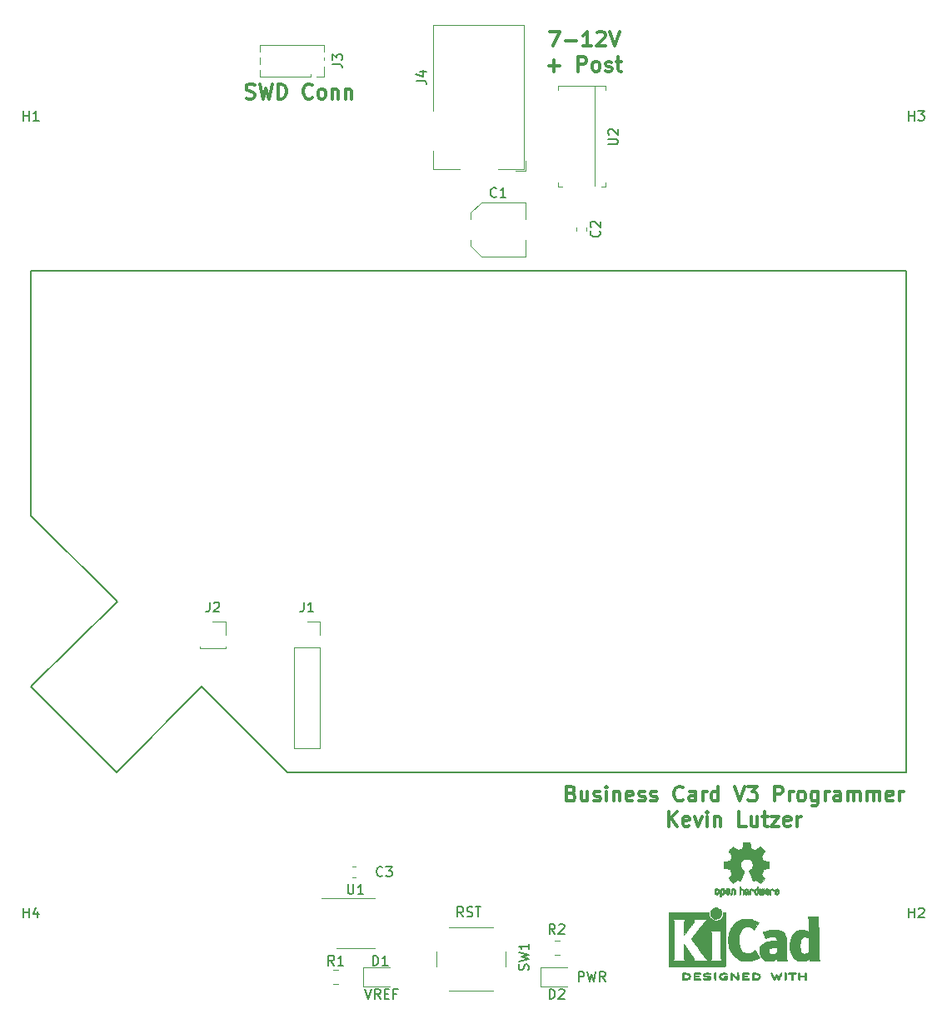
<source format=gbr>
G04 #@! TF.GenerationSoftware,KiCad,Pcbnew,(5.1.5-0-10_14)*
G04 #@! TF.CreationDate,2020-05-09T18:14:48-06:00*
G04 #@! TF.ProjectId,business-card-v3-programmer-board-pcb,62757369-6e65-4737-932d-636172642d76,rev?*
G04 #@! TF.SameCoordinates,Original*
G04 #@! TF.FileFunction,Legend,Top*
G04 #@! TF.FilePolarity,Positive*
%FSLAX46Y46*%
G04 Gerber Fmt 4.6, Leading zero omitted, Abs format (unit mm)*
G04 Created by KiCad (PCBNEW (5.1.5-0-10_14)) date 2020-05-09 18:14:48*
%MOMM*%
%LPD*%
G04 APERTURE LIST*
%ADD10C,0.300000*%
%ADD11C,0.150000*%
%ADD12C,0.200000*%
%ADD13C,0.010000*%
%ADD14C,0.120000*%
%ADD15C,0.100000*%
G04 APERTURE END LIST*
D10*
X155250000Y-60895571D02*
X156250000Y-60895571D01*
X155607142Y-62395571D01*
X156821428Y-61824142D02*
X157964285Y-61824142D01*
X159464285Y-62395571D02*
X158607142Y-62395571D01*
X159035714Y-62395571D02*
X159035714Y-60895571D01*
X158892857Y-61109857D01*
X158750000Y-61252714D01*
X158607142Y-61324142D01*
X160035714Y-61038428D02*
X160107142Y-60967000D01*
X160250000Y-60895571D01*
X160607142Y-60895571D01*
X160750000Y-60967000D01*
X160821428Y-61038428D01*
X160892857Y-61181285D01*
X160892857Y-61324142D01*
X160821428Y-61538428D01*
X159964285Y-62395571D01*
X160892857Y-62395571D01*
X161321428Y-60895571D02*
X161821428Y-62395571D01*
X162321428Y-60895571D01*
X155142857Y-64374142D02*
X156285714Y-64374142D01*
X155714285Y-64945571D02*
X155714285Y-63802714D01*
X158142857Y-64945571D02*
X158142857Y-63445571D01*
X158714285Y-63445571D01*
X158857142Y-63517000D01*
X158928571Y-63588428D01*
X159000000Y-63731285D01*
X159000000Y-63945571D01*
X158928571Y-64088428D01*
X158857142Y-64159857D01*
X158714285Y-64231285D01*
X158142857Y-64231285D01*
X159857142Y-64945571D02*
X159714285Y-64874142D01*
X159642857Y-64802714D01*
X159571428Y-64659857D01*
X159571428Y-64231285D01*
X159642857Y-64088428D01*
X159714285Y-64017000D01*
X159857142Y-63945571D01*
X160071428Y-63945571D01*
X160214285Y-64017000D01*
X160285714Y-64088428D01*
X160357142Y-64231285D01*
X160357142Y-64659857D01*
X160285714Y-64802714D01*
X160214285Y-64874142D01*
X160071428Y-64945571D01*
X159857142Y-64945571D01*
X160928571Y-64874142D02*
X161071428Y-64945571D01*
X161357142Y-64945571D01*
X161500000Y-64874142D01*
X161571428Y-64731285D01*
X161571428Y-64659857D01*
X161500000Y-64517000D01*
X161357142Y-64445571D01*
X161142857Y-64445571D01*
X161000000Y-64374142D01*
X160928571Y-64231285D01*
X160928571Y-64159857D01*
X161000000Y-64017000D01*
X161142857Y-63945571D01*
X161357142Y-63945571D01*
X161500000Y-64017000D01*
X162000000Y-63945571D02*
X162571428Y-63945571D01*
X162214285Y-63445571D02*
X162214285Y-64731285D01*
X162285714Y-64874142D01*
X162428571Y-64945571D01*
X162571428Y-64945571D01*
X124401142Y-67663142D02*
X124615428Y-67734571D01*
X124972571Y-67734571D01*
X125115428Y-67663142D01*
X125186857Y-67591714D01*
X125258285Y-67448857D01*
X125258285Y-67306000D01*
X125186857Y-67163142D01*
X125115428Y-67091714D01*
X124972571Y-67020285D01*
X124686857Y-66948857D01*
X124544000Y-66877428D01*
X124472571Y-66806000D01*
X124401142Y-66663142D01*
X124401142Y-66520285D01*
X124472571Y-66377428D01*
X124544000Y-66306000D01*
X124686857Y-66234571D01*
X125044000Y-66234571D01*
X125258285Y-66306000D01*
X125758285Y-66234571D02*
X126115428Y-67734571D01*
X126401142Y-66663142D01*
X126686857Y-67734571D01*
X127044000Y-66234571D01*
X127615428Y-67734571D02*
X127615428Y-66234571D01*
X127972571Y-66234571D01*
X128186857Y-66306000D01*
X128329714Y-66448857D01*
X128401142Y-66591714D01*
X128472571Y-66877428D01*
X128472571Y-67091714D01*
X128401142Y-67377428D01*
X128329714Y-67520285D01*
X128186857Y-67663142D01*
X127972571Y-67734571D01*
X127615428Y-67734571D01*
X131115428Y-67591714D02*
X131044000Y-67663142D01*
X130829714Y-67734571D01*
X130686857Y-67734571D01*
X130472571Y-67663142D01*
X130329714Y-67520285D01*
X130258285Y-67377428D01*
X130186857Y-67091714D01*
X130186857Y-66877428D01*
X130258285Y-66591714D01*
X130329714Y-66448857D01*
X130472571Y-66306000D01*
X130686857Y-66234571D01*
X130829714Y-66234571D01*
X131044000Y-66306000D01*
X131115428Y-66377428D01*
X131972571Y-67734571D02*
X131829714Y-67663142D01*
X131758285Y-67591714D01*
X131686857Y-67448857D01*
X131686857Y-67020285D01*
X131758285Y-66877428D01*
X131829714Y-66806000D01*
X131972571Y-66734571D01*
X132186857Y-66734571D01*
X132329714Y-66806000D01*
X132401142Y-66877428D01*
X132472571Y-67020285D01*
X132472571Y-67448857D01*
X132401142Y-67591714D01*
X132329714Y-67663142D01*
X132186857Y-67734571D01*
X131972571Y-67734571D01*
X133115428Y-66734571D02*
X133115428Y-67734571D01*
X133115428Y-66877428D02*
X133186857Y-66806000D01*
X133329714Y-66734571D01*
X133544000Y-66734571D01*
X133686857Y-66806000D01*
X133758285Y-66948857D01*
X133758285Y-67734571D01*
X134472571Y-66734571D02*
X134472571Y-67734571D01*
X134472571Y-66877428D02*
X134544000Y-66806000D01*
X134686857Y-66734571D01*
X134901142Y-66734571D01*
X135044000Y-66806000D01*
X135115428Y-66948857D01*
X135115428Y-67734571D01*
D11*
X136461714Y-158202380D02*
X136795047Y-159202380D01*
X137128380Y-158202380D01*
X138033142Y-159202380D02*
X137699809Y-158726190D01*
X137461714Y-159202380D02*
X137461714Y-158202380D01*
X137842666Y-158202380D01*
X137937904Y-158250000D01*
X137985523Y-158297619D01*
X138033142Y-158392857D01*
X138033142Y-158535714D01*
X137985523Y-158630952D01*
X137937904Y-158678571D01*
X137842666Y-158726190D01*
X137461714Y-158726190D01*
X138461714Y-158678571D02*
X138795047Y-158678571D01*
X138937904Y-159202380D02*
X138461714Y-159202380D01*
X138461714Y-158202380D01*
X138937904Y-158202380D01*
X139699809Y-158678571D02*
X139366476Y-158678571D01*
X139366476Y-159202380D02*
X139366476Y-158202380D01*
X139842666Y-158202380D01*
X158178666Y-157424380D02*
X158178666Y-156424380D01*
X158559619Y-156424380D01*
X158654857Y-156472000D01*
X158702476Y-156519619D01*
X158750095Y-156614857D01*
X158750095Y-156757714D01*
X158702476Y-156852952D01*
X158654857Y-156900571D01*
X158559619Y-156948190D01*
X158178666Y-156948190D01*
X159083428Y-156424380D02*
X159321523Y-157424380D01*
X159512000Y-156710095D01*
X159702476Y-157424380D01*
X159940571Y-156424380D01*
X160892952Y-157424380D02*
X160559619Y-156948190D01*
X160321523Y-157424380D02*
X160321523Y-156424380D01*
X160702476Y-156424380D01*
X160797714Y-156472000D01*
X160845333Y-156519619D01*
X160892952Y-156614857D01*
X160892952Y-156757714D01*
X160845333Y-156852952D01*
X160797714Y-156900571D01*
X160702476Y-156948190D01*
X160321523Y-156948190D01*
D10*
X157454285Y-138317857D02*
X157668571Y-138389285D01*
X157740000Y-138460714D01*
X157811428Y-138603571D01*
X157811428Y-138817857D01*
X157740000Y-138960714D01*
X157668571Y-139032142D01*
X157525714Y-139103571D01*
X156954285Y-139103571D01*
X156954285Y-137603571D01*
X157454285Y-137603571D01*
X157597142Y-137675000D01*
X157668571Y-137746428D01*
X157740000Y-137889285D01*
X157740000Y-138032142D01*
X157668571Y-138175000D01*
X157597142Y-138246428D01*
X157454285Y-138317857D01*
X156954285Y-138317857D01*
X159097142Y-138103571D02*
X159097142Y-139103571D01*
X158454285Y-138103571D02*
X158454285Y-138889285D01*
X158525714Y-139032142D01*
X158668571Y-139103571D01*
X158882857Y-139103571D01*
X159025714Y-139032142D01*
X159097142Y-138960714D01*
X159740000Y-139032142D02*
X159882857Y-139103571D01*
X160168571Y-139103571D01*
X160311428Y-139032142D01*
X160382857Y-138889285D01*
X160382857Y-138817857D01*
X160311428Y-138675000D01*
X160168571Y-138603571D01*
X159954285Y-138603571D01*
X159811428Y-138532142D01*
X159740000Y-138389285D01*
X159740000Y-138317857D01*
X159811428Y-138175000D01*
X159954285Y-138103571D01*
X160168571Y-138103571D01*
X160311428Y-138175000D01*
X161025714Y-139103571D02*
X161025714Y-138103571D01*
X161025714Y-137603571D02*
X160954285Y-137675000D01*
X161025714Y-137746428D01*
X161097142Y-137675000D01*
X161025714Y-137603571D01*
X161025714Y-137746428D01*
X161740000Y-138103571D02*
X161740000Y-139103571D01*
X161740000Y-138246428D02*
X161811428Y-138175000D01*
X161954285Y-138103571D01*
X162168571Y-138103571D01*
X162311428Y-138175000D01*
X162382857Y-138317857D01*
X162382857Y-139103571D01*
X163668571Y-139032142D02*
X163525714Y-139103571D01*
X163240000Y-139103571D01*
X163097142Y-139032142D01*
X163025714Y-138889285D01*
X163025714Y-138317857D01*
X163097142Y-138175000D01*
X163240000Y-138103571D01*
X163525714Y-138103571D01*
X163668571Y-138175000D01*
X163740000Y-138317857D01*
X163740000Y-138460714D01*
X163025714Y-138603571D01*
X164311428Y-139032142D02*
X164454285Y-139103571D01*
X164740000Y-139103571D01*
X164882857Y-139032142D01*
X164954285Y-138889285D01*
X164954285Y-138817857D01*
X164882857Y-138675000D01*
X164740000Y-138603571D01*
X164525714Y-138603571D01*
X164382857Y-138532142D01*
X164311428Y-138389285D01*
X164311428Y-138317857D01*
X164382857Y-138175000D01*
X164525714Y-138103571D01*
X164740000Y-138103571D01*
X164882857Y-138175000D01*
X165525714Y-139032142D02*
X165668571Y-139103571D01*
X165954285Y-139103571D01*
X166097142Y-139032142D01*
X166168571Y-138889285D01*
X166168571Y-138817857D01*
X166097142Y-138675000D01*
X165954285Y-138603571D01*
X165740000Y-138603571D01*
X165597142Y-138532142D01*
X165525714Y-138389285D01*
X165525714Y-138317857D01*
X165597142Y-138175000D01*
X165740000Y-138103571D01*
X165954285Y-138103571D01*
X166097142Y-138175000D01*
X168811428Y-138960714D02*
X168740000Y-139032142D01*
X168525714Y-139103571D01*
X168382857Y-139103571D01*
X168168571Y-139032142D01*
X168025714Y-138889285D01*
X167954285Y-138746428D01*
X167882857Y-138460714D01*
X167882857Y-138246428D01*
X167954285Y-137960714D01*
X168025714Y-137817857D01*
X168168571Y-137675000D01*
X168382857Y-137603571D01*
X168525714Y-137603571D01*
X168740000Y-137675000D01*
X168811428Y-137746428D01*
X170097142Y-139103571D02*
X170097142Y-138317857D01*
X170025714Y-138175000D01*
X169882857Y-138103571D01*
X169597142Y-138103571D01*
X169454285Y-138175000D01*
X170097142Y-139032142D02*
X169954285Y-139103571D01*
X169597142Y-139103571D01*
X169454285Y-139032142D01*
X169382857Y-138889285D01*
X169382857Y-138746428D01*
X169454285Y-138603571D01*
X169597142Y-138532142D01*
X169954285Y-138532142D01*
X170097142Y-138460714D01*
X170811428Y-139103571D02*
X170811428Y-138103571D01*
X170811428Y-138389285D02*
X170882857Y-138246428D01*
X170954285Y-138175000D01*
X171097142Y-138103571D01*
X171240000Y-138103571D01*
X172382857Y-139103571D02*
X172382857Y-137603571D01*
X172382857Y-139032142D02*
X172240000Y-139103571D01*
X171954285Y-139103571D01*
X171811428Y-139032142D01*
X171740000Y-138960714D01*
X171668571Y-138817857D01*
X171668571Y-138389285D01*
X171740000Y-138246428D01*
X171811428Y-138175000D01*
X171954285Y-138103571D01*
X172240000Y-138103571D01*
X172382857Y-138175000D01*
X174025714Y-137603571D02*
X174525714Y-139103571D01*
X175025714Y-137603571D01*
X175382857Y-137603571D02*
X176311428Y-137603571D01*
X175811428Y-138175000D01*
X176025714Y-138175000D01*
X176168571Y-138246428D01*
X176240000Y-138317857D01*
X176311428Y-138460714D01*
X176311428Y-138817857D01*
X176240000Y-138960714D01*
X176168571Y-139032142D01*
X176025714Y-139103571D01*
X175597142Y-139103571D01*
X175454285Y-139032142D01*
X175382857Y-138960714D01*
X178097142Y-139103571D02*
X178097142Y-137603571D01*
X178668571Y-137603571D01*
X178811428Y-137675000D01*
X178882857Y-137746428D01*
X178954285Y-137889285D01*
X178954285Y-138103571D01*
X178882857Y-138246428D01*
X178811428Y-138317857D01*
X178668571Y-138389285D01*
X178097142Y-138389285D01*
X179597142Y-139103571D02*
X179597142Y-138103571D01*
X179597142Y-138389285D02*
X179668571Y-138246428D01*
X179740000Y-138175000D01*
X179882857Y-138103571D01*
X180025714Y-138103571D01*
X180740000Y-139103571D02*
X180597142Y-139032142D01*
X180525714Y-138960714D01*
X180454285Y-138817857D01*
X180454285Y-138389285D01*
X180525714Y-138246428D01*
X180597142Y-138175000D01*
X180740000Y-138103571D01*
X180954285Y-138103571D01*
X181097142Y-138175000D01*
X181168571Y-138246428D01*
X181240000Y-138389285D01*
X181240000Y-138817857D01*
X181168571Y-138960714D01*
X181097142Y-139032142D01*
X180954285Y-139103571D01*
X180740000Y-139103571D01*
X182525714Y-138103571D02*
X182525714Y-139317857D01*
X182454285Y-139460714D01*
X182382857Y-139532142D01*
X182240000Y-139603571D01*
X182025714Y-139603571D01*
X181882857Y-139532142D01*
X182525714Y-139032142D02*
X182382857Y-139103571D01*
X182097142Y-139103571D01*
X181954285Y-139032142D01*
X181882857Y-138960714D01*
X181811428Y-138817857D01*
X181811428Y-138389285D01*
X181882857Y-138246428D01*
X181954285Y-138175000D01*
X182097142Y-138103571D01*
X182382857Y-138103571D01*
X182525714Y-138175000D01*
X183240000Y-139103571D02*
X183240000Y-138103571D01*
X183240000Y-138389285D02*
X183311428Y-138246428D01*
X183382857Y-138175000D01*
X183525714Y-138103571D01*
X183668571Y-138103571D01*
X184811428Y-139103571D02*
X184811428Y-138317857D01*
X184740000Y-138175000D01*
X184597142Y-138103571D01*
X184311428Y-138103571D01*
X184168571Y-138175000D01*
X184811428Y-139032142D02*
X184668571Y-139103571D01*
X184311428Y-139103571D01*
X184168571Y-139032142D01*
X184097142Y-138889285D01*
X184097142Y-138746428D01*
X184168571Y-138603571D01*
X184311428Y-138532142D01*
X184668571Y-138532142D01*
X184811428Y-138460714D01*
X185525714Y-139103571D02*
X185525714Y-138103571D01*
X185525714Y-138246428D02*
X185597142Y-138175000D01*
X185740000Y-138103571D01*
X185954285Y-138103571D01*
X186097142Y-138175000D01*
X186168571Y-138317857D01*
X186168571Y-139103571D01*
X186168571Y-138317857D02*
X186240000Y-138175000D01*
X186382857Y-138103571D01*
X186597142Y-138103571D01*
X186740000Y-138175000D01*
X186811428Y-138317857D01*
X186811428Y-139103571D01*
X187525714Y-139103571D02*
X187525714Y-138103571D01*
X187525714Y-138246428D02*
X187597142Y-138175000D01*
X187740000Y-138103571D01*
X187954285Y-138103571D01*
X188097142Y-138175000D01*
X188168571Y-138317857D01*
X188168571Y-139103571D01*
X188168571Y-138317857D02*
X188240000Y-138175000D01*
X188382857Y-138103571D01*
X188597142Y-138103571D01*
X188740000Y-138175000D01*
X188811428Y-138317857D01*
X188811428Y-139103571D01*
X190097142Y-139032142D02*
X189954285Y-139103571D01*
X189668571Y-139103571D01*
X189525714Y-139032142D01*
X189454285Y-138889285D01*
X189454285Y-138317857D01*
X189525714Y-138175000D01*
X189668571Y-138103571D01*
X189954285Y-138103571D01*
X190097142Y-138175000D01*
X190168571Y-138317857D01*
X190168571Y-138460714D01*
X189454285Y-138603571D01*
X190811428Y-139103571D02*
X190811428Y-138103571D01*
X190811428Y-138389285D02*
X190882857Y-138246428D01*
X190954285Y-138175000D01*
X191097142Y-138103571D01*
X191240000Y-138103571D01*
X167347142Y-141653571D02*
X167347142Y-140153571D01*
X168204285Y-141653571D02*
X167561428Y-140796428D01*
X168204285Y-140153571D02*
X167347142Y-141010714D01*
X169418571Y-141582142D02*
X169275714Y-141653571D01*
X168990000Y-141653571D01*
X168847142Y-141582142D01*
X168775714Y-141439285D01*
X168775714Y-140867857D01*
X168847142Y-140725000D01*
X168990000Y-140653571D01*
X169275714Y-140653571D01*
X169418571Y-140725000D01*
X169490000Y-140867857D01*
X169490000Y-141010714D01*
X168775714Y-141153571D01*
X169990000Y-140653571D02*
X170347142Y-141653571D01*
X170704285Y-140653571D01*
X171275714Y-141653571D02*
X171275714Y-140653571D01*
X171275714Y-140153571D02*
X171204285Y-140225000D01*
X171275714Y-140296428D01*
X171347142Y-140225000D01*
X171275714Y-140153571D01*
X171275714Y-140296428D01*
X171990000Y-140653571D02*
X171990000Y-141653571D01*
X171990000Y-140796428D02*
X172061428Y-140725000D01*
X172204285Y-140653571D01*
X172418571Y-140653571D01*
X172561428Y-140725000D01*
X172632857Y-140867857D01*
X172632857Y-141653571D01*
X175204285Y-141653571D02*
X174490000Y-141653571D01*
X174490000Y-140153571D01*
X176347142Y-140653571D02*
X176347142Y-141653571D01*
X175704285Y-140653571D02*
X175704285Y-141439285D01*
X175775714Y-141582142D01*
X175918571Y-141653571D01*
X176132857Y-141653571D01*
X176275714Y-141582142D01*
X176347142Y-141510714D01*
X176847142Y-140653571D02*
X177418571Y-140653571D01*
X177061428Y-140153571D02*
X177061428Y-141439285D01*
X177132857Y-141582142D01*
X177275714Y-141653571D01*
X177418571Y-141653571D01*
X177775714Y-140653571D02*
X178561428Y-140653571D01*
X177775714Y-141653571D01*
X178561428Y-141653571D01*
X179704285Y-141582142D02*
X179561428Y-141653571D01*
X179275714Y-141653571D01*
X179132857Y-141582142D01*
X179061428Y-141439285D01*
X179061428Y-140867857D01*
X179132857Y-140725000D01*
X179275714Y-140653571D01*
X179561428Y-140653571D01*
X179704285Y-140725000D01*
X179775714Y-140867857D01*
X179775714Y-141010714D01*
X179061428Y-141153571D01*
X180418571Y-141653571D02*
X180418571Y-140653571D01*
X180418571Y-140939285D02*
X180490000Y-140796428D01*
X180561428Y-140725000D01*
X180704285Y-140653571D01*
X180847142Y-140653571D01*
D12*
X128592200Y-136197400D02*
X191500000Y-136197400D01*
X119894800Y-127500000D02*
X128592200Y-136197400D01*
X102500000Y-110105200D02*
X111273900Y-118802600D01*
X191500000Y-85197400D02*
X102500000Y-85197400D01*
X191500000Y-136197400D02*
X191500000Y-85197400D01*
X102500000Y-85197400D02*
X102500000Y-110105200D01*
X111273900Y-118802600D02*
X102500000Y-127500000D01*
X111197400Y-136197400D02*
X119894800Y-127500000D01*
X102500000Y-127500000D02*
X111197400Y-136197400D01*
D13*
G36*
X175363910Y-143292348D02*
G01*
X175442454Y-143292778D01*
X175499298Y-143293942D01*
X175538105Y-143296207D01*
X175562538Y-143299940D01*
X175576262Y-143305506D01*
X175582940Y-143313273D01*
X175586236Y-143323605D01*
X175586556Y-143324943D01*
X175591562Y-143349079D01*
X175600829Y-143396701D01*
X175613392Y-143462741D01*
X175628287Y-143542128D01*
X175644551Y-143629796D01*
X175645119Y-143632875D01*
X175661410Y-143718789D01*
X175676652Y-143794696D01*
X175689861Y-143856045D01*
X175700054Y-143898282D01*
X175706248Y-143916855D01*
X175706543Y-143917184D01*
X175724788Y-143926253D01*
X175762405Y-143941367D01*
X175811271Y-143959262D01*
X175811543Y-143959358D01*
X175873093Y-143982493D01*
X175945657Y-144011965D01*
X176014057Y-144041597D01*
X176017294Y-144043062D01*
X176128702Y-144093626D01*
X176375399Y-143925160D01*
X176451077Y-143873803D01*
X176519631Y-143827889D01*
X176577088Y-143790030D01*
X176619476Y-143762837D01*
X176642825Y-143748921D01*
X176645042Y-143747889D01*
X176662010Y-143752484D01*
X176693701Y-143774655D01*
X176741352Y-143815447D01*
X176806198Y-143875905D01*
X176872397Y-143940227D01*
X176936214Y-144003612D01*
X176993329Y-144061451D01*
X177040305Y-144110175D01*
X177073703Y-144146210D01*
X177090085Y-144165984D01*
X177090694Y-144167002D01*
X177092505Y-144180572D01*
X177085683Y-144202733D01*
X177068540Y-144236478D01*
X177039393Y-144284800D01*
X176996555Y-144350692D01*
X176939448Y-144435517D01*
X176888766Y-144510177D01*
X176843461Y-144577140D01*
X176806150Y-144632516D01*
X176779452Y-144672420D01*
X176765985Y-144692962D01*
X176765137Y-144694356D01*
X176766781Y-144714038D01*
X176779245Y-144752293D01*
X176800048Y-144801889D01*
X176807462Y-144817728D01*
X176839814Y-144888290D01*
X176874328Y-144968353D01*
X176902365Y-145037629D01*
X176922568Y-145089045D01*
X176938615Y-145128119D01*
X176947888Y-145148541D01*
X176949041Y-145150114D01*
X176966096Y-145152721D01*
X177006298Y-145159863D01*
X177064302Y-145170523D01*
X177134763Y-145183685D01*
X177212335Y-145198333D01*
X177291672Y-145213449D01*
X177367431Y-145228018D01*
X177434264Y-145241022D01*
X177486828Y-145251445D01*
X177519776Y-145258270D01*
X177527857Y-145260199D01*
X177536205Y-145264962D01*
X177542506Y-145275718D01*
X177547045Y-145296098D01*
X177550104Y-145329734D01*
X177551967Y-145380255D01*
X177552918Y-145451292D01*
X177553240Y-145546476D01*
X177553257Y-145585492D01*
X177553257Y-145902799D01*
X177477057Y-145917839D01*
X177434663Y-145925995D01*
X177371400Y-145937899D01*
X177294962Y-145952116D01*
X177213043Y-145967210D01*
X177190400Y-145971355D01*
X177114806Y-145986053D01*
X177048953Y-146000505D01*
X176998366Y-146013375D01*
X176968574Y-146023322D01*
X176963612Y-146026287D01*
X176951426Y-146047283D01*
X176933953Y-146087967D01*
X176914577Y-146140322D01*
X176910734Y-146151600D01*
X176885339Y-146221523D01*
X176853817Y-146300418D01*
X176822969Y-146371266D01*
X176822817Y-146371595D01*
X176771447Y-146482733D01*
X176940399Y-146731253D01*
X177109352Y-146979772D01*
X176892429Y-147197058D01*
X176826819Y-147261726D01*
X176766979Y-147318733D01*
X176716267Y-147365033D01*
X176678046Y-147397584D01*
X176655675Y-147413343D01*
X176652466Y-147414343D01*
X176633626Y-147406469D01*
X176595180Y-147384578D01*
X176541330Y-147351267D01*
X176476276Y-147309131D01*
X176405940Y-147261943D01*
X176334555Y-147213810D01*
X176270908Y-147171928D01*
X176219041Y-147138871D01*
X176182995Y-147117218D01*
X176166867Y-147109543D01*
X176147189Y-147116037D01*
X176109875Y-147133150D01*
X176062621Y-147157326D01*
X176057612Y-147160013D01*
X175993977Y-147191927D01*
X175950341Y-147207579D01*
X175923202Y-147207745D01*
X175909057Y-147193204D01*
X175908975Y-147193000D01*
X175901905Y-147175779D01*
X175885042Y-147134899D01*
X175859695Y-147073525D01*
X175827171Y-146994819D01*
X175788778Y-146901947D01*
X175745822Y-146798072D01*
X175704222Y-146697502D01*
X175658504Y-146586516D01*
X175616526Y-146483703D01*
X175579548Y-146392215D01*
X175548827Y-146315201D01*
X175525622Y-146255815D01*
X175511190Y-146217209D01*
X175506743Y-146202800D01*
X175517896Y-146186272D01*
X175547069Y-146159930D01*
X175585971Y-146130887D01*
X175696757Y-146039039D01*
X175783351Y-145933759D01*
X175844716Y-145817266D01*
X175879815Y-145691776D01*
X175887608Y-145559507D01*
X175881943Y-145498457D01*
X175851078Y-145371795D01*
X175797920Y-145259941D01*
X175725767Y-145164001D01*
X175637917Y-145085076D01*
X175537665Y-145024270D01*
X175428310Y-144982687D01*
X175313147Y-144961428D01*
X175195475Y-144961599D01*
X175078590Y-144984301D01*
X174965789Y-145030638D01*
X174860369Y-145101713D01*
X174816368Y-145141911D01*
X174731979Y-145245129D01*
X174673222Y-145357925D01*
X174639704Y-145477010D01*
X174631035Y-145599095D01*
X174646823Y-145720893D01*
X174686678Y-145839116D01*
X174750207Y-145950475D01*
X174837021Y-146051684D01*
X174934029Y-146130887D01*
X174974437Y-146161162D01*
X175002982Y-146187219D01*
X175013257Y-146202825D01*
X175007877Y-146219843D01*
X174992575Y-146260500D01*
X174968612Y-146321642D01*
X174937244Y-146400119D01*
X174899732Y-146492780D01*
X174857333Y-146596472D01*
X174815663Y-146697526D01*
X174769690Y-146808607D01*
X174727107Y-146911541D01*
X174689221Y-147003165D01*
X174657340Y-147080316D01*
X174632771Y-147139831D01*
X174616820Y-147178544D01*
X174610910Y-147193000D01*
X174596948Y-147207685D01*
X174569940Y-147207642D01*
X174526413Y-147192099D01*
X174462890Y-147160284D01*
X174462388Y-147160013D01*
X174414560Y-147135323D01*
X174375897Y-147117338D01*
X174354095Y-147109614D01*
X174353133Y-147109543D01*
X174336721Y-147117378D01*
X174300487Y-147139165D01*
X174248474Y-147172328D01*
X174184725Y-147214291D01*
X174114060Y-147261943D01*
X174042116Y-147310191D01*
X173977274Y-147352151D01*
X173923735Y-147385227D01*
X173885697Y-147406821D01*
X173867533Y-147414343D01*
X173850808Y-147404457D01*
X173817180Y-147376826D01*
X173770010Y-147334495D01*
X173712658Y-147280505D01*
X173648484Y-147217899D01*
X173627497Y-147196983D01*
X173410499Y-146979623D01*
X173575668Y-146737220D01*
X173625864Y-146662781D01*
X173669919Y-146595972D01*
X173705362Y-146540665D01*
X173729719Y-146500729D01*
X173740522Y-146480036D01*
X173740838Y-146478563D01*
X173735143Y-146459058D01*
X173719826Y-146419822D01*
X173697537Y-146367430D01*
X173681893Y-146332355D01*
X173652641Y-146265201D01*
X173625094Y-146197358D01*
X173603737Y-146140034D01*
X173597935Y-146122572D01*
X173581452Y-146075938D01*
X173565340Y-146039905D01*
X173556490Y-146026287D01*
X173536960Y-146017952D01*
X173494334Y-146006137D01*
X173434145Y-145992181D01*
X173361922Y-145977422D01*
X173329600Y-145971355D01*
X173247522Y-145956273D01*
X173168795Y-145941669D01*
X173101109Y-145928980D01*
X173052160Y-145919642D01*
X173042943Y-145917839D01*
X172966743Y-145902799D01*
X172966743Y-145585492D01*
X172966914Y-145481154D01*
X172967616Y-145402213D01*
X172969134Y-145345038D01*
X172971749Y-145305999D01*
X172975746Y-145281465D01*
X172981409Y-145267805D01*
X172989020Y-145261389D01*
X172992143Y-145260199D01*
X173010978Y-145255980D01*
X173052588Y-145247562D01*
X173111630Y-145235961D01*
X173182757Y-145222195D01*
X173260625Y-145207280D01*
X173339887Y-145192232D01*
X173415198Y-145178069D01*
X173481213Y-145165806D01*
X173532587Y-145156461D01*
X173563975Y-145151050D01*
X173570959Y-145150114D01*
X173577285Y-145137596D01*
X173591290Y-145104246D01*
X173610355Y-145056377D01*
X173617634Y-145037629D01*
X173646996Y-144965195D01*
X173681571Y-144885170D01*
X173712537Y-144817728D01*
X173735323Y-144766159D01*
X173750482Y-144723785D01*
X173755542Y-144697834D01*
X173754736Y-144694356D01*
X173744041Y-144677936D01*
X173719620Y-144641417D01*
X173684095Y-144588687D01*
X173640087Y-144523635D01*
X173590217Y-144450151D01*
X173580356Y-144435645D01*
X173522492Y-144349704D01*
X173479956Y-144284261D01*
X173451054Y-144236304D01*
X173434090Y-144202820D01*
X173427367Y-144180795D01*
X173429190Y-144167217D01*
X173429236Y-144167131D01*
X173443586Y-144149297D01*
X173475323Y-144114817D01*
X173521010Y-144067268D01*
X173577204Y-144010222D01*
X173640468Y-143947255D01*
X173647602Y-143940227D01*
X173727330Y-143863020D01*
X173788857Y-143806330D01*
X173833421Y-143769110D01*
X173862257Y-143750315D01*
X173874958Y-143747889D01*
X173893494Y-143758471D01*
X173931961Y-143782916D01*
X173986386Y-143818612D01*
X174052798Y-143862947D01*
X174127225Y-143913311D01*
X174144601Y-143925160D01*
X174391297Y-144093626D01*
X174502706Y-144043062D01*
X174570457Y-144013595D01*
X174643183Y-143983959D01*
X174705703Y-143960330D01*
X174708457Y-143959358D01*
X174757360Y-143941457D01*
X174795057Y-143926320D01*
X174813425Y-143917210D01*
X174813456Y-143917184D01*
X174819285Y-143900717D01*
X174829192Y-143860219D01*
X174842195Y-143800242D01*
X174857309Y-143725340D01*
X174873552Y-143640064D01*
X174874881Y-143632875D01*
X174891175Y-143545014D01*
X174906133Y-143465260D01*
X174918791Y-143398681D01*
X174928186Y-143350347D01*
X174933354Y-143325325D01*
X174933444Y-143324943D01*
X174936589Y-143314299D01*
X174942704Y-143306262D01*
X174955453Y-143300467D01*
X174978500Y-143296547D01*
X175015509Y-143294135D01*
X175070144Y-143292865D01*
X175146067Y-143292371D01*
X175246944Y-143292286D01*
X175260000Y-143292286D01*
X175363910Y-143292348D01*
G37*
X175363910Y-143292348D02*
X175442454Y-143292778D01*
X175499298Y-143293942D01*
X175538105Y-143296207D01*
X175562538Y-143299940D01*
X175576262Y-143305506D01*
X175582940Y-143313273D01*
X175586236Y-143323605D01*
X175586556Y-143324943D01*
X175591562Y-143349079D01*
X175600829Y-143396701D01*
X175613392Y-143462741D01*
X175628287Y-143542128D01*
X175644551Y-143629796D01*
X175645119Y-143632875D01*
X175661410Y-143718789D01*
X175676652Y-143794696D01*
X175689861Y-143856045D01*
X175700054Y-143898282D01*
X175706248Y-143916855D01*
X175706543Y-143917184D01*
X175724788Y-143926253D01*
X175762405Y-143941367D01*
X175811271Y-143959262D01*
X175811543Y-143959358D01*
X175873093Y-143982493D01*
X175945657Y-144011965D01*
X176014057Y-144041597D01*
X176017294Y-144043062D01*
X176128702Y-144093626D01*
X176375399Y-143925160D01*
X176451077Y-143873803D01*
X176519631Y-143827889D01*
X176577088Y-143790030D01*
X176619476Y-143762837D01*
X176642825Y-143748921D01*
X176645042Y-143747889D01*
X176662010Y-143752484D01*
X176693701Y-143774655D01*
X176741352Y-143815447D01*
X176806198Y-143875905D01*
X176872397Y-143940227D01*
X176936214Y-144003612D01*
X176993329Y-144061451D01*
X177040305Y-144110175D01*
X177073703Y-144146210D01*
X177090085Y-144165984D01*
X177090694Y-144167002D01*
X177092505Y-144180572D01*
X177085683Y-144202733D01*
X177068540Y-144236478D01*
X177039393Y-144284800D01*
X176996555Y-144350692D01*
X176939448Y-144435517D01*
X176888766Y-144510177D01*
X176843461Y-144577140D01*
X176806150Y-144632516D01*
X176779452Y-144672420D01*
X176765985Y-144692962D01*
X176765137Y-144694356D01*
X176766781Y-144714038D01*
X176779245Y-144752293D01*
X176800048Y-144801889D01*
X176807462Y-144817728D01*
X176839814Y-144888290D01*
X176874328Y-144968353D01*
X176902365Y-145037629D01*
X176922568Y-145089045D01*
X176938615Y-145128119D01*
X176947888Y-145148541D01*
X176949041Y-145150114D01*
X176966096Y-145152721D01*
X177006298Y-145159863D01*
X177064302Y-145170523D01*
X177134763Y-145183685D01*
X177212335Y-145198333D01*
X177291672Y-145213449D01*
X177367431Y-145228018D01*
X177434264Y-145241022D01*
X177486828Y-145251445D01*
X177519776Y-145258270D01*
X177527857Y-145260199D01*
X177536205Y-145264962D01*
X177542506Y-145275718D01*
X177547045Y-145296098D01*
X177550104Y-145329734D01*
X177551967Y-145380255D01*
X177552918Y-145451292D01*
X177553240Y-145546476D01*
X177553257Y-145585492D01*
X177553257Y-145902799D01*
X177477057Y-145917839D01*
X177434663Y-145925995D01*
X177371400Y-145937899D01*
X177294962Y-145952116D01*
X177213043Y-145967210D01*
X177190400Y-145971355D01*
X177114806Y-145986053D01*
X177048953Y-146000505D01*
X176998366Y-146013375D01*
X176968574Y-146023322D01*
X176963612Y-146026287D01*
X176951426Y-146047283D01*
X176933953Y-146087967D01*
X176914577Y-146140322D01*
X176910734Y-146151600D01*
X176885339Y-146221523D01*
X176853817Y-146300418D01*
X176822969Y-146371266D01*
X176822817Y-146371595D01*
X176771447Y-146482733D01*
X176940399Y-146731253D01*
X177109352Y-146979772D01*
X176892429Y-147197058D01*
X176826819Y-147261726D01*
X176766979Y-147318733D01*
X176716267Y-147365033D01*
X176678046Y-147397584D01*
X176655675Y-147413343D01*
X176652466Y-147414343D01*
X176633626Y-147406469D01*
X176595180Y-147384578D01*
X176541330Y-147351267D01*
X176476276Y-147309131D01*
X176405940Y-147261943D01*
X176334555Y-147213810D01*
X176270908Y-147171928D01*
X176219041Y-147138871D01*
X176182995Y-147117218D01*
X176166867Y-147109543D01*
X176147189Y-147116037D01*
X176109875Y-147133150D01*
X176062621Y-147157326D01*
X176057612Y-147160013D01*
X175993977Y-147191927D01*
X175950341Y-147207579D01*
X175923202Y-147207745D01*
X175909057Y-147193204D01*
X175908975Y-147193000D01*
X175901905Y-147175779D01*
X175885042Y-147134899D01*
X175859695Y-147073525D01*
X175827171Y-146994819D01*
X175788778Y-146901947D01*
X175745822Y-146798072D01*
X175704222Y-146697502D01*
X175658504Y-146586516D01*
X175616526Y-146483703D01*
X175579548Y-146392215D01*
X175548827Y-146315201D01*
X175525622Y-146255815D01*
X175511190Y-146217209D01*
X175506743Y-146202800D01*
X175517896Y-146186272D01*
X175547069Y-146159930D01*
X175585971Y-146130887D01*
X175696757Y-146039039D01*
X175783351Y-145933759D01*
X175844716Y-145817266D01*
X175879815Y-145691776D01*
X175887608Y-145559507D01*
X175881943Y-145498457D01*
X175851078Y-145371795D01*
X175797920Y-145259941D01*
X175725767Y-145164001D01*
X175637917Y-145085076D01*
X175537665Y-145024270D01*
X175428310Y-144982687D01*
X175313147Y-144961428D01*
X175195475Y-144961599D01*
X175078590Y-144984301D01*
X174965789Y-145030638D01*
X174860369Y-145101713D01*
X174816368Y-145141911D01*
X174731979Y-145245129D01*
X174673222Y-145357925D01*
X174639704Y-145477010D01*
X174631035Y-145599095D01*
X174646823Y-145720893D01*
X174686678Y-145839116D01*
X174750207Y-145950475D01*
X174837021Y-146051684D01*
X174934029Y-146130887D01*
X174974437Y-146161162D01*
X175002982Y-146187219D01*
X175013257Y-146202825D01*
X175007877Y-146219843D01*
X174992575Y-146260500D01*
X174968612Y-146321642D01*
X174937244Y-146400119D01*
X174899732Y-146492780D01*
X174857333Y-146596472D01*
X174815663Y-146697526D01*
X174769690Y-146808607D01*
X174727107Y-146911541D01*
X174689221Y-147003165D01*
X174657340Y-147080316D01*
X174632771Y-147139831D01*
X174616820Y-147178544D01*
X174610910Y-147193000D01*
X174596948Y-147207685D01*
X174569940Y-147207642D01*
X174526413Y-147192099D01*
X174462890Y-147160284D01*
X174462388Y-147160013D01*
X174414560Y-147135323D01*
X174375897Y-147117338D01*
X174354095Y-147109614D01*
X174353133Y-147109543D01*
X174336721Y-147117378D01*
X174300487Y-147139165D01*
X174248474Y-147172328D01*
X174184725Y-147214291D01*
X174114060Y-147261943D01*
X174042116Y-147310191D01*
X173977274Y-147352151D01*
X173923735Y-147385227D01*
X173885697Y-147406821D01*
X173867533Y-147414343D01*
X173850808Y-147404457D01*
X173817180Y-147376826D01*
X173770010Y-147334495D01*
X173712658Y-147280505D01*
X173648484Y-147217899D01*
X173627497Y-147196983D01*
X173410499Y-146979623D01*
X173575668Y-146737220D01*
X173625864Y-146662781D01*
X173669919Y-146595972D01*
X173705362Y-146540665D01*
X173729719Y-146500729D01*
X173740522Y-146480036D01*
X173740838Y-146478563D01*
X173735143Y-146459058D01*
X173719826Y-146419822D01*
X173697537Y-146367430D01*
X173681893Y-146332355D01*
X173652641Y-146265201D01*
X173625094Y-146197358D01*
X173603737Y-146140034D01*
X173597935Y-146122572D01*
X173581452Y-146075938D01*
X173565340Y-146039905D01*
X173556490Y-146026287D01*
X173536960Y-146017952D01*
X173494334Y-146006137D01*
X173434145Y-145992181D01*
X173361922Y-145977422D01*
X173329600Y-145971355D01*
X173247522Y-145956273D01*
X173168795Y-145941669D01*
X173101109Y-145928980D01*
X173052160Y-145919642D01*
X173042943Y-145917839D01*
X172966743Y-145902799D01*
X172966743Y-145585492D01*
X172966914Y-145481154D01*
X172967616Y-145402213D01*
X172969134Y-145345038D01*
X172971749Y-145305999D01*
X172975746Y-145281465D01*
X172981409Y-145267805D01*
X172989020Y-145261389D01*
X172992143Y-145260199D01*
X173010978Y-145255980D01*
X173052588Y-145247562D01*
X173111630Y-145235961D01*
X173182757Y-145222195D01*
X173260625Y-145207280D01*
X173339887Y-145192232D01*
X173415198Y-145178069D01*
X173481213Y-145165806D01*
X173532587Y-145156461D01*
X173563975Y-145151050D01*
X173570959Y-145150114D01*
X173577285Y-145137596D01*
X173591290Y-145104246D01*
X173610355Y-145056377D01*
X173617634Y-145037629D01*
X173646996Y-144965195D01*
X173681571Y-144885170D01*
X173712537Y-144817728D01*
X173735323Y-144766159D01*
X173750482Y-144723785D01*
X173755542Y-144697834D01*
X173754736Y-144694356D01*
X173744041Y-144677936D01*
X173719620Y-144641417D01*
X173684095Y-144588687D01*
X173640087Y-144523635D01*
X173590217Y-144450151D01*
X173580356Y-144435645D01*
X173522492Y-144349704D01*
X173479956Y-144284261D01*
X173451054Y-144236304D01*
X173434090Y-144202820D01*
X173427367Y-144180795D01*
X173429190Y-144167217D01*
X173429236Y-144167131D01*
X173443586Y-144149297D01*
X173475323Y-144114817D01*
X173521010Y-144067268D01*
X173577204Y-144010222D01*
X173640468Y-143947255D01*
X173647602Y-143940227D01*
X173727330Y-143863020D01*
X173788857Y-143806330D01*
X173833421Y-143769110D01*
X173862257Y-143750315D01*
X173874958Y-143747889D01*
X173893494Y-143758471D01*
X173931961Y-143782916D01*
X173986386Y-143818612D01*
X174052798Y-143862947D01*
X174127225Y-143913311D01*
X174144601Y-143925160D01*
X174391297Y-144093626D01*
X174502706Y-144043062D01*
X174570457Y-144013595D01*
X174643183Y-143983959D01*
X174705703Y-143960330D01*
X174708457Y-143959358D01*
X174757360Y-143941457D01*
X174795057Y-143926320D01*
X174813425Y-143917210D01*
X174813456Y-143917184D01*
X174819285Y-143900717D01*
X174829192Y-143860219D01*
X174842195Y-143800242D01*
X174857309Y-143725340D01*
X174873552Y-143640064D01*
X174874881Y-143632875D01*
X174891175Y-143545014D01*
X174906133Y-143465260D01*
X174918791Y-143398681D01*
X174928186Y-143350347D01*
X174933354Y-143325325D01*
X174933444Y-143324943D01*
X174936589Y-143314299D01*
X174942704Y-143306262D01*
X174955453Y-143300467D01*
X174978500Y-143296547D01*
X175015509Y-143294135D01*
X175070144Y-143292865D01*
X175146067Y-143292371D01*
X175246944Y-143292286D01*
X175260000Y-143292286D01*
X175363910Y-143292348D01*
G36*
X178413595Y-148016966D02*
G01*
X178471021Y-148054497D01*
X178498719Y-148088096D01*
X178520662Y-148149064D01*
X178522405Y-148197308D01*
X178518457Y-148261816D01*
X178369686Y-148326934D01*
X178297349Y-148360202D01*
X178250084Y-148386964D01*
X178225507Y-148410144D01*
X178221237Y-148432667D01*
X178234889Y-148457455D01*
X178249943Y-148473886D01*
X178293746Y-148500235D01*
X178341389Y-148502081D01*
X178385145Y-148481546D01*
X178417289Y-148440752D01*
X178423038Y-148426347D01*
X178450576Y-148381356D01*
X178482258Y-148362182D01*
X178525714Y-148345779D01*
X178525714Y-148407966D01*
X178521872Y-148450283D01*
X178506823Y-148485969D01*
X178475280Y-148526943D01*
X178470592Y-148532267D01*
X178435506Y-148568720D01*
X178405347Y-148588283D01*
X178367615Y-148597283D01*
X178336335Y-148600230D01*
X178280385Y-148600965D01*
X178240555Y-148591660D01*
X178215708Y-148577846D01*
X178176656Y-148547467D01*
X178149625Y-148514613D01*
X178132517Y-148473294D01*
X178123238Y-148417521D01*
X178119693Y-148341305D01*
X178119410Y-148302622D01*
X178120372Y-148256247D01*
X178208007Y-148256247D01*
X178209023Y-148281126D01*
X178211556Y-148285200D01*
X178228274Y-148279665D01*
X178264249Y-148265017D01*
X178312331Y-148244190D01*
X178322386Y-148239714D01*
X178383152Y-148208814D01*
X178416632Y-148181657D01*
X178423990Y-148156220D01*
X178406391Y-148130481D01*
X178391856Y-148119109D01*
X178339410Y-148096364D01*
X178290322Y-148100122D01*
X178249227Y-148127884D01*
X178220758Y-148177152D01*
X178211631Y-148216257D01*
X178208007Y-148256247D01*
X178120372Y-148256247D01*
X178121285Y-148212249D01*
X178128196Y-148145384D01*
X178141884Y-148096695D01*
X178164096Y-148060849D01*
X178196574Y-148032513D01*
X178210733Y-148023355D01*
X178275053Y-147999507D01*
X178345473Y-147998006D01*
X178413595Y-148016966D01*
G37*
X178413595Y-148016966D02*
X178471021Y-148054497D01*
X178498719Y-148088096D01*
X178520662Y-148149064D01*
X178522405Y-148197308D01*
X178518457Y-148261816D01*
X178369686Y-148326934D01*
X178297349Y-148360202D01*
X178250084Y-148386964D01*
X178225507Y-148410144D01*
X178221237Y-148432667D01*
X178234889Y-148457455D01*
X178249943Y-148473886D01*
X178293746Y-148500235D01*
X178341389Y-148502081D01*
X178385145Y-148481546D01*
X178417289Y-148440752D01*
X178423038Y-148426347D01*
X178450576Y-148381356D01*
X178482258Y-148362182D01*
X178525714Y-148345779D01*
X178525714Y-148407966D01*
X178521872Y-148450283D01*
X178506823Y-148485969D01*
X178475280Y-148526943D01*
X178470592Y-148532267D01*
X178435506Y-148568720D01*
X178405347Y-148588283D01*
X178367615Y-148597283D01*
X178336335Y-148600230D01*
X178280385Y-148600965D01*
X178240555Y-148591660D01*
X178215708Y-148577846D01*
X178176656Y-148547467D01*
X178149625Y-148514613D01*
X178132517Y-148473294D01*
X178123238Y-148417521D01*
X178119693Y-148341305D01*
X178119410Y-148302622D01*
X178120372Y-148256247D01*
X178208007Y-148256247D01*
X178209023Y-148281126D01*
X178211556Y-148285200D01*
X178228274Y-148279665D01*
X178264249Y-148265017D01*
X178312331Y-148244190D01*
X178322386Y-148239714D01*
X178383152Y-148208814D01*
X178416632Y-148181657D01*
X178423990Y-148156220D01*
X178406391Y-148130481D01*
X178391856Y-148119109D01*
X178339410Y-148096364D01*
X178290322Y-148100122D01*
X178249227Y-148127884D01*
X178220758Y-148177152D01*
X178211631Y-148216257D01*
X178208007Y-148256247D01*
X178120372Y-148256247D01*
X178121285Y-148212249D01*
X178128196Y-148145384D01*
X178141884Y-148096695D01*
X178164096Y-148060849D01*
X178196574Y-148032513D01*
X178210733Y-148023355D01*
X178275053Y-147999507D01*
X178345473Y-147998006D01*
X178413595Y-148016966D01*
G36*
X177912600Y-148008752D02*
G01*
X177929948Y-148016334D01*
X177971356Y-148049128D01*
X178006765Y-148096547D01*
X178028664Y-148147151D01*
X178032229Y-148172098D01*
X178020279Y-148206927D01*
X177994067Y-148225357D01*
X177965964Y-148236516D01*
X177953095Y-148238572D01*
X177946829Y-148223649D01*
X177934456Y-148191175D01*
X177929028Y-148176502D01*
X177898590Y-148125744D01*
X177854520Y-148100427D01*
X177798010Y-148101206D01*
X177793825Y-148102203D01*
X177763655Y-148116507D01*
X177741476Y-148144393D01*
X177726327Y-148189287D01*
X177717250Y-148254615D01*
X177713286Y-148343804D01*
X177712914Y-148391261D01*
X177712730Y-148466071D01*
X177711522Y-148517069D01*
X177708309Y-148549471D01*
X177702109Y-148568495D01*
X177691940Y-148579356D01*
X177676819Y-148587272D01*
X177675946Y-148587670D01*
X177646828Y-148599981D01*
X177632403Y-148604514D01*
X177630186Y-148590809D01*
X177628289Y-148552925D01*
X177626847Y-148495715D01*
X177625998Y-148424027D01*
X177625829Y-148371565D01*
X177626692Y-148270047D01*
X177630070Y-148193032D01*
X177637142Y-148136023D01*
X177649088Y-148094526D01*
X177667090Y-148064043D01*
X177692327Y-148040080D01*
X177717247Y-148023355D01*
X177777171Y-148001097D01*
X177846911Y-147996076D01*
X177912600Y-148008752D01*
G37*
X177912600Y-148008752D02*
X177929948Y-148016334D01*
X177971356Y-148049128D01*
X178006765Y-148096547D01*
X178028664Y-148147151D01*
X178032229Y-148172098D01*
X178020279Y-148206927D01*
X177994067Y-148225357D01*
X177965964Y-148236516D01*
X177953095Y-148238572D01*
X177946829Y-148223649D01*
X177934456Y-148191175D01*
X177929028Y-148176502D01*
X177898590Y-148125744D01*
X177854520Y-148100427D01*
X177798010Y-148101206D01*
X177793825Y-148102203D01*
X177763655Y-148116507D01*
X177741476Y-148144393D01*
X177726327Y-148189287D01*
X177717250Y-148254615D01*
X177713286Y-148343804D01*
X177712914Y-148391261D01*
X177712730Y-148466071D01*
X177711522Y-148517069D01*
X177708309Y-148549471D01*
X177702109Y-148568495D01*
X177691940Y-148579356D01*
X177676819Y-148587272D01*
X177675946Y-148587670D01*
X177646828Y-148599981D01*
X177632403Y-148604514D01*
X177630186Y-148590809D01*
X177628289Y-148552925D01*
X177626847Y-148495715D01*
X177625998Y-148424027D01*
X177625829Y-148371565D01*
X177626692Y-148270047D01*
X177630070Y-148193032D01*
X177637142Y-148136023D01*
X177649088Y-148094526D01*
X177667090Y-148064043D01*
X177692327Y-148040080D01*
X177717247Y-148023355D01*
X177777171Y-148001097D01*
X177846911Y-147996076D01*
X177912600Y-148008752D01*
G36*
X177404876Y-148006335D02*
G01*
X177446667Y-148025344D01*
X177479469Y-148048378D01*
X177503503Y-148074133D01*
X177520097Y-148107358D01*
X177530577Y-148152800D01*
X177536271Y-148215207D01*
X177538507Y-148299327D01*
X177538743Y-148354721D01*
X177538743Y-148570826D01*
X177501774Y-148587670D01*
X177472656Y-148599981D01*
X177458231Y-148604514D01*
X177455472Y-148591025D01*
X177453282Y-148554653D01*
X177451942Y-148501542D01*
X177451657Y-148459372D01*
X177450434Y-148398447D01*
X177447136Y-148350115D01*
X177442321Y-148320518D01*
X177438496Y-148314229D01*
X177412783Y-148320652D01*
X177372418Y-148337125D01*
X177325679Y-148359458D01*
X177280845Y-148383457D01*
X177246193Y-148404930D01*
X177230002Y-148419685D01*
X177229938Y-148419845D01*
X177231330Y-148447152D01*
X177243818Y-148473219D01*
X177265743Y-148494392D01*
X177297743Y-148501474D01*
X177325092Y-148500649D01*
X177363826Y-148500042D01*
X177384158Y-148509116D01*
X177396369Y-148533092D01*
X177397909Y-148537613D01*
X177403203Y-148571806D01*
X177389047Y-148592568D01*
X177352148Y-148602462D01*
X177312289Y-148604292D01*
X177240562Y-148590727D01*
X177203432Y-148571355D01*
X177157576Y-148525845D01*
X177133256Y-148469983D01*
X177131073Y-148410957D01*
X177151629Y-148355953D01*
X177182549Y-148321486D01*
X177213420Y-148302189D01*
X177261942Y-148277759D01*
X177318485Y-148252985D01*
X177327910Y-148249199D01*
X177390019Y-148221791D01*
X177425822Y-148197634D01*
X177437337Y-148173619D01*
X177426580Y-148146635D01*
X177408114Y-148125543D01*
X177364469Y-148099572D01*
X177316446Y-148097624D01*
X177272406Y-148117637D01*
X177240709Y-148157551D01*
X177236549Y-148167848D01*
X177212327Y-148205724D01*
X177176965Y-148233842D01*
X177132343Y-148256917D01*
X177132343Y-148191485D01*
X177134969Y-148151506D01*
X177146230Y-148119997D01*
X177171199Y-148086378D01*
X177195169Y-148060484D01*
X177232441Y-148023817D01*
X177261401Y-148004121D01*
X177292505Y-147996220D01*
X177327713Y-147994914D01*
X177404876Y-148006335D01*
G37*
X177404876Y-148006335D02*
X177446667Y-148025344D01*
X177479469Y-148048378D01*
X177503503Y-148074133D01*
X177520097Y-148107358D01*
X177530577Y-148152800D01*
X177536271Y-148215207D01*
X177538507Y-148299327D01*
X177538743Y-148354721D01*
X177538743Y-148570826D01*
X177501774Y-148587670D01*
X177472656Y-148599981D01*
X177458231Y-148604514D01*
X177455472Y-148591025D01*
X177453282Y-148554653D01*
X177451942Y-148501542D01*
X177451657Y-148459372D01*
X177450434Y-148398447D01*
X177447136Y-148350115D01*
X177442321Y-148320518D01*
X177438496Y-148314229D01*
X177412783Y-148320652D01*
X177372418Y-148337125D01*
X177325679Y-148359458D01*
X177280845Y-148383457D01*
X177246193Y-148404930D01*
X177230002Y-148419685D01*
X177229938Y-148419845D01*
X177231330Y-148447152D01*
X177243818Y-148473219D01*
X177265743Y-148494392D01*
X177297743Y-148501474D01*
X177325092Y-148500649D01*
X177363826Y-148500042D01*
X177384158Y-148509116D01*
X177396369Y-148533092D01*
X177397909Y-148537613D01*
X177403203Y-148571806D01*
X177389047Y-148592568D01*
X177352148Y-148602462D01*
X177312289Y-148604292D01*
X177240562Y-148590727D01*
X177203432Y-148571355D01*
X177157576Y-148525845D01*
X177133256Y-148469983D01*
X177131073Y-148410957D01*
X177151629Y-148355953D01*
X177182549Y-148321486D01*
X177213420Y-148302189D01*
X177261942Y-148277759D01*
X177318485Y-148252985D01*
X177327910Y-148249199D01*
X177390019Y-148221791D01*
X177425822Y-148197634D01*
X177437337Y-148173619D01*
X177426580Y-148146635D01*
X177408114Y-148125543D01*
X177364469Y-148099572D01*
X177316446Y-148097624D01*
X177272406Y-148117637D01*
X177240709Y-148157551D01*
X177236549Y-148167848D01*
X177212327Y-148205724D01*
X177176965Y-148233842D01*
X177132343Y-148256917D01*
X177132343Y-148191485D01*
X177134969Y-148151506D01*
X177146230Y-148119997D01*
X177171199Y-148086378D01*
X177195169Y-148060484D01*
X177232441Y-148023817D01*
X177261401Y-148004121D01*
X177292505Y-147996220D01*
X177327713Y-147994914D01*
X177404876Y-148006335D01*
G36*
X177039833Y-148008663D02*
G01*
X177042048Y-148046850D01*
X177043784Y-148104886D01*
X177044899Y-148178180D01*
X177045257Y-148255055D01*
X177045257Y-148515196D01*
X176999326Y-148561127D01*
X176967675Y-148589429D01*
X176939890Y-148600893D01*
X176901915Y-148600168D01*
X176886840Y-148598321D01*
X176839726Y-148592948D01*
X176800756Y-148589869D01*
X176791257Y-148589585D01*
X176759233Y-148591445D01*
X176713432Y-148596114D01*
X176695674Y-148598321D01*
X176652057Y-148601735D01*
X176622745Y-148594320D01*
X176593680Y-148571427D01*
X176583188Y-148561127D01*
X176537257Y-148515196D01*
X176537257Y-148028602D01*
X176574226Y-148011758D01*
X176606059Y-147999282D01*
X176624683Y-147994914D01*
X176629458Y-148008718D01*
X176633921Y-148047286D01*
X176637775Y-148106356D01*
X176640722Y-148181663D01*
X176642143Y-148245286D01*
X176646114Y-148495657D01*
X176680759Y-148500556D01*
X176712268Y-148497131D01*
X176727708Y-148486041D01*
X176732023Y-148465308D01*
X176735708Y-148421145D01*
X176738469Y-148359146D01*
X176740012Y-148284909D01*
X176740235Y-148246706D01*
X176740457Y-148026783D01*
X176786166Y-148010849D01*
X176818518Y-148000015D01*
X176836115Y-147994962D01*
X176836623Y-147994914D01*
X176838388Y-148008648D01*
X176840329Y-148046730D01*
X176842282Y-148104482D01*
X176844084Y-148177227D01*
X176845343Y-148245286D01*
X176849314Y-148495657D01*
X176936400Y-148495657D01*
X176940396Y-148267240D01*
X176944392Y-148038822D01*
X176986847Y-148016868D01*
X177018192Y-148001793D01*
X177036744Y-147994951D01*
X177037279Y-147994914D01*
X177039833Y-148008663D01*
G37*
X177039833Y-148008663D02*
X177042048Y-148046850D01*
X177043784Y-148104886D01*
X177044899Y-148178180D01*
X177045257Y-148255055D01*
X177045257Y-148515196D01*
X176999326Y-148561127D01*
X176967675Y-148589429D01*
X176939890Y-148600893D01*
X176901915Y-148600168D01*
X176886840Y-148598321D01*
X176839726Y-148592948D01*
X176800756Y-148589869D01*
X176791257Y-148589585D01*
X176759233Y-148591445D01*
X176713432Y-148596114D01*
X176695674Y-148598321D01*
X176652057Y-148601735D01*
X176622745Y-148594320D01*
X176593680Y-148571427D01*
X176583188Y-148561127D01*
X176537257Y-148515196D01*
X176537257Y-148028602D01*
X176574226Y-148011758D01*
X176606059Y-147999282D01*
X176624683Y-147994914D01*
X176629458Y-148008718D01*
X176633921Y-148047286D01*
X176637775Y-148106356D01*
X176640722Y-148181663D01*
X176642143Y-148245286D01*
X176646114Y-148495657D01*
X176680759Y-148500556D01*
X176712268Y-148497131D01*
X176727708Y-148486041D01*
X176732023Y-148465308D01*
X176735708Y-148421145D01*
X176738469Y-148359146D01*
X176740012Y-148284909D01*
X176740235Y-148246706D01*
X176740457Y-148026783D01*
X176786166Y-148010849D01*
X176818518Y-148000015D01*
X176836115Y-147994962D01*
X176836623Y-147994914D01*
X176838388Y-148008648D01*
X176840329Y-148046730D01*
X176842282Y-148104482D01*
X176844084Y-148177227D01*
X176845343Y-148245286D01*
X176849314Y-148495657D01*
X176936400Y-148495657D01*
X176940396Y-148267240D01*
X176944392Y-148038822D01*
X176986847Y-148016868D01*
X177018192Y-148001793D01*
X177036744Y-147994951D01*
X177037279Y-147994914D01*
X177039833Y-148008663D01*
G36*
X176450117Y-148115358D02*
G01*
X176449933Y-148223837D01*
X176449219Y-148307287D01*
X176447675Y-148369704D01*
X176445001Y-148415085D01*
X176440894Y-148447429D01*
X176435055Y-148470733D01*
X176427182Y-148488995D01*
X176421221Y-148499418D01*
X176371855Y-148555945D01*
X176309264Y-148591377D01*
X176240013Y-148604090D01*
X176170668Y-148592463D01*
X176129375Y-148571568D01*
X176086025Y-148535422D01*
X176056481Y-148491276D01*
X176038655Y-148433462D01*
X176030463Y-148356313D01*
X176029302Y-148299714D01*
X176029458Y-148295647D01*
X176130857Y-148295647D01*
X176131476Y-148360550D01*
X176134314Y-148403514D01*
X176140840Y-148431622D01*
X176152523Y-148451953D01*
X176166483Y-148467288D01*
X176213365Y-148496890D01*
X176263701Y-148499419D01*
X176311276Y-148474705D01*
X176314979Y-148471356D01*
X176330783Y-148453935D01*
X176340693Y-148433209D01*
X176346058Y-148402362D01*
X176348228Y-148354577D01*
X176348571Y-148301748D01*
X176347827Y-148235381D01*
X176344748Y-148191106D01*
X176338061Y-148162009D01*
X176326496Y-148141173D01*
X176317013Y-148130107D01*
X176272960Y-148102198D01*
X176222224Y-148098843D01*
X176173796Y-148120159D01*
X176164450Y-148128073D01*
X176148540Y-148145647D01*
X176138610Y-148166587D01*
X176133278Y-148197782D01*
X176131163Y-148246122D01*
X176130857Y-148295647D01*
X176029458Y-148295647D01*
X176032810Y-148208568D01*
X176044726Y-148140086D01*
X176067135Y-148088600D01*
X176102124Y-148048443D01*
X176129375Y-148027861D01*
X176178907Y-148005625D01*
X176236316Y-147995304D01*
X176289682Y-147998067D01*
X176319543Y-148009212D01*
X176331261Y-148012383D01*
X176339037Y-148000557D01*
X176344465Y-147968866D01*
X176348571Y-147920593D01*
X176353067Y-147866829D01*
X176359313Y-147834482D01*
X176370676Y-147815985D01*
X176390528Y-147803770D01*
X176403000Y-147798362D01*
X176450171Y-147778601D01*
X176450117Y-148115358D01*
G37*
X176450117Y-148115358D02*
X176449933Y-148223837D01*
X176449219Y-148307287D01*
X176447675Y-148369704D01*
X176445001Y-148415085D01*
X176440894Y-148447429D01*
X176435055Y-148470733D01*
X176427182Y-148488995D01*
X176421221Y-148499418D01*
X176371855Y-148555945D01*
X176309264Y-148591377D01*
X176240013Y-148604090D01*
X176170668Y-148592463D01*
X176129375Y-148571568D01*
X176086025Y-148535422D01*
X176056481Y-148491276D01*
X176038655Y-148433462D01*
X176030463Y-148356313D01*
X176029302Y-148299714D01*
X176029458Y-148295647D01*
X176130857Y-148295647D01*
X176131476Y-148360550D01*
X176134314Y-148403514D01*
X176140840Y-148431622D01*
X176152523Y-148451953D01*
X176166483Y-148467288D01*
X176213365Y-148496890D01*
X176263701Y-148499419D01*
X176311276Y-148474705D01*
X176314979Y-148471356D01*
X176330783Y-148453935D01*
X176340693Y-148433209D01*
X176346058Y-148402362D01*
X176348228Y-148354577D01*
X176348571Y-148301748D01*
X176347827Y-148235381D01*
X176344748Y-148191106D01*
X176338061Y-148162009D01*
X176326496Y-148141173D01*
X176317013Y-148130107D01*
X176272960Y-148102198D01*
X176222224Y-148098843D01*
X176173796Y-148120159D01*
X176164450Y-148128073D01*
X176148540Y-148145647D01*
X176138610Y-148166587D01*
X176133278Y-148197782D01*
X176131163Y-148246122D01*
X176130857Y-148295647D01*
X176029458Y-148295647D01*
X176032810Y-148208568D01*
X176044726Y-148140086D01*
X176067135Y-148088600D01*
X176102124Y-148048443D01*
X176129375Y-148027861D01*
X176178907Y-148005625D01*
X176236316Y-147995304D01*
X176289682Y-147998067D01*
X176319543Y-148009212D01*
X176331261Y-148012383D01*
X176339037Y-148000557D01*
X176344465Y-147968866D01*
X176348571Y-147920593D01*
X176353067Y-147866829D01*
X176359313Y-147834482D01*
X176370676Y-147815985D01*
X176390528Y-147803770D01*
X176403000Y-147798362D01*
X176450171Y-147778601D01*
X176450117Y-148115358D01*
G36*
X175789926Y-147999755D02*
G01*
X175855858Y-148024084D01*
X175909273Y-148067117D01*
X175930164Y-148097409D01*
X175952939Y-148152994D01*
X175952466Y-148193186D01*
X175928562Y-148220217D01*
X175919717Y-148224813D01*
X175881530Y-148239144D01*
X175862028Y-148235472D01*
X175855422Y-148211407D01*
X175855086Y-148198114D01*
X175842992Y-148149210D01*
X175811471Y-148114999D01*
X175767659Y-148098476D01*
X175718695Y-148102634D01*
X175678894Y-148124227D01*
X175665450Y-148136544D01*
X175655921Y-148151487D01*
X175649485Y-148174075D01*
X175645317Y-148209328D01*
X175642597Y-148262266D01*
X175640502Y-148337907D01*
X175639960Y-148361857D01*
X175637981Y-148443790D01*
X175635731Y-148501455D01*
X175632357Y-148539608D01*
X175627006Y-148563004D01*
X175618824Y-148576398D01*
X175606959Y-148584545D01*
X175599362Y-148588144D01*
X175567102Y-148600452D01*
X175548111Y-148604514D01*
X175541836Y-148590948D01*
X175538006Y-148549934D01*
X175536600Y-148480999D01*
X175537598Y-148383669D01*
X175537908Y-148368657D01*
X175540101Y-148279859D01*
X175542693Y-148215019D01*
X175546382Y-148169067D01*
X175551864Y-148136935D01*
X175559835Y-148113553D01*
X175570993Y-148093852D01*
X175576830Y-148085410D01*
X175610296Y-148048057D01*
X175647727Y-148019003D01*
X175652309Y-148016467D01*
X175719426Y-147996443D01*
X175789926Y-147999755D01*
G37*
X175789926Y-147999755D02*
X175855858Y-148024084D01*
X175909273Y-148067117D01*
X175930164Y-148097409D01*
X175952939Y-148152994D01*
X175952466Y-148193186D01*
X175928562Y-148220217D01*
X175919717Y-148224813D01*
X175881530Y-148239144D01*
X175862028Y-148235472D01*
X175855422Y-148211407D01*
X175855086Y-148198114D01*
X175842992Y-148149210D01*
X175811471Y-148114999D01*
X175767659Y-148098476D01*
X175718695Y-148102634D01*
X175678894Y-148124227D01*
X175665450Y-148136544D01*
X175655921Y-148151487D01*
X175649485Y-148174075D01*
X175645317Y-148209328D01*
X175642597Y-148262266D01*
X175640502Y-148337907D01*
X175639960Y-148361857D01*
X175637981Y-148443790D01*
X175635731Y-148501455D01*
X175632357Y-148539608D01*
X175627006Y-148563004D01*
X175618824Y-148576398D01*
X175606959Y-148584545D01*
X175599362Y-148588144D01*
X175567102Y-148600452D01*
X175548111Y-148604514D01*
X175541836Y-148590948D01*
X175538006Y-148549934D01*
X175536600Y-148480999D01*
X175537598Y-148383669D01*
X175537908Y-148368657D01*
X175540101Y-148279859D01*
X175542693Y-148215019D01*
X175546382Y-148169067D01*
X175551864Y-148136935D01*
X175559835Y-148113553D01*
X175570993Y-148093852D01*
X175576830Y-148085410D01*
X175610296Y-148048057D01*
X175647727Y-148019003D01*
X175652309Y-148016467D01*
X175719426Y-147996443D01*
X175789926Y-147999755D01*
G36*
X175299744Y-148000968D02*
G01*
X175356616Y-148022087D01*
X175357267Y-148022493D01*
X175392440Y-148048380D01*
X175418407Y-148078633D01*
X175436670Y-148118058D01*
X175448732Y-148171462D01*
X175456096Y-148243651D01*
X175460264Y-148339432D01*
X175460629Y-148353078D01*
X175465876Y-148558842D01*
X175421716Y-148581678D01*
X175389763Y-148597110D01*
X175370470Y-148604423D01*
X175369578Y-148604514D01*
X175366239Y-148591022D01*
X175363587Y-148554626D01*
X175361956Y-148501452D01*
X175361600Y-148458393D01*
X175361592Y-148388641D01*
X175358403Y-148344837D01*
X175347288Y-148323944D01*
X175323501Y-148322925D01*
X175282296Y-148338741D01*
X175220086Y-148367815D01*
X175174341Y-148391963D01*
X175150813Y-148412913D01*
X175143896Y-148435747D01*
X175143886Y-148436877D01*
X175155299Y-148476212D01*
X175189092Y-148497462D01*
X175240809Y-148500539D01*
X175278061Y-148500006D01*
X175297703Y-148510735D01*
X175309952Y-148536505D01*
X175317002Y-148569337D01*
X175306842Y-148587966D01*
X175303017Y-148590632D01*
X175267001Y-148601340D01*
X175216566Y-148602856D01*
X175164626Y-148595759D01*
X175127822Y-148582788D01*
X175076938Y-148539585D01*
X175048014Y-148479446D01*
X175042286Y-148432462D01*
X175046657Y-148390082D01*
X175062475Y-148355488D01*
X175093797Y-148324763D01*
X175144678Y-148293990D01*
X175219176Y-148259252D01*
X175223714Y-148257288D01*
X175290821Y-148226287D01*
X175332232Y-148200862D01*
X175349981Y-148178014D01*
X175346107Y-148154745D01*
X175322643Y-148128056D01*
X175315627Y-148121914D01*
X175268630Y-148098100D01*
X175219933Y-148099103D01*
X175177522Y-148122451D01*
X175149384Y-148165675D01*
X175146769Y-148174160D01*
X175121308Y-148215308D01*
X175089001Y-148235128D01*
X175042286Y-148254770D01*
X175042286Y-148203950D01*
X175056496Y-148130082D01*
X175098675Y-148062327D01*
X175120624Y-148039661D01*
X175170517Y-148010569D01*
X175233967Y-147997400D01*
X175299744Y-148000968D01*
G37*
X175299744Y-148000968D02*
X175356616Y-148022087D01*
X175357267Y-148022493D01*
X175392440Y-148048380D01*
X175418407Y-148078633D01*
X175436670Y-148118058D01*
X175448732Y-148171462D01*
X175456096Y-148243651D01*
X175460264Y-148339432D01*
X175460629Y-148353078D01*
X175465876Y-148558842D01*
X175421716Y-148581678D01*
X175389763Y-148597110D01*
X175370470Y-148604423D01*
X175369578Y-148604514D01*
X175366239Y-148591022D01*
X175363587Y-148554626D01*
X175361956Y-148501452D01*
X175361600Y-148458393D01*
X175361592Y-148388641D01*
X175358403Y-148344837D01*
X175347288Y-148323944D01*
X175323501Y-148322925D01*
X175282296Y-148338741D01*
X175220086Y-148367815D01*
X175174341Y-148391963D01*
X175150813Y-148412913D01*
X175143896Y-148435747D01*
X175143886Y-148436877D01*
X175155299Y-148476212D01*
X175189092Y-148497462D01*
X175240809Y-148500539D01*
X175278061Y-148500006D01*
X175297703Y-148510735D01*
X175309952Y-148536505D01*
X175317002Y-148569337D01*
X175306842Y-148587966D01*
X175303017Y-148590632D01*
X175267001Y-148601340D01*
X175216566Y-148602856D01*
X175164626Y-148595759D01*
X175127822Y-148582788D01*
X175076938Y-148539585D01*
X175048014Y-148479446D01*
X175042286Y-148432462D01*
X175046657Y-148390082D01*
X175062475Y-148355488D01*
X175093797Y-148324763D01*
X175144678Y-148293990D01*
X175219176Y-148259252D01*
X175223714Y-148257288D01*
X175290821Y-148226287D01*
X175332232Y-148200862D01*
X175349981Y-148178014D01*
X175346107Y-148154745D01*
X175322643Y-148128056D01*
X175315627Y-148121914D01*
X175268630Y-148098100D01*
X175219933Y-148099103D01*
X175177522Y-148122451D01*
X175149384Y-148165675D01*
X175146769Y-148174160D01*
X175121308Y-148215308D01*
X175089001Y-148235128D01*
X175042286Y-148254770D01*
X175042286Y-148203950D01*
X175056496Y-148130082D01*
X175098675Y-148062327D01*
X175120624Y-148039661D01*
X175170517Y-148010569D01*
X175233967Y-147997400D01*
X175299744Y-148000968D01*
G36*
X174635886Y-147901289D02*
G01*
X174640139Y-147960613D01*
X174645025Y-147995572D01*
X174651795Y-148010820D01*
X174661702Y-148011015D01*
X174664914Y-148009195D01*
X174707644Y-147996015D01*
X174763227Y-147996785D01*
X174819737Y-148010333D01*
X174855082Y-148027861D01*
X174891321Y-148055861D01*
X174917813Y-148087549D01*
X174935999Y-148127813D01*
X174947322Y-148181543D01*
X174953222Y-148253626D01*
X174955143Y-148348951D01*
X174955177Y-148367237D01*
X174955200Y-148572646D01*
X174909491Y-148588580D01*
X174877027Y-148599420D01*
X174859215Y-148604468D01*
X174858691Y-148604514D01*
X174856937Y-148590828D01*
X174855444Y-148553076D01*
X174854326Y-148496224D01*
X174853697Y-148425234D01*
X174853600Y-148382073D01*
X174853398Y-148296973D01*
X174852358Y-148235981D01*
X174849831Y-148194177D01*
X174845164Y-148166642D01*
X174837707Y-148148456D01*
X174826811Y-148134698D01*
X174820007Y-148128073D01*
X174773272Y-148101375D01*
X174722272Y-148099375D01*
X174676001Y-148121955D01*
X174667444Y-148130107D01*
X174654893Y-148145436D01*
X174646188Y-148163618D01*
X174640631Y-148189909D01*
X174637526Y-148229562D01*
X174636176Y-148287832D01*
X174635886Y-148368173D01*
X174635886Y-148572646D01*
X174590177Y-148588580D01*
X174557713Y-148599420D01*
X174539901Y-148604468D01*
X174539377Y-148604514D01*
X174538037Y-148590623D01*
X174536828Y-148551439D01*
X174535801Y-148490700D01*
X174535002Y-148412141D01*
X174534481Y-148319498D01*
X174534286Y-148216509D01*
X174534286Y-147819342D01*
X174581457Y-147799444D01*
X174628629Y-147779547D01*
X174635886Y-147901289D01*
G37*
X174635886Y-147901289D02*
X174640139Y-147960613D01*
X174645025Y-147995572D01*
X174651795Y-148010820D01*
X174661702Y-148011015D01*
X174664914Y-148009195D01*
X174707644Y-147996015D01*
X174763227Y-147996785D01*
X174819737Y-148010333D01*
X174855082Y-148027861D01*
X174891321Y-148055861D01*
X174917813Y-148087549D01*
X174935999Y-148127813D01*
X174947322Y-148181543D01*
X174953222Y-148253626D01*
X174955143Y-148348951D01*
X174955177Y-148367237D01*
X174955200Y-148572646D01*
X174909491Y-148588580D01*
X174877027Y-148599420D01*
X174859215Y-148604468D01*
X174858691Y-148604514D01*
X174856937Y-148590828D01*
X174855444Y-148553076D01*
X174854326Y-148496224D01*
X174853697Y-148425234D01*
X174853600Y-148382073D01*
X174853398Y-148296973D01*
X174852358Y-148235981D01*
X174849831Y-148194177D01*
X174845164Y-148166642D01*
X174837707Y-148148456D01*
X174826811Y-148134698D01*
X174820007Y-148128073D01*
X174773272Y-148101375D01*
X174722272Y-148099375D01*
X174676001Y-148121955D01*
X174667444Y-148130107D01*
X174654893Y-148145436D01*
X174646188Y-148163618D01*
X174640631Y-148189909D01*
X174637526Y-148229562D01*
X174636176Y-148287832D01*
X174635886Y-148368173D01*
X174635886Y-148572646D01*
X174590177Y-148588580D01*
X174557713Y-148599420D01*
X174539901Y-148604468D01*
X174539377Y-148604514D01*
X174538037Y-148590623D01*
X174536828Y-148551439D01*
X174535801Y-148490700D01*
X174535002Y-148412141D01*
X174534481Y-148319498D01*
X174534286Y-148216509D01*
X174534286Y-147819342D01*
X174581457Y-147799444D01*
X174628629Y-147779547D01*
X174635886Y-147901289D01*
G36*
X173428303Y-147981239D02*
G01*
X173485527Y-148019735D01*
X173529749Y-148075335D01*
X173556167Y-148146086D01*
X173561510Y-148198162D01*
X173560903Y-148219893D01*
X173555822Y-148236531D01*
X173541855Y-148251437D01*
X173514589Y-148267973D01*
X173469612Y-148289498D01*
X173402511Y-148319374D01*
X173402171Y-148319524D01*
X173340407Y-148347813D01*
X173289759Y-148372933D01*
X173255404Y-148392179D01*
X173242518Y-148402848D01*
X173242514Y-148402934D01*
X173253872Y-148426166D01*
X173280431Y-148451774D01*
X173310923Y-148470221D01*
X173326370Y-148473886D01*
X173368515Y-148461212D01*
X173404808Y-148429471D01*
X173422517Y-148394572D01*
X173439552Y-148368845D01*
X173472922Y-148339546D01*
X173512149Y-148314235D01*
X173546756Y-148300471D01*
X173553993Y-148299714D01*
X173562139Y-148312160D01*
X173562630Y-148343972D01*
X173556643Y-148386866D01*
X173545357Y-148432558D01*
X173529950Y-148472761D01*
X173529171Y-148474322D01*
X173482804Y-148539062D01*
X173422711Y-148583097D01*
X173354465Y-148604711D01*
X173283638Y-148602185D01*
X173215804Y-148573804D01*
X173212788Y-148571808D01*
X173159427Y-148523448D01*
X173124340Y-148460352D01*
X173104922Y-148377387D01*
X173102316Y-148354078D01*
X173097701Y-148244055D01*
X173103233Y-148192748D01*
X173242514Y-148192748D01*
X173244324Y-148224753D01*
X173254222Y-148234093D01*
X173278898Y-148227105D01*
X173317795Y-148210587D01*
X173361275Y-148189881D01*
X173362356Y-148189333D01*
X173399209Y-148169949D01*
X173414000Y-148157013D01*
X173410353Y-148143451D01*
X173394995Y-148125632D01*
X173355923Y-148099845D01*
X173313846Y-148097950D01*
X173276103Y-148116717D01*
X173250034Y-148152915D01*
X173242514Y-148192748D01*
X173103233Y-148192748D01*
X173107194Y-148156027D01*
X173131550Y-148086212D01*
X173165456Y-148037302D01*
X173226653Y-147987878D01*
X173294063Y-147963359D01*
X173362880Y-147961797D01*
X173428303Y-147981239D01*
G37*
X173428303Y-147981239D02*
X173485527Y-148019735D01*
X173529749Y-148075335D01*
X173556167Y-148146086D01*
X173561510Y-148198162D01*
X173560903Y-148219893D01*
X173555822Y-148236531D01*
X173541855Y-148251437D01*
X173514589Y-148267973D01*
X173469612Y-148289498D01*
X173402511Y-148319374D01*
X173402171Y-148319524D01*
X173340407Y-148347813D01*
X173289759Y-148372933D01*
X173255404Y-148392179D01*
X173242518Y-148402848D01*
X173242514Y-148402934D01*
X173253872Y-148426166D01*
X173280431Y-148451774D01*
X173310923Y-148470221D01*
X173326370Y-148473886D01*
X173368515Y-148461212D01*
X173404808Y-148429471D01*
X173422517Y-148394572D01*
X173439552Y-148368845D01*
X173472922Y-148339546D01*
X173512149Y-148314235D01*
X173546756Y-148300471D01*
X173553993Y-148299714D01*
X173562139Y-148312160D01*
X173562630Y-148343972D01*
X173556643Y-148386866D01*
X173545357Y-148432558D01*
X173529950Y-148472761D01*
X173529171Y-148474322D01*
X173482804Y-148539062D01*
X173422711Y-148583097D01*
X173354465Y-148604711D01*
X173283638Y-148602185D01*
X173215804Y-148573804D01*
X173212788Y-148571808D01*
X173159427Y-148523448D01*
X173124340Y-148460352D01*
X173104922Y-148377387D01*
X173102316Y-148354078D01*
X173097701Y-148244055D01*
X173103233Y-148192748D01*
X173242514Y-148192748D01*
X173244324Y-148224753D01*
X173254222Y-148234093D01*
X173278898Y-148227105D01*
X173317795Y-148210587D01*
X173361275Y-148189881D01*
X173362356Y-148189333D01*
X173399209Y-148169949D01*
X173414000Y-148157013D01*
X173410353Y-148143451D01*
X173394995Y-148125632D01*
X173355923Y-148099845D01*
X173313846Y-148097950D01*
X173276103Y-148116717D01*
X173250034Y-148152915D01*
X173242514Y-148192748D01*
X173103233Y-148192748D01*
X173107194Y-148156027D01*
X173131550Y-148086212D01*
X173165456Y-148037302D01*
X173226653Y-147987878D01*
X173294063Y-147963359D01*
X173362880Y-147961797D01*
X173428303Y-147981239D01*
G36*
X172301115Y-147971962D02*
G01*
X172369145Y-148007733D01*
X172419351Y-148065301D01*
X172437185Y-148102312D01*
X172451063Y-148157882D01*
X172458167Y-148228096D01*
X172458840Y-148304727D01*
X172453427Y-148379552D01*
X172442270Y-148444342D01*
X172425714Y-148490873D01*
X172420626Y-148498887D01*
X172360355Y-148558707D01*
X172288769Y-148594535D01*
X172211092Y-148605020D01*
X172132548Y-148588810D01*
X172110689Y-148579092D01*
X172068122Y-148549143D01*
X172030763Y-148509433D01*
X172027232Y-148504397D01*
X172012881Y-148480124D01*
X172003394Y-148454178D01*
X171997790Y-148420022D01*
X171995086Y-148371119D01*
X171994299Y-148300935D01*
X171994286Y-148285200D01*
X171994322Y-148280192D01*
X172139429Y-148280192D01*
X172140273Y-148346430D01*
X172143596Y-148390386D01*
X172150583Y-148418779D01*
X172162416Y-148438325D01*
X172168457Y-148444857D01*
X172203186Y-148469680D01*
X172236903Y-148468548D01*
X172270995Y-148447016D01*
X172291329Y-148424029D01*
X172303371Y-148390478D01*
X172310134Y-148337569D01*
X172310598Y-148331399D01*
X172311752Y-148235513D01*
X172299688Y-148164299D01*
X172274570Y-148118194D01*
X172236560Y-148097635D01*
X172222992Y-148096514D01*
X172187364Y-148102152D01*
X172162994Y-148121686D01*
X172148093Y-148159042D01*
X172140875Y-148218150D01*
X172139429Y-148280192D01*
X171994322Y-148280192D01*
X171994826Y-148210413D01*
X171997096Y-148158159D01*
X172002068Y-148121949D01*
X172010713Y-148095299D01*
X172024005Y-148071722D01*
X172026943Y-148067338D01*
X172076313Y-148008249D01*
X172130109Y-147973947D01*
X172195602Y-147960331D01*
X172217842Y-147959665D01*
X172301115Y-147971962D01*
G37*
X172301115Y-147971962D02*
X172369145Y-148007733D01*
X172419351Y-148065301D01*
X172437185Y-148102312D01*
X172451063Y-148157882D01*
X172458167Y-148228096D01*
X172458840Y-148304727D01*
X172453427Y-148379552D01*
X172442270Y-148444342D01*
X172425714Y-148490873D01*
X172420626Y-148498887D01*
X172360355Y-148558707D01*
X172288769Y-148594535D01*
X172211092Y-148605020D01*
X172132548Y-148588810D01*
X172110689Y-148579092D01*
X172068122Y-148549143D01*
X172030763Y-148509433D01*
X172027232Y-148504397D01*
X172012881Y-148480124D01*
X172003394Y-148454178D01*
X171997790Y-148420022D01*
X171995086Y-148371119D01*
X171994299Y-148300935D01*
X171994286Y-148285200D01*
X171994322Y-148280192D01*
X172139429Y-148280192D01*
X172140273Y-148346430D01*
X172143596Y-148390386D01*
X172150583Y-148418779D01*
X172162416Y-148438325D01*
X172168457Y-148444857D01*
X172203186Y-148469680D01*
X172236903Y-148468548D01*
X172270995Y-148447016D01*
X172291329Y-148424029D01*
X172303371Y-148390478D01*
X172310134Y-148337569D01*
X172310598Y-148331399D01*
X172311752Y-148235513D01*
X172299688Y-148164299D01*
X172274570Y-148118194D01*
X172236560Y-148097635D01*
X172222992Y-148096514D01*
X172187364Y-148102152D01*
X172162994Y-148121686D01*
X172148093Y-148159042D01*
X172140875Y-148218150D01*
X172139429Y-148280192D01*
X171994322Y-148280192D01*
X171994826Y-148210413D01*
X171997096Y-148158159D01*
X172002068Y-148121949D01*
X172010713Y-148095299D01*
X172024005Y-148071722D01*
X172026943Y-148067338D01*
X172076313Y-148008249D01*
X172130109Y-147973947D01*
X172195602Y-147960331D01*
X172217842Y-147959665D01*
X172301115Y-147971962D01*
G36*
X173976093Y-147977780D02*
G01*
X174022672Y-148004723D01*
X174055057Y-148031466D01*
X174078742Y-148059484D01*
X174095059Y-148093748D01*
X174105339Y-148139227D01*
X174110914Y-148200892D01*
X174113116Y-148283711D01*
X174113371Y-148343246D01*
X174113371Y-148562391D01*
X174051686Y-148590044D01*
X173990000Y-148617697D01*
X173982743Y-148377670D01*
X173979744Y-148288028D01*
X173976598Y-148222962D01*
X173972701Y-148178026D01*
X173967447Y-148148770D01*
X173960231Y-148130748D01*
X173950450Y-148119511D01*
X173947312Y-148117079D01*
X173899761Y-148098083D01*
X173851697Y-148105600D01*
X173823086Y-148125543D01*
X173811447Y-148139675D01*
X173803391Y-148158220D01*
X173798271Y-148186334D01*
X173795441Y-148229173D01*
X173794256Y-148291895D01*
X173794057Y-148357261D01*
X173794018Y-148439268D01*
X173792614Y-148497316D01*
X173787914Y-148536465D01*
X173777987Y-148561780D01*
X173760903Y-148578323D01*
X173734732Y-148591156D01*
X173699775Y-148604491D01*
X173661596Y-148619007D01*
X173666141Y-148361389D01*
X173667971Y-148268519D01*
X173670112Y-148199889D01*
X173673181Y-148150711D01*
X173677794Y-148116198D01*
X173684568Y-148091562D01*
X173694119Y-148072016D01*
X173705634Y-148054770D01*
X173761190Y-147999680D01*
X173828980Y-147967822D01*
X173902713Y-147960191D01*
X173976093Y-147977780D01*
G37*
X173976093Y-147977780D02*
X174022672Y-148004723D01*
X174055057Y-148031466D01*
X174078742Y-148059484D01*
X174095059Y-148093748D01*
X174105339Y-148139227D01*
X174110914Y-148200892D01*
X174113116Y-148283711D01*
X174113371Y-148343246D01*
X174113371Y-148562391D01*
X174051686Y-148590044D01*
X173990000Y-148617697D01*
X173982743Y-148377670D01*
X173979744Y-148288028D01*
X173976598Y-148222962D01*
X173972701Y-148178026D01*
X173967447Y-148148770D01*
X173960231Y-148130748D01*
X173950450Y-148119511D01*
X173947312Y-148117079D01*
X173899761Y-148098083D01*
X173851697Y-148105600D01*
X173823086Y-148125543D01*
X173811447Y-148139675D01*
X173803391Y-148158220D01*
X173798271Y-148186334D01*
X173795441Y-148229173D01*
X173794256Y-148291895D01*
X173794057Y-148357261D01*
X173794018Y-148439268D01*
X173792614Y-148497316D01*
X173787914Y-148536465D01*
X173777987Y-148561780D01*
X173760903Y-148578323D01*
X173734732Y-148591156D01*
X173699775Y-148604491D01*
X173661596Y-148619007D01*
X173666141Y-148361389D01*
X173667971Y-148268519D01*
X173670112Y-148199889D01*
X173673181Y-148150711D01*
X173677794Y-148116198D01*
X173684568Y-148091562D01*
X173694119Y-148072016D01*
X173705634Y-148054770D01*
X173761190Y-147999680D01*
X173828980Y-147967822D01*
X173902713Y-147960191D01*
X173976093Y-147977780D01*
G36*
X172859744Y-147969918D02*
G01*
X172915201Y-147997568D01*
X172964148Y-148048480D01*
X172977629Y-148067338D01*
X172992314Y-148092015D01*
X173001842Y-148118816D01*
X173007293Y-148154587D01*
X173009747Y-148206169D01*
X173010286Y-148274267D01*
X173007852Y-148367588D01*
X172999394Y-148437657D01*
X172983174Y-148489931D01*
X172957454Y-148529869D01*
X172920497Y-148562929D01*
X172917782Y-148564886D01*
X172881360Y-148584908D01*
X172837502Y-148594815D01*
X172781724Y-148597257D01*
X172691048Y-148597257D01*
X172691010Y-148685283D01*
X172690166Y-148734308D01*
X172685024Y-148763065D01*
X172671587Y-148780311D01*
X172645858Y-148794808D01*
X172639679Y-148797769D01*
X172610764Y-148811648D01*
X172588376Y-148820414D01*
X172571729Y-148821171D01*
X172560036Y-148811023D01*
X172552510Y-148787073D01*
X172548366Y-148746426D01*
X172546815Y-148686186D01*
X172547071Y-148603455D01*
X172548349Y-148495339D01*
X172548748Y-148463000D01*
X172550185Y-148351524D01*
X172551472Y-148278603D01*
X172690971Y-148278603D01*
X172691755Y-148340499D01*
X172695240Y-148380997D01*
X172703124Y-148407708D01*
X172717105Y-148428244D01*
X172726597Y-148438260D01*
X172765404Y-148467567D01*
X172799763Y-148469952D01*
X172835216Y-148445750D01*
X172836114Y-148444857D01*
X172850539Y-148426153D01*
X172859313Y-148400732D01*
X172863739Y-148361584D01*
X172865118Y-148301697D01*
X172865143Y-148288430D01*
X172861812Y-148205901D01*
X172850969Y-148148691D01*
X172831340Y-148113766D01*
X172801650Y-148098094D01*
X172784491Y-148096514D01*
X172743766Y-148103926D01*
X172715832Y-148128330D01*
X172699017Y-148172980D01*
X172691650Y-148241130D01*
X172690971Y-148278603D01*
X172551472Y-148278603D01*
X172551708Y-148265245D01*
X172553677Y-148200333D01*
X172556450Y-148152958D01*
X172560388Y-148119290D01*
X172565849Y-148095498D01*
X172573192Y-148077753D01*
X172582777Y-148062224D01*
X172586887Y-148056381D01*
X172641405Y-148001185D01*
X172710336Y-147969890D01*
X172790072Y-147961165D01*
X172859744Y-147969918D01*
G37*
X172859744Y-147969918D02*
X172915201Y-147997568D01*
X172964148Y-148048480D01*
X172977629Y-148067338D01*
X172992314Y-148092015D01*
X173001842Y-148118816D01*
X173007293Y-148154587D01*
X173009747Y-148206169D01*
X173010286Y-148274267D01*
X173007852Y-148367588D01*
X172999394Y-148437657D01*
X172983174Y-148489931D01*
X172957454Y-148529869D01*
X172920497Y-148562929D01*
X172917782Y-148564886D01*
X172881360Y-148584908D01*
X172837502Y-148594815D01*
X172781724Y-148597257D01*
X172691048Y-148597257D01*
X172691010Y-148685283D01*
X172690166Y-148734308D01*
X172685024Y-148763065D01*
X172671587Y-148780311D01*
X172645858Y-148794808D01*
X172639679Y-148797769D01*
X172610764Y-148811648D01*
X172588376Y-148820414D01*
X172571729Y-148821171D01*
X172560036Y-148811023D01*
X172552510Y-148787073D01*
X172548366Y-148746426D01*
X172546815Y-148686186D01*
X172547071Y-148603455D01*
X172548349Y-148495339D01*
X172548748Y-148463000D01*
X172550185Y-148351524D01*
X172551472Y-148278603D01*
X172690971Y-148278603D01*
X172691755Y-148340499D01*
X172695240Y-148380997D01*
X172703124Y-148407708D01*
X172717105Y-148428244D01*
X172726597Y-148438260D01*
X172765404Y-148467567D01*
X172799763Y-148469952D01*
X172835216Y-148445750D01*
X172836114Y-148444857D01*
X172850539Y-148426153D01*
X172859313Y-148400732D01*
X172863739Y-148361584D01*
X172865118Y-148301697D01*
X172865143Y-148288430D01*
X172861812Y-148205901D01*
X172850969Y-148148691D01*
X172831340Y-148113766D01*
X172801650Y-148098094D01*
X172784491Y-148096514D01*
X172743766Y-148103926D01*
X172715832Y-148128330D01*
X172699017Y-148172980D01*
X172691650Y-148241130D01*
X172690971Y-148278603D01*
X172551472Y-148278603D01*
X172551708Y-148265245D01*
X172553677Y-148200333D01*
X172556450Y-148152958D01*
X172560388Y-148119290D01*
X172565849Y-148095498D01*
X172573192Y-148077753D01*
X172582777Y-148062224D01*
X172586887Y-148056381D01*
X172641405Y-148001185D01*
X172710336Y-147969890D01*
X172790072Y-147961165D01*
X172859744Y-147969918D01*
G36*
X168896337Y-156543258D02*
G01*
X168935819Y-156543659D01*
X169051508Y-156546451D01*
X169148397Y-156554742D01*
X169229789Y-156569424D01*
X169298985Y-156591385D01*
X169359288Y-156621514D01*
X169414000Y-156660702D01*
X169433541Y-156677724D01*
X169465958Y-156717555D01*
X169495188Y-156771605D01*
X169517717Y-156831515D01*
X169530029Y-156888931D01*
X169531308Y-156910148D01*
X169523291Y-156968961D01*
X169501809Y-157033205D01*
X169470709Y-157094013D01*
X169433842Y-157142522D01*
X169427854Y-157148374D01*
X169377129Y-157189513D01*
X169321583Y-157221627D01*
X169258012Y-157245557D01*
X169183214Y-157262145D01*
X169093986Y-157272233D01*
X168987126Y-157276661D01*
X168938180Y-157277037D01*
X168875946Y-157276737D01*
X168832180Y-157275484D01*
X168802777Y-157272746D01*
X168783629Y-157267993D01*
X168770631Y-157260693D01*
X168763663Y-157254459D01*
X168757082Y-157246886D01*
X168751920Y-157237116D01*
X168748005Y-157222532D01*
X168745165Y-157200518D01*
X168743228Y-157168456D01*
X168742024Y-157123728D01*
X168741380Y-157063718D01*
X168741125Y-156985809D01*
X168741086Y-156910148D01*
X168740838Y-156809233D01*
X168740891Y-156728619D01*
X168741851Y-156690014D01*
X168887841Y-156690014D01*
X168887841Y-157130281D01*
X168980974Y-157130196D01*
X169037015Y-157128588D01*
X169095709Y-157124448D01*
X169144680Y-157118656D01*
X169146170Y-157118418D01*
X169225316Y-157099282D01*
X169286706Y-157069479D01*
X169333403Y-157027070D01*
X169363073Y-156981153D01*
X169381355Y-156930218D01*
X169379937Y-156882392D01*
X169358720Y-156831125D01*
X169317219Y-156778091D01*
X169259710Y-156738792D01*
X169184958Y-156712523D01*
X169135000Y-156703227D01*
X169078292Y-156696699D01*
X169018189Y-156691974D01*
X168967069Y-156690009D01*
X168964041Y-156690000D01*
X168887841Y-156690014D01*
X168741851Y-156690014D01*
X168742448Y-156666043D01*
X168746710Y-156619247D01*
X168754878Y-156585970D01*
X168768152Y-156563951D01*
X168787734Y-156550931D01*
X168814825Y-156544649D01*
X168850626Y-156542845D01*
X168896337Y-156543258D01*
G37*
X168896337Y-156543258D02*
X168935819Y-156543659D01*
X169051508Y-156546451D01*
X169148397Y-156554742D01*
X169229789Y-156569424D01*
X169298985Y-156591385D01*
X169359288Y-156621514D01*
X169414000Y-156660702D01*
X169433541Y-156677724D01*
X169465958Y-156717555D01*
X169495188Y-156771605D01*
X169517717Y-156831515D01*
X169530029Y-156888931D01*
X169531308Y-156910148D01*
X169523291Y-156968961D01*
X169501809Y-157033205D01*
X169470709Y-157094013D01*
X169433842Y-157142522D01*
X169427854Y-157148374D01*
X169377129Y-157189513D01*
X169321583Y-157221627D01*
X169258012Y-157245557D01*
X169183214Y-157262145D01*
X169093986Y-157272233D01*
X168987126Y-157276661D01*
X168938180Y-157277037D01*
X168875946Y-157276737D01*
X168832180Y-157275484D01*
X168802777Y-157272746D01*
X168783629Y-157267993D01*
X168770631Y-157260693D01*
X168763663Y-157254459D01*
X168757082Y-157246886D01*
X168751920Y-157237116D01*
X168748005Y-157222532D01*
X168745165Y-157200518D01*
X168743228Y-157168456D01*
X168742024Y-157123728D01*
X168741380Y-157063718D01*
X168741125Y-156985809D01*
X168741086Y-156910148D01*
X168740838Y-156809233D01*
X168740891Y-156728619D01*
X168741851Y-156690014D01*
X168887841Y-156690014D01*
X168887841Y-157130281D01*
X168980974Y-157130196D01*
X169037015Y-157128588D01*
X169095709Y-157124448D01*
X169144680Y-157118656D01*
X169146170Y-157118418D01*
X169225316Y-157099282D01*
X169286706Y-157069479D01*
X169333403Y-157027070D01*
X169363073Y-156981153D01*
X169381355Y-156930218D01*
X169379937Y-156882392D01*
X169358720Y-156831125D01*
X169317219Y-156778091D01*
X169259710Y-156738792D01*
X169184958Y-156712523D01*
X169135000Y-156703227D01*
X169078292Y-156696699D01*
X169018189Y-156691974D01*
X168967069Y-156690009D01*
X168964041Y-156690000D01*
X168887841Y-156690014D01*
X168741851Y-156690014D01*
X168742448Y-156666043D01*
X168746710Y-156619247D01*
X168754878Y-156585970D01*
X168768152Y-156563951D01*
X168787734Y-156550931D01*
X168814825Y-156544649D01*
X168850626Y-156542845D01*
X168896337Y-156543258D01*
G36*
X170304914Y-156543338D02*
G01*
X170374322Y-156543710D01*
X170426711Y-156544577D01*
X170464861Y-156546138D01*
X170491549Y-156548595D01*
X170509555Y-156552149D01*
X170521659Y-156557002D01*
X170530639Y-156563353D01*
X170533890Y-156566276D01*
X170553665Y-156597334D01*
X170557226Y-156633020D01*
X170544217Y-156664702D01*
X170538202Y-156671105D01*
X170528473Y-156677313D01*
X170512807Y-156682102D01*
X170488300Y-156685706D01*
X170452047Y-156688356D01*
X170401143Y-156690287D01*
X170332682Y-156691731D01*
X170270091Y-156692610D01*
X170022374Y-156695659D01*
X170018989Y-156760570D01*
X170015603Y-156825481D01*
X170183750Y-156825481D01*
X170256749Y-156826111D01*
X170310191Y-156828745D01*
X170347080Y-156834501D01*
X170370420Y-156844496D01*
X170383214Y-156859848D01*
X170388466Y-156881674D01*
X170389263Y-156901930D01*
X170386785Y-156926784D01*
X170377431Y-156945098D01*
X170358325Y-156957829D01*
X170326590Y-156965933D01*
X170279349Y-156970368D01*
X170213725Y-156972091D01*
X170177907Y-156972237D01*
X170016730Y-156972237D01*
X170016730Y-157130281D01*
X170265086Y-157130281D01*
X170346495Y-157130394D01*
X170408366Y-157130904D01*
X170453740Y-157132062D01*
X170485654Y-157134122D01*
X170507149Y-157137338D01*
X170521265Y-157141964D01*
X170531040Y-157148251D01*
X170536019Y-157152859D01*
X170553098Y-157179752D01*
X170558597Y-157203659D01*
X170550745Y-157232859D01*
X170536019Y-157254459D01*
X170528162Y-157261258D01*
X170518020Y-157266538D01*
X170502864Y-157270490D01*
X170479967Y-157273305D01*
X170446599Y-157275174D01*
X170400033Y-157276290D01*
X170337541Y-157276843D01*
X170256394Y-157277025D01*
X170214286Y-157277037D01*
X170124110Y-157276957D01*
X170053784Y-157276590D01*
X170000579Y-157275744D01*
X169961768Y-157274228D01*
X169934621Y-157271851D01*
X169916410Y-157268421D01*
X169904408Y-157263746D01*
X169895886Y-157257636D01*
X169892552Y-157254459D01*
X169885953Y-157246862D01*
X169880781Y-157237062D01*
X169876862Y-157222431D01*
X169874024Y-157200344D01*
X169872093Y-157168174D01*
X169870896Y-157123295D01*
X169870260Y-157063081D01*
X169870011Y-156984905D01*
X169869974Y-156912115D01*
X169870008Y-156818899D01*
X169870243Y-156745623D01*
X169870878Y-156689650D01*
X169872114Y-156648343D01*
X169874152Y-156619064D01*
X169877191Y-156599176D01*
X169881431Y-156586042D01*
X169887073Y-156577024D01*
X169894317Y-156569485D01*
X169896102Y-156567804D01*
X169904763Y-156560364D01*
X169914826Y-156554601D01*
X169929083Y-156550304D01*
X169950325Y-156547256D01*
X169981344Y-156545243D01*
X170024931Y-156544052D01*
X170083877Y-156543467D01*
X170160974Y-156543275D01*
X170215707Y-156543259D01*
X170304914Y-156543338D01*
G37*
X170304914Y-156543338D02*
X170374322Y-156543710D01*
X170426711Y-156544577D01*
X170464861Y-156546138D01*
X170491549Y-156548595D01*
X170509555Y-156552149D01*
X170521659Y-156557002D01*
X170530639Y-156563353D01*
X170533890Y-156566276D01*
X170553665Y-156597334D01*
X170557226Y-156633020D01*
X170544217Y-156664702D01*
X170538202Y-156671105D01*
X170528473Y-156677313D01*
X170512807Y-156682102D01*
X170488300Y-156685706D01*
X170452047Y-156688356D01*
X170401143Y-156690287D01*
X170332682Y-156691731D01*
X170270091Y-156692610D01*
X170022374Y-156695659D01*
X170018989Y-156760570D01*
X170015603Y-156825481D01*
X170183750Y-156825481D01*
X170256749Y-156826111D01*
X170310191Y-156828745D01*
X170347080Y-156834501D01*
X170370420Y-156844496D01*
X170383214Y-156859848D01*
X170388466Y-156881674D01*
X170389263Y-156901930D01*
X170386785Y-156926784D01*
X170377431Y-156945098D01*
X170358325Y-156957829D01*
X170326590Y-156965933D01*
X170279349Y-156970368D01*
X170213725Y-156972091D01*
X170177907Y-156972237D01*
X170016730Y-156972237D01*
X170016730Y-157130281D01*
X170265086Y-157130281D01*
X170346495Y-157130394D01*
X170408366Y-157130904D01*
X170453740Y-157132062D01*
X170485654Y-157134122D01*
X170507149Y-157137338D01*
X170521265Y-157141964D01*
X170531040Y-157148251D01*
X170536019Y-157152859D01*
X170553098Y-157179752D01*
X170558597Y-157203659D01*
X170550745Y-157232859D01*
X170536019Y-157254459D01*
X170528162Y-157261258D01*
X170518020Y-157266538D01*
X170502864Y-157270490D01*
X170479967Y-157273305D01*
X170446599Y-157275174D01*
X170400033Y-157276290D01*
X170337541Y-157276843D01*
X170256394Y-157277025D01*
X170214286Y-157277037D01*
X170124110Y-157276957D01*
X170053784Y-157276590D01*
X170000579Y-157275744D01*
X169961768Y-157274228D01*
X169934621Y-157271851D01*
X169916410Y-157268421D01*
X169904408Y-157263746D01*
X169895886Y-157257636D01*
X169892552Y-157254459D01*
X169885953Y-157246862D01*
X169880781Y-157237062D01*
X169876862Y-157222431D01*
X169874024Y-157200344D01*
X169872093Y-157168174D01*
X169870896Y-157123295D01*
X169870260Y-157063081D01*
X169870011Y-156984905D01*
X169869974Y-156912115D01*
X169870008Y-156818899D01*
X169870243Y-156745623D01*
X169870878Y-156689650D01*
X169872114Y-156648343D01*
X169874152Y-156619064D01*
X169877191Y-156599176D01*
X169881431Y-156586042D01*
X169887073Y-156577024D01*
X169894317Y-156569485D01*
X169896102Y-156567804D01*
X169904763Y-156560364D01*
X169914826Y-156554601D01*
X169929083Y-156550304D01*
X169950325Y-156547256D01*
X169981344Y-156545243D01*
X170024931Y-156544052D01*
X170083877Y-156543467D01*
X170160974Y-156543275D01*
X170215707Y-156543259D01*
X170304914Y-156543338D01*
G36*
X171326005Y-156544543D02*
G01*
X171400820Y-156549773D01*
X171470402Y-156557942D01*
X171530706Y-156568742D01*
X171577688Y-156581865D01*
X171607302Y-156597005D01*
X171611848Y-156601461D01*
X171627654Y-156636042D01*
X171622861Y-156671543D01*
X171598344Y-156701917D01*
X171597174Y-156702788D01*
X171582754Y-156712146D01*
X171567700Y-156717068D01*
X171546703Y-156717665D01*
X171514451Y-156714053D01*
X171465635Y-156706346D01*
X171461708Y-156705697D01*
X171388969Y-156696761D01*
X171310491Y-156692353D01*
X171231781Y-156692311D01*
X171158347Y-156696471D01*
X171095697Y-156704671D01*
X171049338Y-156716749D01*
X171046292Y-156717963D01*
X171012660Y-156736807D01*
X171000844Y-156755877D01*
X171010094Y-156774631D01*
X171039661Y-156792529D01*
X171088797Y-156809029D01*
X171156751Y-156823588D01*
X171202063Y-156830598D01*
X171296252Y-156844081D01*
X171371164Y-156856406D01*
X171429991Y-156868641D01*
X171475923Y-156881853D01*
X171512153Y-156897109D01*
X171541870Y-156915477D01*
X171568266Y-156938023D01*
X171589478Y-156960163D01*
X171614643Y-156991011D01*
X171627027Y-157017537D01*
X171630900Y-157050218D01*
X171631041Y-157062187D01*
X171628132Y-157101904D01*
X171616506Y-157131451D01*
X171596385Y-157157678D01*
X171555492Y-157197768D01*
X171509891Y-157228341D01*
X171456195Y-157250395D01*
X171391016Y-157264927D01*
X171310964Y-157272933D01*
X171212651Y-157275410D01*
X171196419Y-157275369D01*
X171130859Y-157274010D01*
X171065842Y-157270922D01*
X171008456Y-157266548D01*
X170965786Y-157261332D01*
X170962336Y-157260733D01*
X170919912Y-157250683D01*
X170883928Y-157237988D01*
X170863558Y-157226382D01*
X170844601Y-157195764D01*
X170843281Y-157160110D01*
X170859623Y-157128336D01*
X170863279Y-157124743D01*
X170878393Y-157114068D01*
X170897293Y-157109468D01*
X170926546Y-157110251D01*
X170962057Y-157114319D01*
X171001738Y-157117954D01*
X171057363Y-157121020D01*
X171122302Y-157123245D01*
X171189923Y-157124356D01*
X171207708Y-157124429D01*
X171275580Y-157124156D01*
X171325254Y-157122838D01*
X171361098Y-157120019D01*
X171387484Y-157115242D01*
X171408782Y-157108049D01*
X171421582Y-157102059D01*
X171449708Y-157085425D01*
X171467640Y-157070360D01*
X171470261Y-157066089D01*
X171464732Y-157048455D01*
X171438448Y-157031384D01*
X171393230Y-157015650D01*
X171330900Y-157002030D01*
X171312537Y-156998996D01*
X171216618Y-156983930D01*
X171140067Y-156971338D01*
X171079928Y-156960303D01*
X171033248Y-156949912D01*
X170997071Y-156939248D01*
X170968443Y-156927397D01*
X170944410Y-156913443D01*
X170922016Y-156896473D01*
X170898306Y-156875570D01*
X170890328Y-156868241D01*
X170862355Y-156840891D01*
X170847548Y-156819221D01*
X170841756Y-156794424D01*
X170840819Y-156763175D01*
X170851133Y-156701897D01*
X170881956Y-156649832D01*
X170933113Y-156607150D01*
X171004425Y-156574017D01*
X171055308Y-156559156D01*
X171110608Y-156549558D01*
X171176855Y-156544128D01*
X171250002Y-156542559D01*
X171326005Y-156544543D01*
G37*
X171326005Y-156544543D02*
X171400820Y-156549773D01*
X171470402Y-156557942D01*
X171530706Y-156568742D01*
X171577688Y-156581865D01*
X171607302Y-156597005D01*
X171611848Y-156601461D01*
X171627654Y-156636042D01*
X171622861Y-156671543D01*
X171598344Y-156701917D01*
X171597174Y-156702788D01*
X171582754Y-156712146D01*
X171567700Y-156717068D01*
X171546703Y-156717665D01*
X171514451Y-156714053D01*
X171465635Y-156706346D01*
X171461708Y-156705697D01*
X171388969Y-156696761D01*
X171310491Y-156692353D01*
X171231781Y-156692311D01*
X171158347Y-156696471D01*
X171095697Y-156704671D01*
X171049338Y-156716749D01*
X171046292Y-156717963D01*
X171012660Y-156736807D01*
X171000844Y-156755877D01*
X171010094Y-156774631D01*
X171039661Y-156792529D01*
X171088797Y-156809029D01*
X171156751Y-156823588D01*
X171202063Y-156830598D01*
X171296252Y-156844081D01*
X171371164Y-156856406D01*
X171429991Y-156868641D01*
X171475923Y-156881853D01*
X171512153Y-156897109D01*
X171541870Y-156915477D01*
X171568266Y-156938023D01*
X171589478Y-156960163D01*
X171614643Y-156991011D01*
X171627027Y-157017537D01*
X171630900Y-157050218D01*
X171631041Y-157062187D01*
X171628132Y-157101904D01*
X171616506Y-157131451D01*
X171596385Y-157157678D01*
X171555492Y-157197768D01*
X171509891Y-157228341D01*
X171456195Y-157250395D01*
X171391016Y-157264927D01*
X171310964Y-157272933D01*
X171212651Y-157275410D01*
X171196419Y-157275369D01*
X171130859Y-157274010D01*
X171065842Y-157270922D01*
X171008456Y-157266548D01*
X170965786Y-157261332D01*
X170962336Y-157260733D01*
X170919912Y-157250683D01*
X170883928Y-157237988D01*
X170863558Y-157226382D01*
X170844601Y-157195764D01*
X170843281Y-157160110D01*
X170859623Y-157128336D01*
X170863279Y-157124743D01*
X170878393Y-157114068D01*
X170897293Y-157109468D01*
X170926546Y-157110251D01*
X170962057Y-157114319D01*
X171001738Y-157117954D01*
X171057363Y-157121020D01*
X171122302Y-157123245D01*
X171189923Y-157124356D01*
X171207708Y-157124429D01*
X171275580Y-157124156D01*
X171325254Y-157122838D01*
X171361098Y-157120019D01*
X171387484Y-157115242D01*
X171408782Y-157108049D01*
X171421582Y-157102059D01*
X171449708Y-157085425D01*
X171467640Y-157070360D01*
X171470261Y-157066089D01*
X171464732Y-157048455D01*
X171438448Y-157031384D01*
X171393230Y-157015650D01*
X171330900Y-157002030D01*
X171312537Y-156998996D01*
X171216618Y-156983930D01*
X171140067Y-156971338D01*
X171079928Y-156960303D01*
X171033248Y-156949912D01*
X170997071Y-156939248D01*
X170968443Y-156927397D01*
X170944410Y-156913443D01*
X170922016Y-156896473D01*
X170898306Y-156875570D01*
X170890328Y-156868241D01*
X170862355Y-156840891D01*
X170847548Y-156819221D01*
X170841756Y-156794424D01*
X170840819Y-156763175D01*
X170851133Y-156701897D01*
X170881956Y-156649832D01*
X170933113Y-156607150D01*
X171004425Y-156574017D01*
X171055308Y-156559156D01*
X171110608Y-156549558D01*
X171176855Y-156544128D01*
X171250002Y-156542559D01*
X171326005Y-156544543D01*
G36*
X172093886Y-156565837D02*
G01*
X172100466Y-156573410D01*
X172105629Y-156583179D01*
X172109544Y-156597763D01*
X172112384Y-156619777D01*
X172114321Y-156651840D01*
X172115525Y-156696567D01*
X172116169Y-156756577D01*
X172116424Y-156834486D01*
X172116463Y-156910148D01*
X172116394Y-157003994D01*
X172116070Y-157077881D01*
X172115322Y-157134424D01*
X172113976Y-157176241D01*
X172111862Y-157205949D01*
X172108808Y-157226165D01*
X172104642Y-157239506D01*
X172099192Y-157248590D01*
X172093886Y-157254459D01*
X172060882Y-157274139D01*
X172025717Y-157272373D01*
X171994253Y-157250909D01*
X171987024Y-157242529D01*
X171981374Y-157232806D01*
X171977109Y-157219053D01*
X171974035Y-157198581D01*
X171971956Y-157168704D01*
X171970678Y-157126733D01*
X171970007Y-157069981D01*
X171969749Y-156995759D01*
X171969708Y-156911729D01*
X171969708Y-156598677D01*
X171997417Y-156570968D01*
X172031571Y-156547655D01*
X172064702Y-156546815D01*
X172093886Y-156565837D01*
G37*
X172093886Y-156565837D02*
X172100466Y-156573410D01*
X172105629Y-156583179D01*
X172109544Y-156597763D01*
X172112384Y-156619777D01*
X172114321Y-156651840D01*
X172115525Y-156696567D01*
X172116169Y-156756577D01*
X172116424Y-156834486D01*
X172116463Y-156910148D01*
X172116394Y-157003994D01*
X172116070Y-157077881D01*
X172115322Y-157134424D01*
X172113976Y-157176241D01*
X172111862Y-157205949D01*
X172108808Y-157226165D01*
X172104642Y-157239506D01*
X172099192Y-157248590D01*
X172093886Y-157254459D01*
X172060882Y-157274139D01*
X172025717Y-157272373D01*
X171994253Y-157250909D01*
X171987024Y-157242529D01*
X171981374Y-157232806D01*
X171977109Y-157219053D01*
X171974035Y-157198581D01*
X171971956Y-157168704D01*
X171970678Y-157126733D01*
X171970007Y-157069981D01*
X171969749Y-156995759D01*
X171969708Y-156911729D01*
X171969708Y-156598677D01*
X171997417Y-156570968D01*
X172031571Y-156547655D01*
X172064702Y-156546815D01*
X172093886Y-156565837D01*
G36*
X173067627Y-156548791D02*
G01*
X173136143Y-156560287D01*
X173188765Y-156578159D01*
X173223000Y-156601691D01*
X173232329Y-156615116D01*
X173241815Y-156646340D01*
X173235431Y-156674587D01*
X173215278Y-156701374D01*
X173183963Y-156713905D01*
X173138525Y-156712888D01*
X173103382Y-156706098D01*
X173025289Y-156693163D01*
X172945482Y-156691934D01*
X172856153Y-156702433D01*
X172831479Y-156706882D01*
X172748417Y-156730300D01*
X172683435Y-156765137D01*
X172637247Y-156810796D01*
X172610563Y-156866686D01*
X172605045Y-156895580D01*
X172608657Y-156954204D01*
X172631979Y-157006071D01*
X172672884Y-157050170D01*
X172729249Y-157085491D01*
X172798948Y-157111021D01*
X172879856Y-157125751D01*
X172969848Y-157128670D01*
X173066798Y-157118767D01*
X173072272Y-157117833D01*
X173110833Y-157110651D01*
X173132214Y-157103713D01*
X173141481Y-157093419D01*
X173143702Y-157076168D01*
X173143752Y-157067033D01*
X173143752Y-157028681D01*
X173075277Y-157028681D01*
X173014808Y-157024539D01*
X172973543Y-157011339D01*
X172949533Y-156987922D01*
X172940831Y-156953128D01*
X172940725Y-156948586D01*
X172945816Y-156918846D01*
X172963275Y-156897611D01*
X172995769Y-156883558D01*
X173045965Y-156875365D01*
X173094585Y-156872353D01*
X173165252Y-156870625D01*
X173216510Y-156873262D01*
X173251469Y-156882992D01*
X173273238Y-156902545D01*
X173284928Y-156934648D01*
X173289648Y-156982030D01*
X173290508Y-157044263D01*
X173289099Y-157113727D01*
X173284860Y-157160978D01*
X173277772Y-157186204D01*
X173276397Y-157188180D01*
X173237480Y-157219700D01*
X173180422Y-157244662D01*
X173108839Y-157262532D01*
X173026350Y-157272778D01*
X172936569Y-157274865D01*
X172843116Y-157268260D01*
X172788152Y-157260148D01*
X172701942Y-157235746D01*
X172621816Y-157195854D01*
X172554731Y-157144079D01*
X172544535Y-157133731D01*
X172511406Y-157090227D01*
X172481514Y-157036310D01*
X172458351Y-156979784D01*
X172445410Y-156928451D01*
X172443850Y-156908736D01*
X172450490Y-156867611D01*
X172468140Y-156816444D01*
X172493411Y-156762586D01*
X172522919Y-156713387D01*
X172548989Y-156680526D01*
X172609943Y-156631644D01*
X172688739Y-156592737D01*
X172782551Y-156564686D01*
X172888558Y-156548371D01*
X172985708Y-156544384D01*
X173067627Y-156548791D01*
G37*
X173067627Y-156548791D02*
X173136143Y-156560287D01*
X173188765Y-156578159D01*
X173223000Y-156601691D01*
X173232329Y-156615116D01*
X173241815Y-156646340D01*
X173235431Y-156674587D01*
X173215278Y-156701374D01*
X173183963Y-156713905D01*
X173138525Y-156712888D01*
X173103382Y-156706098D01*
X173025289Y-156693163D01*
X172945482Y-156691934D01*
X172856153Y-156702433D01*
X172831479Y-156706882D01*
X172748417Y-156730300D01*
X172683435Y-156765137D01*
X172637247Y-156810796D01*
X172610563Y-156866686D01*
X172605045Y-156895580D01*
X172608657Y-156954204D01*
X172631979Y-157006071D01*
X172672884Y-157050170D01*
X172729249Y-157085491D01*
X172798948Y-157111021D01*
X172879856Y-157125751D01*
X172969848Y-157128670D01*
X173066798Y-157118767D01*
X173072272Y-157117833D01*
X173110833Y-157110651D01*
X173132214Y-157103713D01*
X173141481Y-157093419D01*
X173143702Y-157076168D01*
X173143752Y-157067033D01*
X173143752Y-157028681D01*
X173075277Y-157028681D01*
X173014808Y-157024539D01*
X172973543Y-157011339D01*
X172949533Y-156987922D01*
X172940831Y-156953128D01*
X172940725Y-156948586D01*
X172945816Y-156918846D01*
X172963275Y-156897611D01*
X172995769Y-156883558D01*
X173045965Y-156875365D01*
X173094585Y-156872353D01*
X173165252Y-156870625D01*
X173216510Y-156873262D01*
X173251469Y-156882992D01*
X173273238Y-156902545D01*
X173284928Y-156934648D01*
X173289648Y-156982030D01*
X173290508Y-157044263D01*
X173289099Y-157113727D01*
X173284860Y-157160978D01*
X173277772Y-157186204D01*
X173276397Y-157188180D01*
X173237480Y-157219700D01*
X173180422Y-157244662D01*
X173108839Y-157262532D01*
X173026350Y-157272778D01*
X172936569Y-157274865D01*
X172843116Y-157268260D01*
X172788152Y-157260148D01*
X172701942Y-157235746D01*
X172621816Y-157195854D01*
X172554731Y-157144079D01*
X172544535Y-157133731D01*
X172511406Y-157090227D01*
X172481514Y-157036310D01*
X172458351Y-156979784D01*
X172445410Y-156928451D01*
X172443850Y-156908736D01*
X172450490Y-156867611D01*
X172468140Y-156816444D01*
X172493411Y-156762586D01*
X172522919Y-156713387D01*
X172548989Y-156680526D01*
X172609943Y-156631644D01*
X172688739Y-156592737D01*
X172782551Y-156564686D01*
X172888558Y-156548371D01*
X172985708Y-156544384D01*
X173067627Y-156548791D01*
G36*
X173717594Y-156547640D02*
G01*
X173741160Y-156561465D01*
X173771973Y-156584073D01*
X173811630Y-156616530D01*
X173861728Y-156659900D01*
X173923865Y-156715250D01*
X173999636Y-156783643D01*
X174086374Y-156862276D01*
X174266997Y-157026070D01*
X174272641Y-156806221D01*
X174274679Y-156730543D01*
X174276645Y-156674186D01*
X174278974Y-156633898D01*
X174282102Y-156606427D01*
X174286463Y-156588521D01*
X174292492Y-156576929D01*
X174300624Y-156568400D01*
X174304936Y-156564815D01*
X174339467Y-156545862D01*
X174372325Y-156548633D01*
X174398390Y-156564825D01*
X174425041Y-156586391D01*
X174428356Y-156901343D01*
X174429273Y-156993971D01*
X174429740Y-157066736D01*
X174429595Y-157122353D01*
X174428676Y-157163534D01*
X174426821Y-157192995D01*
X174423869Y-157213447D01*
X174419658Y-157227605D01*
X174414026Y-157238183D01*
X174407781Y-157246666D01*
X174394269Y-157262399D01*
X174380825Y-157272828D01*
X174365584Y-157276831D01*
X174346682Y-157273286D01*
X174322253Y-157261071D01*
X174290435Y-157239063D01*
X174249360Y-157206141D01*
X174197166Y-157161183D01*
X174131986Y-157103067D01*
X174058152Y-157036291D01*
X173792863Y-156795650D01*
X173787219Y-157014781D01*
X173785177Y-157090320D01*
X173783206Y-157146546D01*
X173780869Y-157186716D01*
X173777727Y-157214088D01*
X173773344Y-157231920D01*
X173767284Y-157243471D01*
X173759108Y-157251999D01*
X173754924Y-157255474D01*
X173717943Y-157274564D01*
X173683000Y-157271685D01*
X173652572Y-157247292D01*
X173645611Y-157237478D01*
X173640185Y-157226018D01*
X173636105Y-157210160D01*
X173633179Y-157187155D01*
X173631216Y-157154254D01*
X173630025Y-157108708D01*
X173629416Y-157047765D01*
X173629197Y-156968678D01*
X173629174Y-156910148D01*
X173629248Y-156818599D01*
X173629595Y-156746879D01*
X173630407Y-156692237D01*
X173631875Y-156651924D01*
X173634189Y-156623190D01*
X173637541Y-156603285D01*
X173642120Y-156589460D01*
X173648119Y-156578964D01*
X173652572Y-156573003D01*
X173663858Y-156558883D01*
X173674407Y-156548221D01*
X173685815Y-156542084D01*
X173699678Y-156541535D01*
X173717594Y-156547640D01*
G37*
X173717594Y-156547640D02*
X173741160Y-156561465D01*
X173771973Y-156584073D01*
X173811630Y-156616530D01*
X173861728Y-156659900D01*
X173923865Y-156715250D01*
X173999636Y-156783643D01*
X174086374Y-156862276D01*
X174266997Y-157026070D01*
X174272641Y-156806221D01*
X174274679Y-156730543D01*
X174276645Y-156674186D01*
X174278974Y-156633898D01*
X174282102Y-156606427D01*
X174286463Y-156588521D01*
X174292492Y-156576929D01*
X174300624Y-156568400D01*
X174304936Y-156564815D01*
X174339467Y-156545862D01*
X174372325Y-156548633D01*
X174398390Y-156564825D01*
X174425041Y-156586391D01*
X174428356Y-156901343D01*
X174429273Y-156993971D01*
X174429740Y-157066736D01*
X174429595Y-157122353D01*
X174428676Y-157163534D01*
X174426821Y-157192995D01*
X174423869Y-157213447D01*
X174419658Y-157227605D01*
X174414026Y-157238183D01*
X174407781Y-157246666D01*
X174394269Y-157262399D01*
X174380825Y-157272828D01*
X174365584Y-157276831D01*
X174346682Y-157273286D01*
X174322253Y-157261071D01*
X174290435Y-157239063D01*
X174249360Y-157206141D01*
X174197166Y-157161183D01*
X174131986Y-157103067D01*
X174058152Y-157036291D01*
X173792863Y-156795650D01*
X173787219Y-157014781D01*
X173785177Y-157090320D01*
X173783206Y-157146546D01*
X173780869Y-157186716D01*
X173777727Y-157214088D01*
X173773344Y-157231920D01*
X173767284Y-157243471D01*
X173759108Y-157251999D01*
X173754924Y-157255474D01*
X173717943Y-157274564D01*
X173683000Y-157271685D01*
X173652572Y-157247292D01*
X173645611Y-157237478D01*
X173640185Y-157226018D01*
X173636105Y-157210160D01*
X173633179Y-157187155D01*
X173631216Y-157154254D01*
X173630025Y-157108708D01*
X173629416Y-157047765D01*
X173629197Y-156968678D01*
X173629174Y-156910148D01*
X173629248Y-156818599D01*
X173629595Y-156746879D01*
X173630407Y-156692237D01*
X173631875Y-156651924D01*
X173634189Y-156623190D01*
X173637541Y-156603285D01*
X173642120Y-156589460D01*
X173648119Y-156578964D01*
X173652572Y-156573003D01*
X173663858Y-156558883D01*
X173674407Y-156548221D01*
X173685815Y-156542084D01*
X173699678Y-156541535D01*
X173717594Y-156547640D01*
G36*
X175248051Y-156543452D02*
G01*
X175324409Y-156544366D01*
X175382925Y-156546503D01*
X175425963Y-156550367D01*
X175455891Y-156556459D01*
X175475076Y-156565282D01*
X175485884Y-156577338D01*
X175490681Y-156593131D01*
X175491835Y-156613162D01*
X175491841Y-156615527D01*
X175490839Y-156638184D01*
X175486104Y-156655695D01*
X175475041Y-156668766D01*
X175455056Y-156678105D01*
X175423554Y-156684419D01*
X175377940Y-156688414D01*
X175315621Y-156690798D01*
X175234001Y-156692278D01*
X175208985Y-156692606D01*
X174966908Y-156695659D01*
X174963522Y-156760570D01*
X174960137Y-156825481D01*
X175128284Y-156825481D01*
X175193974Y-156825723D01*
X175240880Y-156826748D01*
X175272791Y-156829003D01*
X175293499Y-156832934D01*
X175306792Y-156838990D01*
X175316463Y-156847616D01*
X175316525Y-156847685D01*
X175334064Y-156881304D01*
X175333430Y-156917640D01*
X175315022Y-156948615D01*
X175311379Y-156951799D01*
X175298449Y-156960004D01*
X175280732Y-156965713D01*
X175254278Y-156969354D01*
X175215140Y-156971359D01*
X175159370Y-156972156D01*
X175123702Y-156972237D01*
X174961263Y-156972237D01*
X174961263Y-157130281D01*
X175207869Y-157130281D01*
X175289288Y-157130423D01*
X175351118Y-157131006D01*
X175396345Y-157132260D01*
X175427956Y-157134419D01*
X175448939Y-157137715D01*
X175462281Y-157142381D01*
X175470969Y-157148649D01*
X175473158Y-157150925D01*
X175489322Y-157182472D01*
X175490505Y-157218360D01*
X175477244Y-157249477D01*
X175466751Y-157259463D01*
X175455837Y-157264961D01*
X175438925Y-157269214D01*
X175413341Y-157272372D01*
X175376409Y-157274584D01*
X175325454Y-157275998D01*
X175257802Y-157276764D01*
X175170777Y-157277030D01*
X175151102Y-157277037D01*
X175062619Y-157276979D01*
X174993935Y-157276659D01*
X174942272Y-157275859D01*
X174904853Y-157274359D01*
X174878898Y-157271941D01*
X174861630Y-157268386D01*
X174850270Y-157263474D01*
X174842040Y-157256987D01*
X174837525Y-157252330D01*
X174830729Y-157244081D01*
X174825420Y-157233861D01*
X174821414Y-157218992D01*
X174818529Y-157196794D01*
X174816582Y-157164585D01*
X174815389Y-157119688D01*
X174814769Y-157059420D01*
X174814537Y-156981103D01*
X174814508Y-156915186D01*
X174814579Y-156822820D01*
X174814916Y-156750309D01*
X174815706Y-156694929D01*
X174817134Y-156653957D01*
X174819387Y-156624670D01*
X174822651Y-156604345D01*
X174827112Y-156590258D01*
X174832956Y-156579687D01*
X174837905Y-156573003D01*
X174861302Y-156543259D01*
X175151482Y-156543259D01*
X175248051Y-156543452D01*
G37*
X175248051Y-156543452D02*
X175324409Y-156544366D01*
X175382925Y-156546503D01*
X175425963Y-156550367D01*
X175455891Y-156556459D01*
X175475076Y-156565282D01*
X175485884Y-156577338D01*
X175490681Y-156593131D01*
X175491835Y-156613162D01*
X175491841Y-156615527D01*
X175490839Y-156638184D01*
X175486104Y-156655695D01*
X175475041Y-156668766D01*
X175455056Y-156678105D01*
X175423554Y-156684419D01*
X175377940Y-156688414D01*
X175315621Y-156690798D01*
X175234001Y-156692278D01*
X175208985Y-156692606D01*
X174966908Y-156695659D01*
X174963522Y-156760570D01*
X174960137Y-156825481D01*
X175128284Y-156825481D01*
X175193974Y-156825723D01*
X175240880Y-156826748D01*
X175272791Y-156829003D01*
X175293499Y-156832934D01*
X175306792Y-156838990D01*
X175316463Y-156847616D01*
X175316525Y-156847685D01*
X175334064Y-156881304D01*
X175333430Y-156917640D01*
X175315022Y-156948615D01*
X175311379Y-156951799D01*
X175298449Y-156960004D01*
X175280732Y-156965713D01*
X175254278Y-156969354D01*
X175215140Y-156971359D01*
X175159370Y-156972156D01*
X175123702Y-156972237D01*
X174961263Y-156972237D01*
X174961263Y-157130281D01*
X175207869Y-157130281D01*
X175289288Y-157130423D01*
X175351118Y-157131006D01*
X175396345Y-157132260D01*
X175427956Y-157134419D01*
X175448939Y-157137715D01*
X175462281Y-157142381D01*
X175470969Y-157148649D01*
X175473158Y-157150925D01*
X175489322Y-157182472D01*
X175490505Y-157218360D01*
X175477244Y-157249477D01*
X175466751Y-157259463D01*
X175455837Y-157264961D01*
X175438925Y-157269214D01*
X175413341Y-157272372D01*
X175376409Y-157274584D01*
X175325454Y-157275998D01*
X175257802Y-157276764D01*
X175170777Y-157277030D01*
X175151102Y-157277037D01*
X175062619Y-157276979D01*
X174993935Y-157276659D01*
X174942272Y-157275859D01*
X174904853Y-157274359D01*
X174878898Y-157271941D01*
X174861630Y-157268386D01*
X174850270Y-157263474D01*
X174842040Y-157256987D01*
X174837525Y-157252330D01*
X174830729Y-157244081D01*
X174825420Y-157233861D01*
X174821414Y-157218992D01*
X174818529Y-157196794D01*
X174816582Y-157164585D01*
X174815389Y-157119688D01*
X174814769Y-157059420D01*
X174814537Y-156981103D01*
X174814508Y-156915186D01*
X174814579Y-156822820D01*
X174814916Y-156750309D01*
X174815706Y-156694929D01*
X174817134Y-156653957D01*
X174819387Y-156624670D01*
X174822651Y-156604345D01*
X174827112Y-156590258D01*
X174832956Y-156579687D01*
X174837905Y-156573003D01*
X174861302Y-156543259D01*
X175151482Y-156543259D01*
X175248051Y-156543452D01*
G36*
X176036017Y-156543467D02*
G01*
X176164996Y-156547828D01*
X176274699Y-156561053D01*
X176366934Y-156583933D01*
X176443510Y-156617262D01*
X176506235Y-156661830D01*
X176556920Y-156718428D01*
X176597371Y-156787850D01*
X176598167Y-156789543D01*
X176622309Y-156851675D01*
X176630911Y-156906701D01*
X176623939Y-156962079D01*
X176601362Y-157025265D01*
X176597080Y-157034881D01*
X176567880Y-157091158D01*
X176535064Y-157134643D01*
X176492710Y-157171609D01*
X176434898Y-157208327D01*
X176431539Y-157210244D01*
X176381212Y-157234419D01*
X176324329Y-157252474D01*
X176257235Y-157265031D01*
X176176273Y-157272714D01*
X176077790Y-157276145D01*
X176042994Y-157276443D01*
X175877302Y-157277037D01*
X175853905Y-157247292D01*
X175846965Y-157237511D01*
X175841550Y-157226089D01*
X175837473Y-157210287D01*
X175834545Y-157187367D01*
X175832575Y-157154588D01*
X175831933Y-157130281D01*
X175988552Y-157130281D01*
X176082434Y-157130281D01*
X176137372Y-157128675D01*
X176193768Y-157124447D01*
X176240053Y-157118484D01*
X176242847Y-157117982D01*
X176325056Y-157095928D01*
X176388822Y-157062792D01*
X176436160Y-157017039D01*
X176469090Y-156957131D01*
X176474816Y-156941253D01*
X176480429Y-156916525D01*
X176477999Y-156892094D01*
X176466175Y-156859592D01*
X176459048Y-156843626D01*
X176435708Y-156801198D01*
X176407588Y-156771432D01*
X176376648Y-156750703D01*
X176314674Y-156723729D01*
X176235359Y-156704190D01*
X176142961Y-156692938D01*
X176076041Y-156690462D01*
X175988552Y-156690014D01*
X175988552Y-157130281D01*
X175831933Y-157130281D01*
X175831376Y-157109213D01*
X175830758Y-157048503D01*
X175830533Y-156969718D01*
X175830508Y-156908112D01*
X175830508Y-156598677D01*
X175858217Y-156570968D01*
X175870514Y-156559736D01*
X175883811Y-156552045D01*
X175902380Y-156547232D01*
X175930494Y-156544638D01*
X175972425Y-156543602D01*
X176032445Y-156543462D01*
X176036017Y-156543467D01*
G37*
X176036017Y-156543467D02*
X176164996Y-156547828D01*
X176274699Y-156561053D01*
X176366934Y-156583933D01*
X176443510Y-156617262D01*
X176506235Y-156661830D01*
X176556920Y-156718428D01*
X176597371Y-156787850D01*
X176598167Y-156789543D01*
X176622309Y-156851675D01*
X176630911Y-156906701D01*
X176623939Y-156962079D01*
X176601362Y-157025265D01*
X176597080Y-157034881D01*
X176567880Y-157091158D01*
X176535064Y-157134643D01*
X176492710Y-157171609D01*
X176434898Y-157208327D01*
X176431539Y-157210244D01*
X176381212Y-157234419D01*
X176324329Y-157252474D01*
X176257235Y-157265031D01*
X176176273Y-157272714D01*
X176077790Y-157276145D01*
X176042994Y-157276443D01*
X175877302Y-157277037D01*
X175853905Y-157247292D01*
X175846965Y-157237511D01*
X175841550Y-157226089D01*
X175837473Y-157210287D01*
X175834545Y-157187367D01*
X175832575Y-157154588D01*
X175831933Y-157130281D01*
X175988552Y-157130281D01*
X176082434Y-157130281D01*
X176137372Y-157128675D01*
X176193768Y-157124447D01*
X176240053Y-157118484D01*
X176242847Y-157117982D01*
X176325056Y-157095928D01*
X176388822Y-157062792D01*
X176436160Y-157017039D01*
X176469090Y-156957131D01*
X176474816Y-156941253D01*
X176480429Y-156916525D01*
X176477999Y-156892094D01*
X176466175Y-156859592D01*
X176459048Y-156843626D01*
X176435708Y-156801198D01*
X176407588Y-156771432D01*
X176376648Y-156750703D01*
X176314674Y-156723729D01*
X176235359Y-156704190D01*
X176142961Y-156692938D01*
X176076041Y-156690462D01*
X175988552Y-156690014D01*
X175988552Y-157130281D01*
X175831933Y-157130281D01*
X175831376Y-157109213D01*
X175830758Y-157048503D01*
X175830533Y-156969718D01*
X175830508Y-156908112D01*
X175830508Y-156598677D01*
X175858217Y-156570968D01*
X175870514Y-156559736D01*
X175883811Y-156552045D01*
X175902380Y-156547232D01*
X175930494Y-156544638D01*
X175972425Y-156543602D01*
X176032445Y-156543462D01*
X176036017Y-156543467D01*
G36*
X178762373Y-156545226D02*
G01*
X178781963Y-156552227D01*
X178782718Y-156552569D01*
X178809321Y-156572870D01*
X178823978Y-156593753D01*
X178826846Y-156603544D01*
X178826704Y-156616553D01*
X178822669Y-156635087D01*
X178813854Y-156661449D01*
X178799377Y-156697944D01*
X178778353Y-156746879D01*
X178749896Y-156810557D01*
X178713123Y-156891285D01*
X178692883Y-156935408D01*
X178656333Y-157014177D01*
X178622023Y-157086615D01*
X178591260Y-157150072D01*
X178565356Y-157201900D01*
X178545618Y-157239451D01*
X178533358Y-157260076D01*
X178530932Y-157262925D01*
X178499891Y-157275494D01*
X178464829Y-157273811D01*
X178436708Y-157258524D01*
X178435562Y-157257281D01*
X178424376Y-157240346D01*
X178405612Y-157207362D01*
X178381583Y-157162572D01*
X178354605Y-157110224D01*
X178344909Y-157090934D01*
X178271722Y-156944342D01*
X178191948Y-157103585D01*
X178163475Y-157158607D01*
X178137058Y-157206324D01*
X178114856Y-157243085D01*
X178099027Y-157265236D01*
X178093662Y-157269933D01*
X178051965Y-157276294D01*
X178017557Y-157262925D01*
X178007436Y-157248638D01*
X177989922Y-157216884D01*
X177966443Y-157170789D01*
X177938428Y-157113477D01*
X177907307Y-157048072D01*
X177874507Y-156977699D01*
X177841458Y-156905483D01*
X177809589Y-156834547D01*
X177780327Y-156768017D01*
X177755103Y-156709018D01*
X177735344Y-156660673D01*
X177722480Y-156626107D01*
X177717939Y-156608445D01*
X177717985Y-156607805D01*
X177729034Y-156585580D01*
X177751118Y-156562945D01*
X177752418Y-156561960D01*
X177779561Y-156546617D01*
X177804666Y-156546766D01*
X177814076Y-156549658D01*
X177825542Y-156555910D01*
X177837718Y-156568206D01*
X177852065Y-156589100D01*
X177870044Y-156621141D01*
X177893115Y-156666880D01*
X177922738Y-156728869D01*
X177949453Y-156786090D01*
X177980188Y-156852418D01*
X178007729Y-156912066D01*
X178030646Y-156961917D01*
X178047506Y-156998856D01*
X178056881Y-157019765D01*
X178058248Y-157023037D01*
X178064397Y-157017689D01*
X178078530Y-156995301D01*
X178098765Y-156959138D01*
X178123223Y-156912469D01*
X178132956Y-156893214D01*
X178165925Y-156828196D01*
X178191351Y-156780846D01*
X178211320Y-156748411D01*
X178227918Y-156728138D01*
X178243232Y-156717274D01*
X178259348Y-156713067D01*
X178269851Y-156712592D01*
X178288378Y-156714234D01*
X178304612Y-156721023D01*
X178320743Y-156735758D01*
X178338959Y-156761236D01*
X178361447Y-156800253D01*
X178390397Y-156855606D01*
X178406370Y-156887095D01*
X178432278Y-156937279D01*
X178454875Y-156978896D01*
X178472166Y-157008434D01*
X178482158Y-157022381D01*
X178483517Y-157022962D01*
X178489969Y-157011985D01*
X178504416Y-156983482D01*
X178525411Y-156940436D01*
X178551505Y-156885830D01*
X178581254Y-156822646D01*
X178595888Y-156791263D01*
X178633958Y-156710270D01*
X178664613Y-156647948D01*
X178689445Y-156602263D01*
X178710045Y-156571181D01*
X178728006Y-156552670D01*
X178744918Y-156544696D01*
X178762373Y-156545226D01*
G37*
X178762373Y-156545226D02*
X178781963Y-156552227D01*
X178782718Y-156552569D01*
X178809321Y-156572870D01*
X178823978Y-156593753D01*
X178826846Y-156603544D01*
X178826704Y-156616553D01*
X178822669Y-156635087D01*
X178813854Y-156661449D01*
X178799377Y-156697944D01*
X178778353Y-156746879D01*
X178749896Y-156810557D01*
X178713123Y-156891285D01*
X178692883Y-156935408D01*
X178656333Y-157014177D01*
X178622023Y-157086615D01*
X178591260Y-157150072D01*
X178565356Y-157201900D01*
X178545618Y-157239451D01*
X178533358Y-157260076D01*
X178530932Y-157262925D01*
X178499891Y-157275494D01*
X178464829Y-157273811D01*
X178436708Y-157258524D01*
X178435562Y-157257281D01*
X178424376Y-157240346D01*
X178405612Y-157207362D01*
X178381583Y-157162572D01*
X178354605Y-157110224D01*
X178344909Y-157090934D01*
X178271722Y-156944342D01*
X178191948Y-157103585D01*
X178163475Y-157158607D01*
X178137058Y-157206324D01*
X178114856Y-157243085D01*
X178099027Y-157265236D01*
X178093662Y-157269933D01*
X178051965Y-157276294D01*
X178017557Y-157262925D01*
X178007436Y-157248638D01*
X177989922Y-157216884D01*
X177966443Y-157170789D01*
X177938428Y-157113477D01*
X177907307Y-157048072D01*
X177874507Y-156977699D01*
X177841458Y-156905483D01*
X177809589Y-156834547D01*
X177780327Y-156768017D01*
X177755103Y-156709018D01*
X177735344Y-156660673D01*
X177722480Y-156626107D01*
X177717939Y-156608445D01*
X177717985Y-156607805D01*
X177729034Y-156585580D01*
X177751118Y-156562945D01*
X177752418Y-156561960D01*
X177779561Y-156546617D01*
X177804666Y-156546766D01*
X177814076Y-156549658D01*
X177825542Y-156555910D01*
X177837718Y-156568206D01*
X177852065Y-156589100D01*
X177870044Y-156621141D01*
X177893115Y-156666880D01*
X177922738Y-156728869D01*
X177949453Y-156786090D01*
X177980188Y-156852418D01*
X178007729Y-156912066D01*
X178030646Y-156961917D01*
X178047506Y-156998856D01*
X178056881Y-157019765D01*
X178058248Y-157023037D01*
X178064397Y-157017689D01*
X178078530Y-156995301D01*
X178098765Y-156959138D01*
X178123223Y-156912469D01*
X178132956Y-156893214D01*
X178165925Y-156828196D01*
X178191351Y-156780846D01*
X178211320Y-156748411D01*
X178227918Y-156728138D01*
X178243232Y-156717274D01*
X178259348Y-156713067D01*
X178269851Y-156712592D01*
X178288378Y-156714234D01*
X178304612Y-156721023D01*
X178320743Y-156735758D01*
X178338959Y-156761236D01*
X178361447Y-156800253D01*
X178390397Y-156855606D01*
X178406370Y-156887095D01*
X178432278Y-156937279D01*
X178454875Y-156978896D01*
X178472166Y-157008434D01*
X178482158Y-157022381D01*
X178483517Y-157022962D01*
X178489969Y-157011985D01*
X178504416Y-156983482D01*
X178525411Y-156940436D01*
X178551505Y-156885830D01*
X178581254Y-156822646D01*
X178595888Y-156791263D01*
X178633958Y-156710270D01*
X178664613Y-156647948D01*
X178689445Y-156602263D01*
X178710045Y-156571181D01*
X178728006Y-156552670D01*
X178744918Y-156544696D01*
X178762373Y-156545226D01*
G36*
X179206322Y-156550069D02*
G01*
X179230035Y-156564839D01*
X179256686Y-156586419D01*
X179256686Y-156907965D01*
X179256601Y-157002022D01*
X179256237Y-157076124D01*
X179255432Y-157132896D01*
X179254021Y-157174960D01*
X179251841Y-157204940D01*
X179248729Y-157225459D01*
X179244522Y-157239141D01*
X179239056Y-157248608D01*
X179235180Y-157253274D01*
X179203742Y-157273767D01*
X179167941Y-157272931D01*
X179136581Y-157255456D01*
X179109930Y-157233876D01*
X179109930Y-156586419D01*
X179136581Y-156564839D01*
X179162302Y-156549141D01*
X179183308Y-156543259D01*
X179206322Y-156550069D01*
G37*
X179206322Y-156550069D02*
X179230035Y-156564839D01*
X179256686Y-156586419D01*
X179256686Y-156907965D01*
X179256601Y-157002022D01*
X179256237Y-157076124D01*
X179255432Y-157132896D01*
X179254021Y-157174960D01*
X179251841Y-157204940D01*
X179248729Y-157225459D01*
X179244522Y-157239141D01*
X179239056Y-157248608D01*
X179235180Y-157253274D01*
X179203742Y-157273767D01*
X179167941Y-157272931D01*
X179136581Y-157255456D01*
X179109930Y-157233876D01*
X179109930Y-156586419D01*
X179136581Y-156564839D01*
X179162302Y-156549141D01*
X179183308Y-156543259D01*
X179206322Y-156550069D01*
G36*
X179980773Y-156543355D02*
G01*
X180059480Y-156543734D01*
X180120571Y-156544525D01*
X180166525Y-156545862D01*
X180199822Y-156547875D01*
X180222944Y-156550698D01*
X180238370Y-156554461D01*
X180248579Y-156559297D01*
X180253521Y-156563014D01*
X180279165Y-156595550D01*
X180282267Y-156629330D01*
X180266419Y-156660018D01*
X180256056Y-156672281D01*
X180244904Y-156680642D01*
X180228743Y-156685849D01*
X180203350Y-156688649D01*
X180164506Y-156689788D01*
X180107988Y-156690013D01*
X180096888Y-156690014D01*
X179950952Y-156690014D01*
X179950952Y-156960948D01*
X179950856Y-157046346D01*
X179950419Y-157112056D01*
X179949420Y-157160966D01*
X179947636Y-157195965D01*
X179944845Y-157219941D01*
X179940825Y-157235785D01*
X179935353Y-157246383D01*
X179928374Y-157254459D01*
X179895442Y-157274304D01*
X179861062Y-157272740D01*
X179829884Y-157250098D01*
X179827594Y-157247292D01*
X179820137Y-157236684D01*
X179814455Y-157224273D01*
X179810309Y-157207042D01*
X179807458Y-157181976D01*
X179805662Y-157146059D01*
X179804680Y-157096275D01*
X179804272Y-157029609D01*
X179804197Y-156953781D01*
X179804197Y-156690014D01*
X179664835Y-156690014D01*
X179605030Y-156689610D01*
X179563626Y-156688032D01*
X179536456Y-156684739D01*
X179519354Y-156679184D01*
X179508151Y-156670823D01*
X179506791Y-156669370D01*
X179490433Y-156636131D01*
X179491880Y-156598554D01*
X179510686Y-156565837D01*
X179517958Y-156559490D01*
X179527335Y-156554458D01*
X179541317Y-156550588D01*
X179562404Y-156547729D01*
X179593097Y-156545727D01*
X179635897Y-156544431D01*
X179693303Y-156543690D01*
X179767818Y-156543350D01*
X179861941Y-156543260D01*
X179881968Y-156543259D01*
X179980773Y-156543355D01*
G37*
X179980773Y-156543355D02*
X180059480Y-156543734D01*
X180120571Y-156544525D01*
X180166525Y-156545862D01*
X180199822Y-156547875D01*
X180222944Y-156550698D01*
X180238370Y-156554461D01*
X180248579Y-156559297D01*
X180253521Y-156563014D01*
X180279165Y-156595550D01*
X180282267Y-156629330D01*
X180266419Y-156660018D01*
X180256056Y-156672281D01*
X180244904Y-156680642D01*
X180228743Y-156685849D01*
X180203350Y-156688649D01*
X180164506Y-156689788D01*
X180107988Y-156690013D01*
X180096888Y-156690014D01*
X179950952Y-156690014D01*
X179950952Y-156960948D01*
X179950856Y-157046346D01*
X179950419Y-157112056D01*
X179949420Y-157160966D01*
X179947636Y-157195965D01*
X179944845Y-157219941D01*
X179940825Y-157235785D01*
X179935353Y-157246383D01*
X179928374Y-157254459D01*
X179895442Y-157274304D01*
X179861062Y-157272740D01*
X179829884Y-157250098D01*
X179827594Y-157247292D01*
X179820137Y-157236684D01*
X179814455Y-157224273D01*
X179810309Y-157207042D01*
X179807458Y-157181976D01*
X179805662Y-157146059D01*
X179804680Y-157096275D01*
X179804272Y-157029609D01*
X179804197Y-156953781D01*
X179804197Y-156690014D01*
X179664835Y-156690014D01*
X179605030Y-156689610D01*
X179563626Y-156688032D01*
X179536456Y-156684739D01*
X179519354Y-156679184D01*
X179508151Y-156670823D01*
X179506791Y-156669370D01*
X179490433Y-156636131D01*
X179491880Y-156598554D01*
X179510686Y-156565837D01*
X179517958Y-156559490D01*
X179527335Y-156554458D01*
X179541317Y-156550588D01*
X179562404Y-156547729D01*
X179593097Y-156545727D01*
X179635897Y-156544431D01*
X179693303Y-156543690D01*
X179767818Y-156543350D01*
X179861941Y-156543260D01*
X179881968Y-156543259D01*
X179980773Y-156543355D01*
G36*
X181246531Y-156548725D02*
G01*
X181277910Y-156570968D01*
X181305619Y-156598677D01*
X181305619Y-156908112D01*
X181305546Y-156999991D01*
X181305203Y-157072032D01*
X181304400Y-157126972D01*
X181302949Y-157167552D01*
X181300660Y-157196509D01*
X181297344Y-157216583D01*
X181292813Y-157230513D01*
X181286877Y-157241037D01*
X181282222Y-157247292D01*
X181251491Y-157271865D01*
X181216204Y-157274533D01*
X181183953Y-157259463D01*
X181173296Y-157250566D01*
X181166172Y-157238749D01*
X181161875Y-157219718D01*
X181159699Y-157189184D01*
X181158936Y-157142854D01*
X181158863Y-157107063D01*
X181158863Y-156972237D01*
X180662152Y-156972237D01*
X180662152Y-157094892D01*
X180661639Y-157150979D01*
X180659584Y-157189525D01*
X180655216Y-157215553D01*
X180647764Y-157234089D01*
X180638755Y-157247292D01*
X180607852Y-157271796D01*
X180572904Y-157274698D01*
X180539446Y-157257281D01*
X180530312Y-157248151D01*
X180523860Y-157236047D01*
X180519605Y-157217193D01*
X180517060Y-157187812D01*
X180515737Y-157144129D01*
X180515151Y-157082367D01*
X180515083Y-157068192D01*
X180514599Y-156951823D01*
X180514349Y-156855919D01*
X180514431Y-156778369D01*
X180514939Y-156717061D01*
X180515970Y-156669882D01*
X180517621Y-156634722D01*
X180519987Y-156609468D01*
X180523165Y-156592009D01*
X180527252Y-156580233D01*
X180532342Y-156572027D01*
X180537974Y-156565837D01*
X180569836Y-156546036D01*
X180603065Y-156548725D01*
X180634443Y-156570968D01*
X180647141Y-156585318D01*
X180655234Y-156601170D01*
X180659750Y-156623746D01*
X180661714Y-156658270D01*
X180662152Y-156709968D01*
X180662152Y-156825481D01*
X181158863Y-156825481D01*
X181158863Y-156706948D01*
X181159370Y-156652340D01*
X181161406Y-156615467D01*
X181165743Y-156591499D01*
X181173155Y-156575607D01*
X181181441Y-156565837D01*
X181213302Y-156546036D01*
X181246531Y-156548725D01*
G37*
X181246531Y-156548725D02*
X181277910Y-156570968D01*
X181305619Y-156598677D01*
X181305619Y-156908112D01*
X181305546Y-156999991D01*
X181305203Y-157072032D01*
X181304400Y-157126972D01*
X181302949Y-157167552D01*
X181300660Y-157196509D01*
X181297344Y-157216583D01*
X181292813Y-157230513D01*
X181286877Y-157241037D01*
X181282222Y-157247292D01*
X181251491Y-157271865D01*
X181216204Y-157274533D01*
X181183953Y-157259463D01*
X181173296Y-157250566D01*
X181166172Y-157238749D01*
X181161875Y-157219718D01*
X181159699Y-157189184D01*
X181158936Y-157142854D01*
X181158863Y-157107063D01*
X181158863Y-156972237D01*
X180662152Y-156972237D01*
X180662152Y-157094892D01*
X180661639Y-157150979D01*
X180659584Y-157189525D01*
X180655216Y-157215553D01*
X180647764Y-157234089D01*
X180638755Y-157247292D01*
X180607852Y-157271796D01*
X180572904Y-157274698D01*
X180539446Y-157257281D01*
X180530312Y-157248151D01*
X180523860Y-157236047D01*
X180519605Y-157217193D01*
X180517060Y-157187812D01*
X180515737Y-157144129D01*
X180515151Y-157082367D01*
X180515083Y-157068192D01*
X180514599Y-156951823D01*
X180514349Y-156855919D01*
X180514431Y-156778369D01*
X180514939Y-156717061D01*
X180515970Y-156669882D01*
X180517621Y-156634722D01*
X180519987Y-156609468D01*
X180523165Y-156592009D01*
X180527252Y-156580233D01*
X180532342Y-156572027D01*
X180537974Y-156565837D01*
X180569836Y-156546036D01*
X180603065Y-156548725D01*
X180634443Y-156570968D01*
X180647141Y-156585318D01*
X180655234Y-156601170D01*
X180659750Y-156623746D01*
X180661714Y-156658270D01*
X180662152Y-156709968D01*
X180662152Y-156825481D01*
X181158863Y-156825481D01*
X181158863Y-156706948D01*
X181159370Y-156652340D01*
X181161406Y-156615467D01*
X181165743Y-156591499D01*
X181173155Y-156575607D01*
X181181441Y-156565837D01*
X181213302Y-156546036D01*
X181246531Y-156548725D01*
G36*
X172279921Y-149944490D02*
G01*
X172383027Y-149980238D01*
X172479022Y-150036507D01*
X172564753Y-150113288D01*
X172637070Y-150210573D01*
X172669555Y-150271892D01*
X172697668Y-150357660D01*
X172711295Y-150456677D01*
X172709786Y-150558471D01*
X172693031Y-150650714D01*
X172647237Y-150763432D01*
X172580832Y-150861207D01*
X172497191Y-150942115D01*
X172399688Y-151004232D01*
X172291700Y-151045634D01*
X172176601Y-151064397D01*
X172057766Y-151058598D01*
X171999189Y-151046206D01*
X171885028Y-151001797D01*
X171783635Y-150934033D01*
X171697455Y-150845001D01*
X171628934Y-150736791D01*
X171623136Y-150724973D01*
X171603096Y-150680628D01*
X171590513Y-150643280D01*
X171583681Y-150603880D01*
X171580895Y-150553381D01*
X171580432Y-150498433D01*
X171581197Y-150432415D01*
X171584648Y-150384689D01*
X171592523Y-150346103D01*
X171606557Y-150307506D01*
X171623880Y-150269426D01*
X171688495Y-150161328D01*
X171768066Y-150073803D01*
X171859440Y-150006841D01*
X171959464Y-149960436D01*
X172064988Y-149934581D01*
X172172858Y-149929268D01*
X172279921Y-149944490D01*
G37*
X172279921Y-149944490D02*
X172383027Y-149980238D01*
X172479022Y-150036507D01*
X172564753Y-150113288D01*
X172637070Y-150210573D01*
X172669555Y-150271892D01*
X172697668Y-150357660D01*
X172711295Y-150456677D01*
X172709786Y-150558471D01*
X172693031Y-150650714D01*
X172647237Y-150763432D01*
X172580832Y-150861207D01*
X172497191Y-150942115D01*
X172399688Y-151004232D01*
X172291700Y-151045634D01*
X172176601Y-151064397D01*
X172057766Y-151058598D01*
X171999189Y-151046206D01*
X171885028Y-151001797D01*
X171783635Y-150934033D01*
X171697455Y-150845001D01*
X171628934Y-150736791D01*
X171623136Y-150724973D01*
X171603096Y-150680628D01*
X171590513Y-150643280D01*
X171583681Y-150603880D01*
X171580895Y-150553381D01*
X171580432Y-150498433D01*
X171581197Y-150432415D01*
X171584648Y-150384689D01*
X171592523Y-150346103D01*
X171606557Y-150307506D01*
X171623880Y-150269426D01*
X171688495Y-150161328D01*
X171768066Y-150073803D01*
X171859440Y-150006841D01*
X171959464Y-149960436D01*
X172064988Y-149934581D01*
X172172858Y-149929268D01*
X172279921Y-149944490D01*
G36*
X181848270Y-150864825D02*
G01*
X181965041Y-150865304D01*
X182004729Y-150865545D01*
X182550486Y-150869135D01*
X182557351Y-152962919D01*
X182558258Y-153246842D01*
X182559062Y-153504640D01*
X182559815Y-153737646D01*
X182560569Y-153947194D01*
X182561375Y-154134618D01*
X182562285Y-154301250D01*
X182563351Y-154448425D01*
X182564624Y-154577477D01*
X182566156Y-154689739D01*
X182567998Y-154786544D01*
X182570203Y-154869226D01*
X182572822Y-154939119D01*
X182575906Y-154997557D01*
X182579508Y-155045872D01*
X182583678Y-155085400D01*
X182588469Y-155117473D01*
X182593931Y-155143424D01*
X182600118Y-155164589D01*
X182607080Y-155182299D01*
X182614869Y-155197889D01*
X182623537Y-155212693D01*
X182633135Y-155228044D01*
X182643715Y-155245276D01*
X182645884Y-155248946D01*
X182682268Y-155311031D01*
X182156431Y-155307434D01*
X181630594Y-155303838D01*
X181623729Y-155188331D01*
X181619992Y-155132899D01*
X181616097Y-155100851D01*
X181610811Y-155088135D01*
X181602903Y-155090696D01*
X181596270Y-155098024D01*
X181567374Y-155124714D01*
X181520279Y-155159021D01*
X181461620Y-155196846D01*
X181398031Y-155234090D01*
X181336149Y-155266653D01*
X181288634Y-155288077D01*
X181177316Y-155323283D01*
X181049596Y-155348222D01*
X180914901Y-155361941D01*
X180782663Y-155363486D01*
X180662308Y-155351906D01*
X180660326Y-155351574D01*
X180495641Y-155310250D01*
X180341479Y-155244412D01*
X180199328Y-155155474D01*
X180070675Y-155044852D01*
X179957007Y-154913961D01*
X179859810Y-154764216D01*
X179780572Y-154597033D01*
X179737430Y-154473190D01*
X179708979Y-154369581D01*
X179687880Y-154269252D01*
X179673488Y-154166109D01*
X179665158Y-154054057D01*
X179662245Y-153927001D01*
X179663535Y-153823252D01*
X180676650Y-153823252D01*
X180681444Y-153997222D01*
X180696568Y-154146895D01*
X180722485Y-154273597D01*
X180759663Y-154378658D01*
X180808565Y-154463406D01*
X180869658Y-154529169D01*
X180940177Y-154575659D01*
X180976871Y-154593014D01*
X181008696Y-154603419D01*
X181044177Y-154608179D01*
X181091841Y-154608601D01*
X181143189Y-154606748D01*
X181244169Y-154597841D01*
X181324035Y-154580398D01*
X181349135Y-154571661D01*
X181406448Y-154545857D01*
X181466897Y-154513453D01*
X181493297Y-154497233D01*
X181561946Y-154452205D01*
X181561946Y-153024982D01*
X181486432Y-152979718D01*
X181381121Y-152928572D01*
X181273525Y-152898324D01*
X181167581Y-152888795D01*
X181067224Y-152899807D01*
X180976387Y-152931181D01*
X180899007Y-152982740D01*
X180874039Y-153007488D01*
X180813856Y-153088577D01*
X180765145Y-153186734D01*
X180727499Y-153303643D01*
X180700512Y-153440985D01*
X180683775Y-153600444D01*
X180676883Y-153783700D01*
X180676650Y-153823252D01*
X179663535Y-153823252D01*
X179664073Y-153780067D01*
X179675647Y-153554053D01*
X179698920Y-153350192D01*
X179734504Y-153165513D01*
X179783013Y-152997048D01*
X179845060Y-152841826D01*
X179867201Y-152795808D01*
X179956385Y-152645739D01*
X180064159Y-152512377D01*
X180187990Y-152397877D01*
X180325342Y-152304389D01*
X180473683Y-152234068D01*
X180562604Y-152205060D01*
X180649933Y-152187840D01*
X180755011Y-152177594D01*
X180869029Y-152174318D01*
X180983177Y-152178009D01*
X181088648Y-152188660D01*
X181173334Y-152205370D01*
X181274128Y-152238140D01*
X181371822Y-152280279D01*
X181457296Y-152327519D01*
X181502789Y-152359581D01*
X181534169Y-152383422D01*
X181556142Y-152397939D01*
X181561141Y-152400000D01*
X181562690Y-152386718D01*
X181564135Y-152348663D01*
X181565443Y-152288519D01*
X181566583Y-152208973D01*
X181567521Y-152112711D01*
X181568226Y-152002419D01*
X181568667Y-151880781D01*
X181568811Y-151756885D01*
X181568730Y-151598196D01*
X181568335Y-151464408D01*
X181567395Y-151352960D01*
X181565680Y-151261295D01*
X181562957Y-151186853D01*
X181558997Y-151127075D01*
X181553569Y-151079402D01*
X181546441Y-151041274D01*
X181537384Y-151010134D01*
X181526167Y-150983421D01*
X181512558Y-150958577D01*
X181496328Y-150933043D01*
X181494240Y-150929881D01*
X181473306Y-150896810D01*
X181460667Y-150874069D01*
X181458973Y-150869272D01*
X181472216Y-150867759D01*
X181510002Y-150866528D01*
X181569416Y-150865599D01*
X181647542Y-150864992D01*
X181741465Y-150864727D01*
X181848270Y-150864825D01*
G37*
X181848270Y-150864825D02*
X181965041Y-150865304D01*
X182004729Y-150865545D01*
X182550486Y-150869135D01*
X182557351Y-152962919D01*
X182558258Y-153246842D01*
X182559062Y-153504640D01*
X182559815Y-153737646D01*
X182560569Y-153947194D01*
X182561375Y-154134618D01*
X182562285Y-154301250D01*
X182563351Y-154448425D01*
X182564624Y-154577477D01*
X182566156Y-154689739D01*
X182567998Y-154786544D01*
X182570203Y-154869226D01*
X182572822Y-154939119D01*
X182575906Y-154997557D01*
X182579508Y-155045872D01*
X182583678Y-155085400D01*
X182588469Y-155117473D01*
X182593931Y-155143424D01*
X182600118Y-155164589D01*
X182607080Y-155182299D01*
X182614869Y-155197889D01*
X182623537Y-155212693D01*
X182633135Y-155228044D01*
X182643715Y-155245276D01*
X182645884Y-155248946D01*
X182682268Y-155311031D01*
X182156431Y-155307434D01*
X181630594Y-155303838D01*
X181623729Y-155188331D01*
X181619992Y-155132899D01*
X181616097Y-155100851D01*
X181610811Y-155088135D01*
X181602903Y-155090696D01*
X181596270Y-155098024D01*
X181567374Y-155124714D01*
X181520279Y-155159021D01*
X181461620Y-155196846D01*
X181398031Y-155234090D01*
X181336149Y-155266653D01*
X181288634Y-155288077D01*
X181177316Y-155323283D01*
X181049596Y-155348222D01*
X180914901Y-155361941D01*
X180782663Y-155363486D01*
X180662308Y-155351906D01*
X180660326Y-155351574D01*
X180495641Y-155310250D01*
X180341479Y-155244412D01*
X180199328Y-155155474D01*
X180070675Y-155044852D01*
X179957007Y-154913961D01*
X179859810Y-154764216D01*
X179780572Y-154597033D01*
X179737430Y-154473190D01*
X179708979Y-154369581D01*
X179687880Y-154269252D01*
X179673488Y-154166109D01*
X179665158Y-154054057D01*
X179662245Y-153927001D01*
X179663535Y-153823252D01*
X180676650Y-153823252D01*
X180681444Y-153997222D01*
X180696568Y-154146895D01*
X180722485Y-154273597D01*
X180759663Y-154378658D01*
X180808565Y-154463406D01*
X180869658Y-154529169D01*
X180940177Y-154575659D01*
X180976871Y-154593014D01*
X181008696Y-154603419D01*
X181044177Y-154608179D01*
X181091841Y-154608601D01*
X181143189Y-154606748D01*
X181244169Y-154597841D01*
X181324035Y-154580398D01*
X181349135Y-154571661D01*
X181406448Y-154545857D01*
X181466897Y-154513453D01*
X181493297Y-154497233D01*
X181561946Y-154452205D01*
X181561946Y-153024982D01*
X181486432Y-152979718D01*
X181381121Y-152928572D01*
X181273525Y-152898324D01*
X181167581Y-152888795D01*
X181067224Y-152899807D01*
X180976387Y-152931181D01*
X180899007Y-152982740D01*
X180874039Y-153007488D01*
X180813856Y-153088577D01*
X180765145Y-153186734D01*
X180727499Y-153303643D01*
X180700512Y-153440985D01*
X180683775Y-153600444D01*
X180676883Y-153783700D01*
X180676650Y-153823252D01*
X179663535Y-153823252D01*
X179664073Y-153780067D01*
X179675647Y-153554053D01*
X179698920Y-153350192D01*
X179734504Y-153165513D01*
X179783013Y-152997048D01*
X179845060Y-152841826D01*
X179867201Y-152795808D01*
X179956385Y-152645739D01*
X180064159Y-152512377D01*
X180187990Y-152397877D01*
X180325342Y-152304389D01*
X180473683Y-152234068D01*
X180562604Y-152205060D01*
X180649933Y-152187840D01*
X180755011Y-152177594D01*
X180869029Y-152174318D01*
X180983177Y-152178009D01*
X181088648Y-152188660D01*
X181173334Y-152205370D01*
X181274128Y-152238140D01*
X181371822Y-152280279D01*
X181457296Y-152327519D01*
X181502789Y-152359581D01*
X181534169Y-152383422D01*
X181556142Y-152397939D01*
X181561141Y-152400000D01*
X181562690Y-152386718D01*
X181564135Y-152348663D01*
X181565443Y-152288519D01*
X181566583Y-152208973D01*
X181567521Y-152112711D01*
X181568226Y-152002419D01*
X181568667Y-151880781D01*
X181568811Y-151756885D01*
X181568730Y-151598196D01*
X181568335Y-151464408D01*
X181567395Y-151352960D01*
X181565680Y-151261295D01*
X181562957Y-151186853D01*
X181558997Y-151127075D01*
X181553569Y-151079402D01*
X181546441Y-151041274D01*
X181537384Y-151010134D01*
X181526167Y-150983421D01*
X181512558Y-150958577D01*
X181496328Y-150933043D01*
X181494240Y-150929881D01*
X181473306Y-150896810D01*
X181460667Y-150874069D01*
X181458973Y-150869272D01*
X181472216Y-150867759D01*
X181510002Y-150866528D01*
X181569416Y-150865599D01*
X181647542Y-150864992D01*
X181741465Y-150864727D01*
X181848270Y-150864825D01*
G36*
X178173505Y-152172229D02*
G01*
X178241531Y-152177378D01*
X178436163Y-152203273D01*
X178608529Y-152244575D01*
X178759470Y-152301853D01*
X178889825Y-152375674D01*
X179000434Y-152466608D01*
X179092135Y-152575222D01*
X179165770Y-152702085D01*
X179219539Y-152839352D01*
X179233187Y-152883137D01*
X179245073Y-152924141D01*
X179255334Y-152964569D01*
X179264113Y-153006630D01*
X179271548Y-153052531D01*
X179277780Y-153104480D01*
X179282950Y-153164685D01*
X179287196Y-153235352D01*
X179290660Y-153318689D01*
X179293481Y-153416905D01*
X179295800Y-153532205D01*
X179297757Y-153666799D01*
X179299491Y-153822893D01*
X179301143Y-154002695D01*
X179302324Y-154143676D01*
X179310270Y-155111622D01*
X179361756Y-155204770D01*
X179386137Y-155249645D01*
X179404280Y-155284501D01*
X179412935Y-155303054D01*
X179413243Y-155304311D01*
X179400014Y-155305749D01*
X179362326Y-155307074D01*
X179303183Y-155308249D01*
X179225586Y-155309237D01*
X179132536Y-155309999D01*
X179027035Y-155310500D01*
X178912084Y-155310701D01*
X178898378Y-155310703D01*
X178383513Y-155310703D01*
X178383513Y-155194000D01*
X178382635Y-155141260D01*
X178380292Y-155100926D01*
X178376921Y-155079300D01*
X178375431Y-155077298D01*
X178361804Y-155085683D01*
X178333757Y-155107692D01*
X178297303Y-155138601D01*
X178296485Y-155139316D01*
X178229962Y-155188843D01*
X178145948Y-155238575D01*
X178053937Y-155283626D01*
X177963421Y-155319110D01*
X177923567Y-155331236D01*
X177844255Y-155346637D01*
X177746935Y-155356465D01*
X177640516Y-155360580D01*
X177533907Y-155358841D01*
X177436017Y-155351108D01*
X177367513Y-155339981D01*
X177199520Y-155290648D01*
X177048281Y-155220342D01*
X176914782Y-155129933D01*
X176800006Y-155020295D01*
X176704937Y-154892299D01*
X176630560Y-154746818D01*
X176598474Y-154658541D01*
X176578365Y-154572739D01*
X176565038Y-154469736D01*
X176558872Y-154359034D01*
X176559074Y-154342925D01*
X177487648Y-154342925D01*
X177495348Y-154425184D01*
X177520989Y-154493546D01*
X177568378Y-154556970D01*
X177586579Y-154575567D01*
X177651282Y-154625846D01*
X177726066Y-154658056D01*
X177815662Y-154673648D01*
X177910012Y-154674796D01*
X177999501Y-154667216D01*
X178068018Y-154652389D01*
X178097775Y-154641253D01*
X178151408Y-154610904D01*
X178208235Y-154568221D01*
X178260082Y-154520317D01*
X178298778Y-154474301D01*
X178309054Y-154457421D01*
X178317042Y-154433782D01*
X178322721Y-154396168D01*
X178326356Y-154340985D01*
X178328211Y-154264640D01*
X178328594Y-154191981D01*
X178328335Y-154107270D01*
X178327287Y-154046018D01*
X178325045Y-154004227D01*
X178321206Y-153977899D01*
X178315365Y-153963035D01*
X178307118Y-153955639D01*
X178304567Y-153954461D01*
X178282400Y-153950833D01*
X178238680Y-153947866D01*
X178179311Y-153945827D01*
X178110196Y-153944983D01*
X178095189Y-153944982D01*
X178002805Y-153946457D01*
X177931432Y-153950842D01*
X177874719Y-153958738D01*
X177827872Y-153970270D01*
X177711669Y-154014215D01*
X177620543Y-154068243D01*
X177553705Y-154133219D01*
X177510365Y-154210005D01*
X177489734Y-154299467D01*
X177487648Y-154342925D01*
X176559074Y-154342925D01*
X176560244Y-154250133D01*
X176569532Y-154152536D01*
X176576777Y-154113105D01*
X176623039Y-153966701D01*
X176693384Y-153831995D01*
X176786484Y-153710280D01*
X176901012Y-153602847D01*
X177035640Y-153510988D01*
X177189040Y-153435996D01*
X177319459Y-153390458D01*
X177406623Y-153366533D01*
X177489996Y-153347943D01*
X177574976Y-153334084D01*
X177666965Y-153324351D01*
X177771362Y-153318141D01*
X177893568Y-153314851D01*
X178004055Y-153313924D01*
X178331677Y-153313027D01*
X178325401Y-153214547D01*
X178307579Y-153107695D01*
X178269667Y-153015852D01*
X178213280Y-152941310D01*
X178140031Y-152886364D01*
X178075535Y-152859552D01*
X177983123Y-152842654D01*
X177873111Y-152840227D01*
X177750656Y-152851378D01*
X177620914Y-152875210D01*
X177489042Y-152910830D01*
X177360198Y-152957343D01*
X177266566Y-152999883D01*
X177221517Y-153021728D01*
X177187156Y-153036984D01*
X177169681Y-153042937D01*
X177168733Y-153042746D01*
X177162703Y-153029412D01*
X177147645Y-152994068D01*
X177124977Y-152940101D01*
X177096115Y-152870896D01*
X177062477Y-152789840D01*
X177028284Y-152707118D01*
X176891586Y-152375803D01*
X176988820Y-152359833D01*
X177030964Y-152351820D01*
X177094319Y-152338361D01*
X177173457Y-152320679D01*
X177262951Y-152299996D01*
X177357373Y-152277532D01*
X177394973Y-152268403D01*
X177557637Y-152230674D01*
X177700050Y-152202388D01*
X177827527Y-152182972D01*
X177945384Y-152171854D01*
X178058938Y-152168464D01*
X178173505Y-152172229D01*
G37*
X178173505Y-152172229D02*
X178241531Y-152177378D01*
X178436163Y-152203273D01*
X178608529Y-152244575D01*
X178759470Y-152301853D01*
X178889825Y-152375674D01*
X179000434Y-152466608D01*
X179092135Y-152575222D01*
X179165770Y-152702085D01*
X179219539Y-152839352D01*
X179233187Y-152883137D01*
X179245073Y-152924141D01*
X179255334Y-152964569D01*
X179264113Y-153006630D01*
X179271548Y-153052531D01*
X179277780Y-153104480D01*
X179282950Y-153164685D01*
X179287196Y-153235352D01*
X179290660Y-153318689D01*
X179293481Y-153416905D01*
X179295800Y-153532205D01*
X179297757Y-153666799D01*
X179299491Y-153822893D01*
X179301143Y-154002695D01*
X179302324Y-154143676D01*
X179310270Y-155111622D01*
X179361756Y-155204770D01*
X179386137Y-155249645D01*
X179404280Y-155284501D01*
X179412935Y-155303054D01*
X179413243Y-155304311D01*
X179400014Y-155305749D01*
X179362326Y-155307074D01*
X179303183Y-155308249D01*
X179225586Y-155309237D01*
X179132536Y-155309999D01*
X179027035Y-155310500D01*
X178912084Y-155310701D01*
X178898378Y-155310703D01*
X178383513Y-155310703D01*
X178383513Y-155194000D01*
X178382635Y-155141260D01*
X178380292Y-155100926D01*
X178376921Y-155079300D01*
X178375431Y-155077298D01*
X178361804Y-155085683D01*
X178333757Y-155107692D01*
X178297303Y-155138601D01*
X178296485Y-155139316D01*
X178229962Y-155188843D01*
X178145948Y-155238575D01*
X178053937Y-155283626D01*
X177963421Y-155319110D01*
X177923567Y-155331236D01*
X177844255Y-155346637D01*
X177746935Y-155356465D01*
X177640516Y-155360580D01*
X177533907Y-155358841D01*
X177436017Y-155351108D01*
X177367513Y-155339981D01*
X177199520Y-155290648D01*
X177048281Y-155220342D01*
X176914782Y-155129933D01*
X176800006Y-155020295D01*
X176704937Y-154892299D01*
X176630560Y-154746818D01*
X176598474Y-154658541D01*
X176578365Y-154572739D01*
X176565038Y-154469736D01*
X176558872Y-154359034D01*
X176559074Y-154342925D01*
X177487648Y-154342925D01*
X177495348Y-154425184D01*
X177520989Y-154493546D01*
X177568378Y-154556970D01*
X177586579Y-154575567D01*
X177651282Y-154625846D01*
X177726066Y-154658056D01*
X177815662Y-154673648D01*
X177910012Y-154674796D01*
X177999501Y-154667216D01*
X178068018Y-154652389D01*
X178097775Y-154641253D01*
X178151408Y-154610904D01*
X178208235Y-154568221D01*
X178260082Y-154520317D01*
X178298778Y-154474301D01*
X178309054Y-154457421D01*
X178317042Y-154433782D01*
X178322721Y-154396168D01*
X178326356Y-154340985D01*
X178328211Y-154264640D01*
X178328594Y-154191981D01*
X178328335Y-154107270D01*
X178327287Y-154046018D01*
X178325045Y-154004227D01*
X178321206Y-153977899D01*
X178315365Y-153963035D01*
X178307118Y-153955639D01*
X178304567Y-153954461D01*
X178282400Y-153950833D01*
X178238680Y-153947866D01*
X178179311Y-153945827D01*
X178110196Y-153944983D01*
X178095189Y-153944982D01*
X178002805Y-153946457D01*
X177931432Y-153950842D01*
X177874719Y-153958738D01*
X177827872Y-153970270D01*
X177711669Y-154014215D01*
X177620543Y-154068243D01*
X177553705Y-154133219D01*
X177510365Y-154210005D01*
X177489734Y-154299467D01*
X177487648Y-154342925D01*
X176559074Y-154342925D01*
X176560244Y-154250133D01*
X176569532Y-154152536D01*
X176576777Y-154113105D01*
X176623039Y-153966701D01*
X176693384Y-153831995D01*
X176786484Y-153710280D01*
X176901012Y-153602847D01*
X177035640Y-153510988D01*
X177189040Y-153435996D01*
X177319459Y-153390458D01*
X177406623Y-153366533D01*
X177489996Y-153347943D01*
X177574976Y-153334084D01*
X177666965Y-153324351D01*
X177771362Y-153318141D01*
X177893568Y-153314851D01*
X178004055Y-153313924D01*
X178331677Y-153313027D01*
X178325401Y-153214547D01*
X178307579Y-153107695D01*
X178269667Y-153015852D01*
X178213280Y-152941310D01*
X178140031Y-152886364D01*
X178075535Y-152859552D01*
X177983123Y-152842654D01*
X177873111Y-152840227D01*
X177750656Y-152851378D01*
X177620914Y-152875210D01*
X177489042Y-152910830D01*
X177360198Y-152957343D01*
X177266566Y-152999883D01*
X177221517Y-153021728D01*
X177187156Y-153036984D01*
X177169681Y-153042937D01*
X177168733Y-153042746D01*
X177162703Y-153029412D01*
X177147645Y-152994068D01*
X177124977Y-152940101D01*
X177096115Y-152870896D01*
X177062477Y-152789840D01*
X177028284Y-152707118D01*
X176891586Y-152375803D01*
X176988820Y-152359833D01*
X177030964Y-152351820D01*
X177094319Y-152338361D01*
X177173457Y-152320679D01*
X177262951Y-152299996D01*
X177357373Y-152277532D01*
X177394973Y-152268403D01*
X177557637Y-152230674D01*
X177700050Y-152202388D01*
X177827527Y-152182972D01*
X177945384Y-152171854D01*
X178058938Y-152168464D01*
X178173505Y-152172229D01*
G36*
X175445962Y-151068499D02*
G01*
X175594014Y-151084707D01*
X175737452Y-151113718D01*
X175882110Y-151157045D01*
X176033824Y-151216201D01*
X176198428Y-151292700D01*
X176228071Y-151307517D01*
X176296098Y-151341031D01*
X176360256Y-151371208D01*
X176414215Y-151395166D01*
X176451640Y-151410024D01*
X176457389Y-151411895D01*
X176512486Y-151428402D01*
X176265851Y-151787201D01*
X176205552Y-151874893D01*
X176150422Y-151955012D01*
X176102336Y-152024836D01*
X176063168Y-152081647D01*
X176034794Y-152122723D01*
X176019087Y-152145346D01*
X176016536Y-152148928D01*
X176006171Y-152141438D01*
X175980660Y-152118918D01*
X175944563Y-152085461D01*
X175924642Y-152066550D01*
X175811773Y-151976778D01*
X175685014Y-151908561D01*
X175575783Y-151871195D01*
X175510214Y-151859460D01*
X175428116Y-151852308D01*
X175339144Y-151849874D01*
X175252956Y-151852288D01*
X175179205Y-151859683D01*
X175149776Y-151865347D01*
X175017133Y-151910982D01*
X174897606Y-151980663D01*
X174791283Y-152074260D01*
X174698253Y-152191649D01*
X174618605Y-152332700D01*
X174552426Y-152497286D01*
X174499806Y-152685280D01*
X174468533Y-152846217D01*
X174460374Y-152917263D01*
X174454815Y-153009046D01*
X174451802Y-153114968D01*
X174451281Y-153228434D01*
X174453200Y-153342849D01*
X174457503Y-153451617D01*
X174464137Y-153548143D01*
X174473049Y-153625831D01*
X174474979Y-153637817D01*
X174517499Y-153830892D01*
X174575433Y-154001773D01*
X174649133Y-154151224D01*
X174738951Y-154280011D01*
X174802707Y-154349639D01*
X174917286Y-154444173D01*
X175042942Y-154514246D01*
X175177557Y-154559477D01*
X175319011Y-154579484D01*
X175465183Y-154573885D01*
X175613955Y-154542300D01*
X175701911Y-154511394D01*
X175823629Y-154449506D01*
X175949080Y-154360729D01*
X176019353Y-154300694D01*
X176058811Y-154265947D01*
X176089812Y-154240454D01*
X176107458Y-154228170D01*
X176109648Y-154227795D01*
X176117524Y-154240347D01*
X176137932Y-154273516D01*
X176169132Y-154324458D01*
X176209386Y-154390331D01*
X176256957Y-154468289D01*
X176310104Y-154555490D01*
X176339687Y-154604067D01*
X176565648Y-154975215D01*
X176283527Y-155114639D01*
X176181522Y-155164719D01*
X176098889Y-155204210D01*
X176030578Y-155235073D01*
X175971537Y-155259268D01*
X175916714Y-155278758D01*
X175861060Y-155295503D01*
X175799523Y-155311465D01*
X175740540Y-155325482D01*
X175688115Y-155336329D01*
X175633288Y-155344526D01*
X175570572Y-155350528D01*
X175494477Y-155354790D01*
X175399516Y-155357767D01*
X175335513Y-155359052D01*
X175244192Y-155359930D01*
X175156627Y-155359487D01*
X175078612Y-155357852D01*
X175015942Y-155355149D01*
X174974413Y-155351505D01*
X174971952Y-155351142D01*
X174756303Y-155304487D01*
X174553793Y-155233729D01*
X174364495Y-155138914D01*
X174188479Y-155020089D01*
X174025816Y-154877300D01*
X173876578Y-154710594D01*
X173768496Y-154562433D01*
X173653434Y-154368502D01*
X173560423Y-154163699D01*
X173489013Y-153946383D01*
X173438756Y-153714912D01*
X173409201Y-153467643D01*
X173399889Y-153216559D01*
X173407548Y-152973670D01*
X173431613Y-152749570D01*
X173472852Y-152540477D01*
X173532027Y-152342613D01*
X173609904Y-152152196D01*
X173619203Y-152132468D01*
X173721648Y-151948059D01*
X173847472Y-151772576D01*
X173993112Y-151609650D01*
X174155001Y-151462914D01*
X174329576Y-151336001D01*
X174492244Y-151242905D01*
X174656573Y-151169991D01*
X174821251Y-151117174D01*
X174992652Y-151083015D01*
X175177153Y-151066078D01*
X175287459Y-151063580D01*
X175445962Y-151068499D01*
G37*
X175445962Y-151068499D02*
X175594014Y-151084707D01*
X175737452Y-151113718D01*
X175882110Y-151157045D01*
X176033824Y-151216201D01*
X176198428Y-151292700D01*
X176228071Y-151307517D01*
X176296098Y-151341031D01*
X176360256Y-151371208D01*
X176414215Y-151395166D01*
X176451640Y-151410024D01*
X176457389Y-151411895D01*
X176512486Y-151428402D01*
X176265851Y-151787201D01*
X176205552Y-151874893D01*
X176150422Y-151955012D01*
X176102336Y-152024836D01*
X176063168Y-152081647D01*
X176034794Y-152122723D01*
X176019087Y-152145346D01*
X176016536Y-152148928D01*
X176006171Y-152141438D01*
X175980660Y-152118918D01*
X175944563Y-152085461D01*
X175924642Y-152066550D01*
X175811773Y-151976778D01*
X175685014Y-151908561D01*
X175575783Y-151871195D01*
X175510214Y-151859460D01*
X175428116Y-151852308D01*
X175339144Y-151849874D01*
X175252956Y-151852288D01*
X175179205Y-151859683D01*
X175149776Y-151865347D01*
X175017133Y-151910982D01*
X174897606Y-151980663D01*
X174791283Y-152074260D01*
X174698253Y-152191649D01*
X174618605Y-152332700D01*
X174552426Y-152497286D01*
X174499806Y-152685280D01*
X174468533Y-152846217D01*
X174460374Y-152917263D01*
X174454815Y-153009046D01*
X174451802Y-153114968D01*
X174451281Y-153228434D01*
X174453200Y-153342849D01*
X174457503Y-153451617D01*
X174464137Y-153548143D01*
X174473049Y-153625831D01*
X174474979Y-153637817D01*
X174517499Y-153830892D01*
X174575433Y-154001773D01*
X174649133Y-154151224D01*
X174738951Y-154280011D01*
X174802707Y-154349639D01*
X174917286Y-154444173D01*
X175042942Y-154514246D01*
X175177557Y-154559477D01*
X175319011Y-154579484D01*
X175465183Y-154573885D01*
X175613955Y-154542300D01*
X175701911Y-154511394D01*
X175823629Y-154449506D01*
X175949080Y-154360729D01*
X176019353Y-154300694D01*
X176058811Y-154265947D01*
X176089812Y-154240454D01*
X176107458Y-154228170D01*
X176109648Y-154227795D01*
X176117524Y-154240347D01*
X176137932Y-154273516D01*
X176169132Y-154324458D01*
X176209386Y-154390331D01*
X176256957Y-154468289D01*
X176310104Y-154555490D01*
X176339687Y-154604067D01*
X176565648Y-154975215D01*
X176283527Y-155114639D01*
X176181522Y-155164719D01*
X176098889Y-155204210D01*
X176030578Y-155235073D01*
X175971537Y-155259268D01*
X175916714Y-155278758D01*
X175861060Y-155295503D01*
X175799523Y-155311465D01*
X175740540Y-155325482D01*
X175688115Y-155336329D01*
X175633288Y-155344526D01*
X175570572Y-155350528D01*
X175494477Y-155354790D01*
X175399516Y-155357767D01*
X175335513Y-155359052D01*
X175244192Y-155359930D01*
X175156627Y-155359487D01*
X175078612Y-155357852D01*
X175015942Y-155355149D01*
X174974413Y-155351505D01*
X174971952Y-155351142D01*
X174756303Y-155304487D01*
X174553793Y-155233729D01*
X174364495Y-155138914D01*
X174188479Y-155020089D01*
X174025816Y-154877300D01*
X173876578Y-154710594D01*
X173768496Y-154562433D01*
X173653434Y-154368502D01*
X173560423Y-154163699D01*
X173489013Y-153946383D01*
X173438756Y-153714912D01*
X173409201Y-153467643D01*
X173399889Y-153216559D01*
X173407548Y-152973670D01*
X173431613Y-152749570D01*
X173472852Y-152540477D01*
X173532027Y-152342613D01*
X173609904Y-152152196D01*
X173619203Y-152132468D01*
X173721648Y-151948059D01*
X173847472Y-151772576D01*
X173993112Y-151609650D01*
X174155001Y-151462914D01*
X174329576Y-151336001D01*
X174492244Y-151242905D01*
X174656573Y-151169991D01*
X174821251Y-151117174D01*
X174992652Y-151083015D01*
X175177153Y-151066078D01*
X175287459Y-151063580D01*
X175445962Y-151068499D01*
G36*
X169050257Y-150381689D02*
G01*
X169314780Y-150381725D01*
X169437912Y-150381730D01*
X171408811Y-150381730D01*
X171408811Y-150497910D01*
X171421211Y-150639291D01*
X171458636Y-150769684D01*
X171521423Y-150889862D01*
X171609906Y-151000602D01*
X171639843Y-151030511D01*
X171747534Y-151115348D01*
X171866275Y-151177221D01*
X171992540Y-151216159D01*
X172122803Y-151232190D01*
X172253535Y-151225342D01*
X172381212Y-151195643D01*
X172502305Y-151143120D01*
X172613288Y-151067803D01*
X172663132Y-151022363D01*
X172756017Y-150910952D01*
X172824127Y-150788435D01*
X172866871Y-150656215D01*
X172883653Y-150515692D01*
X172883876Y-150501867D01*
X172884756Y-150381734D01*
X172937557Y-150381732D01*
X172984396Y-150388089D01*
X173027183Y-150403556D01*
X173030011Y-150405154D01*
X173039675Y-150410168D01*
X173048549Y-150414073D01*
X173056665Y-150418007D01*
X173064057Y-150423106D01*
X173070755Y-150430508D01*
X173076792Y-150441351D01*
X173082199Y-150456772D01*
X173087010Y-150477909D01*
X173091255Y-150505899D01*
X173094968Y-150541879D01*
X173098179Y-150586987D01*
X173100922Y-150642360D01*
X173103228Y-150709137D01*
X173105129Y-150788453D01*
X173106658Y-150881447D01*
X173107846Y-150989257D01*
X173108726Y-151113019D01*
X173109330Y-151253871D01*
X173109689Y-151412950D01*
X173109835Y-151591395D01*
X173109802Y-151790342D01*
X173109620Y-152010929D01*
X173109323Y-152254293D01*
X173108941Y-152521572D01*
X173108508Y-152813903D01*
X173108055Y-153132424D01*
X173108002Y-153171230D01*
X173107596Y-153491782D01*
X173107251Y-153786012D01*
X173106931Y-154055056D01*
X173106600Y-154300052D01*
X173106221Y-154522137D01*
X173105757Y-154722447D01*
X173105172Y-154902119D01*
X173104430Y-155062290D01*
X173103494Y-155204098D01*
X173102327Y-155328679D01*
X173100893Y-155437170D01*
X173099156Y-155530707D01*
X173097078Y-155610429D01*
X173094624Y-155677472D01*
X173091756Y-155732973D01*
X173088439Y-155778068D01*
X173084636Y-155813895D01*
X173080310Y-155841591D01*
X173075425Y-155862293D01*
X173069945Y-155877137D01*
X173063832Y-155887260D01*
X173057050Y-155893800D01*
X173049563Y-155897893D01*
X173041334Y-155900676D01*
X173032327Y-155903287D01*
X173022505Y-155906862D01*
X173020106Y-155907950D01*
X173012565Y-155910396D01*
X172999944Y-155912642D01*
X172981141Y-155914698D01*
X172955053Y-155916572D01*
X172920578Y-155918271D01*
X172876615Y-155919803D01*
X172822061Y-155921177D01*
X172755815Y-155922400D01*
X172676774Y-155923481D01*
X172583837Y-155924427D01*
X172475901Y-155925247D01*
X172351864Y-155925947D01*
X172210624Y-155926538D01*
X172051079Y-155927025D01*
X171872128Y-155927419D01*
X171672668Y-155927725D01*
X171451596Y-155927953D01*
X171207812Y-155928110D01*
X170940213Y-155928205D01*
X170647697Y-155928245D01*
X170329161Y-155928238D01*
X170225979Y-155928228D01*
X169900377Y-155928176D01*
X169601119Y-155928091D01*
X169327091Y-155927963D01*
X169077176Y-155927785D01*
X168850260Y-155927548D01*
X168645227Y-155927242D01*
X168460962Y-155926860D01*
X168296350Y-155926392D01*
X168150275Y-155925830D01*
X168021624Y-155925165D01*
X167909279Y-155924388D01*
X167812126Y-155923491D01*
X167729050Y-155922465D01*
X167658936Y-155921301D01*
X167600668Y-155919991D01*
X167553131Y-155918525D01*
X167515210Y-155916896D01*
X167485790Y-155915093D01*
X167463755Y-155913110D01*
X167447990Y-155910936D01*
X167437380Y-155908563D01*
X167431596Y-155906391D01*
X167421316Y-155902056D01*
X167411878Y-155898859D01*
X167403245Y-155895665D01*
X167395381Y-155891338D01*
X167388252Y-155884744D01*
X167381821Y-155874747D01*
X167376053Y-155860212D01*
X167370911Y-155840003D01*
X167366360Y-155812985D01*
X167362365Y-155778023D01*
X167358889Y-155733981D01*
X167355898Y-155679724D01*
X167353354Y-155614117D01*
X167351223Y-155536024D01*
X167349468Y-155444310D01*
X167348055Y-155337840D01*
X167347685Y-155296973D01*
X167714116Y-155296973D01*
X169009266Y-155296973D01*
X168984345Y-155259217D01*
X168959553Y-155220417D01*
X168938560Y-155183469D01*
X168921065Y-155145788D01*
X168906770Y-155104788D01*
X168895377Y-155057883D01*
X168886587Y-155002487D01*
X168880102Y-154936016D01*
X168875623Y-154855883D01*
X168872850Y-154759502D01*
X168871487Y-154644289D01*
X168871233Y-154507657D01*
X168871791Y-154347020D01*
X168872107Y-154287382D01*
X168875675Y-153648041D01*
X169280702Y-154199449D01*
X169395446Y-154355876D01*
X169494857Y-154492088D01*
X169580010Y-154609890D01*
X169651978Y-154711084D01*
X169711834Y-154797477D01*
X169760652Y-154870874D01*
X169799505Y-154933077D01*
X169829466Y-154985893D01*
X169851609Y-155031125D01*
X169867007Y-155070578D01*
X169876734Y-155106058D01*
X169881863Y-155139368D01*
X169883468Y-155172313D01*
X169882621Y-155206697D01*
X169882405Y-155211019D01*
X169877946Y-155297031D01*
X171297308Y-155296973D01*
X171191735Y-155190522D01*
X171163087Y-155161406D01*
X171135910Y-155133076D01*
X171109011Y-155103968D01*
X171081197Y-155072520D01*
X171051275Y-155037169D01*
X171018054Y-154996354D01*
X170980339Y-154948511D01*
X170936940Y-154892079D01*
X170886662Y-154825494D01*
X170828312Y-154747195D01*
X170760700Y-154655619D01*
X170682631Y-154549204D01*
X170592912Y-154426387D01*
X170490352Y-154285605D01*
X170373758Y-154125297D01*
X170278191Y-153993798D01*
X170158251Y-153828596D01*
X170053620Y-153684152D01*
X169963352Y-153559094D01*
X169886497Y-153452052D01*
X169822109Y-153361654D01*
X169769239Y-153286529D01*
X169726940Y-153225304D01*
X169694264Y-153176610D01*
X169670262Y-153139074D01*
X169653987Y-153111325D01*
X169644492Y-153091992D01*
X169640827Y-153079703D01*
X169641929Y-153073242D01*
X169655276Y-153056048D01*
X169684134Y-153019655D01*
X169726760Y-152966224D01*
X169781415Y-152897919D01*
X169846356Y-152816903D01*
X169919842Y-152725340D01*
X170000132Y-152625392D01*
X170085485Y-152519224D01*
X170174160Y-152408997D01*
X170264414Y-152296876D01*
X170314056Y-152235244D01*
X171546627Y-152235244D01*
X171597854Y-152327919D01*
X171649081Y-152420595D01*
X171649081Y-155111622D01*
X171597854Y-155204298D01*
X171546627Y-155296973D01*
X172152604Y-155296973D01*
X172297266Y-155296931D01*
X172416756Y-155296741D01*
X172513358Y-155296308D01*
X172589358Y-155295536D01*
X172647043Y-155294330D01*
X172688699Y-155292594D01*
X172716611Y-155290232D01*
X172733065Y-155287150D01*
X172740348Y-155283251D01*
X172740745Y-155278440D01*
X172736542Y-155272622D01*
X172736499Y-155272574D01*
X172719187Y-155247532D01*
X172696264Y-155206815D01*
X172676019Y-155166168D01*
X172637621Y-155084162D01*
X172629789Y-152235244D01*
X171546627Y-152235244D01*
X170314056Y-152235244D01*
X170354507Y-152185024D01*
X170442698Y-152075604D01*
X170527246Y-151970778D01*
X170606408Y-151872711D01*
X170678444Y-151783566D01*
X170741613Y-151705505D01*
X170794173Y-151640692D01*
X170834383Y-151591290D01*
X170858000Y-151562487D01*
X170949710Y-151454778D01*
X171037940Y-151357580D01*
X171119597Y-151274076D01*
X171191590Y-151207448D01*
X171242681Y-151166599D01*
X171303093Y-151123135D01*
X169913702Y-151123135D01*
X169914092Y-151204666D01*
X169910209Y-151264606D01*
X169895610Y-151320177D01*
X169873012Y-151372855D01*
X169858322Y-151402615D01*
X169842528Y-151432103D01*
X169824186Y-151463276D01*
X169801855Y-151498093D01*
X169774091Y-151538510D01*
X169739451Y-151586486D01*
X169696493Y-151643978D01*
X169643773Y-151712943D01*
X169579849Y-151795339D01*
X169503279Y-151893124D01*
X169412619Y-152008255D01*
X169306426Y-152142690D01*
X169294432Y-152157859D01*
X168875675Y-152687412D01*
X168871622Y-152100922D01*
X168870805Y-151925251D01*
X168870979Y-151776532D01*
X168872151Y-151654275D01*
X168874331Y-151557989D01*
X168877526Y-151487183D01*
X168881744Y-151441369D01*
X168883162Y-151432679D01*
X168905409Y-151341135D01*
X168934557Y-151258608D01*
X168967818Y-151192253D01*
X168987800Y-151164110D01*
X169022278Y-151123135D01*
X168368086Y-151123135D01*
X168212031Y-151123269D01*
X168081533Y-151123703D01*
X167974690Y-151124489D01*
X167889602Y-151125676D01*
X167824365Y-151127317D01*
X167777079Y-151129461D01*
X167745843Y-151132159D01*
X167728754Y-151135462D01*
X167723912Y-151139421D01*
X167724247Y-151140298D01*
X167738115Y-151161231D01*
X167761268Y-151194412D01*
X167773246Y-151211193D01*
X167785631Y-151227940D01*
X167796763Y-151242915D01*
X167806712Y-151257594D01*
X167815549Y-151273449D01*
X167823343Y-151291955D01*
X167830165Y-151314585D01*
X167836084Y-151342813D01*
X167841171Y-151378113D01*
X167845496Y-151421958D01*
X167849129Y-151475822D01*
X167852140Y-151541180D01*
X167854599Y-151619504D01*
X167856577Y-151712268D01*
X167858142Y-151820947D01*
X167859366Y-151947013D01*
X167860319Y-152091942D01*
X167861070Y-152257206D01*
X167861689Y-152444279D01*
X167862248Y-152654635D01*
X167862815Y-152889748D01*
X167863345Y-153105741D01*
X167863845Y-153346535D01*
X167864105Y-153576274D01*
X167864132Y-153793493D01*
X167863933Y-153996722D01*
X167863514Y-154184496D01*
X167862882Y-154355345D01*
X167862044Y-154507803D01*
X167861008Y-154640403D01*
X167859780Y-154751676D01*
X167858367Y-154840156D01*
X167856775Y-154904375D01*
X167855013Y-154942865D01*
X167854679Y-154946933D01*
X167842534Y-155040248D01*
X167823573Y-155115190D01*
X167794698Y-155180594D01*
X167752810Y-155245293D01*
X167747571Y-155252352D01*
X167714116Y-155296973D01*
X167347685Y-155296973D01*
X167346946Y-155215479D01*
X167346107Y-155076090D01*
X167345502Y-154918539D01*
X167345095Y-154741691D01*
X167344850Y-154544410D01*
X167344733Y-154325560D01*
X167344705Y-154084007D01*
X167344733Y-153818615D01*
X167344780Y-153528249D01*
X167344810Y-153211773D01*
X167344811Y-153148946D01*
X167344828Y-152829137D01*
X167344888Y-152535661D01*
X167344998Y-152267390D01*
X167345167Y-152023198D01*
X167345403Y-151801957D01*
X167345716Y-151602540D01*
X167346115Y-151423820D01*
X167346607Y-151264671D01*
X167347203Y-151123966D01*
X167347910Y-151000576D01*
X167348737Y-150893376D01*
X167349693Y-150801238D01*
X167350787Y-150723035D01*
X167352027Y-150657641D01*
X167353422Y-150603928D01*
X167354982Y-150560769D01*
X167356714Y-150527037D01*
X167358628Y-150501605D01*
X167360732Y-150483347D01*
X167363034Y-150471134D01*
X167365545Y-150463841D01*
X167365637Y-150463659D01*
X167370808Y-150452518D01*
X167375115Y-150442431D01*
X167379879Y-150433346D01*
X167386422Y-150425212D01*
X167396065Y-150417976D01*
X167410129Y-150411586D01*
X167429937Y-150405989D01*
X167456809Y-150401133D01*
X167492067Y-150396966D01*
X167537032Y-150393436D01*
X167593026Y-150390491D01*
X167661371Y-150388077D01*
X167743386Y-150386144D01*
X167840395Y-150384638D01*
X167953718Y-150383508D01*
X168084677Y-150382702D01*
X168234593Y-150382166D01*
X168404787Y-150381849D01*
X168596582Y-150381699D01*
X168811298Y-150381663D01*
X169050257Y-150381689D01*
G37*
X169050257Y-150381689D02*
X169314780Y-150381725D01*
X169437912Y-150381730D01*
X171408811Y-150381730D01*
X171408811Y-150497910D01*
X171421211Y-150639291D01*
X171458636Y-150769684D01*
X171521423Y-150889862D01*
X171609906Y-151000602D01*
X171639843Y-151030511D01*
X171747534Y-151115348D01*
X171866275Y-151177221D01*
X171992540Y-151216159D01*
X172122803Y-151232190D01*
X172253535Y-151225342D01*
X172381212Y-151195643D01*
X172502305Y-151143120D01*
X172613288Y-151067803D01*
X172663132Y-151022363D01*
X172756017Y-150910952D01*
X172824127Y-150788435D01*
X172866871Y-150656215D01*
X172883653Y-150515692D01*
X172883876Y-150501867D01*
X172884756Y-150381734D01*
X172937557Y-150381732D01*
X172984396Y-150388089D01*
X173027183Y-150403556D01*
X173030011Y-150405154D01*
X173039675Y-150410168D01*
X173048549Y-150414073D01*
X173056665Y-150418007D01*
X173064057Y-150423106D01*
X173070755Y-150430508D01*
X173076792Y-150441351D01*
X173082199Y-150456772D01*
X173087010Y-150477909D01*
X173091255Y-150505899D01*
X173094968Y-150541879D01*
X173098179Y-150586987D01*
X173100922Y-150642360D01*
X173103228Y-150709137D01*
X173105129Y-150788453D01*
X173106658Y-150881447D01*
X173107846Y-150989257D01*
X173108726Y-151113019D01*
X173109330Y-151253871D01*
X173109689Y-151412950D01*
X173109835Y-151591395D01*
X173109802Y-151790342D01*
X173109620Y-152010929D01*
X173109323Y-152254293D01*
X173108941Y-152521572D01*
X173108508Y-152813903D01*
X173108055Y-153132424D01*
X173108002Y-153171230D01*
X173107596Y-153491782D01*
X173107251Y-153786012D01*
X173106931Y-154055056D01*
X173106600Y-154300052D01*
X173106221Y-154522137D01*
X173105757Y-154722447D01*
X173105172Y-154902119D01*
X173104430Y-155062290D01*
X173103494Y-155204098D01*
X173102327Y-155328679D01*
X173100893Y-155437170D01*
X173099156Y-155530707D01*
X173097078Y-155610429D01*
X173094624Y-155677472D01*
X173091756Y-155732973D01*
X173088439Y-155778068D01*
X173084636Y-155813895D01*
X173080310Y-155841591D01*
X173075425Y-155862293D01*
X173069945Y-155877137D01*
X173063832Y-155887260D01*
X173057050Y-155893800D01*
X173049563Y-155897893D01*
X173041334Y-155900676D01*
X173032327Y-155903287D01*
X173022505Y-155906862D01*
X173020106Y-155907950D01*
X173012565Y-155910396D01*
X172999944Y-155912642D01*
X172981141Y-155914698D01*
X172955053Y-155916572D01*
X172920578Y-155918271D01*
X172876615Y-155919803D01*
X172822061Y-155921177D01*
X172755815Y-155922400D01*
X172676774Y-155923481D01*
X172583837Y-155924427D01*
X172475901Y-155925247D01*
X172351864Y-155925947D01*
X172210624Y-155926538D01*
X172051079Y-155927025D01*
X171872128Y-155927419D01*
X171672668Y-155927725D01*
X171451596Y-155927953D01*
X171207812Y-155928110D01*
X170940213Y-155928205D01*
X170647697Y-155928245D01*
X170329161Y-155928238D01*
X170225979Y-155928228D01*
X169900377Y-155928176D01*
X169601119Y-155928091D01*
X169327091Y-155927963D01*
X169077176Y-155927785D01*
X168850260Y-155927548D01*
X168645227Y-155927242D01*
X168460962Y-155926860D01*
X168296350Y-155926392D01*
X168150275Y-155925830D01*
X168021624Y-155925165D01*
X167909279Y-155924388D01*
X167812126Y-155923491D01*
X167729050Y-155922465D01*
X167658936Y-155921301D01*
X167600668Y-155919991D01*
X167553131Y-155918525D01*
X167515210Y-155916896D01*
X167485790Y-155915093D01*
X167463755Y-155913110D01*
X167447990Y-155910936D01*
X167437380Y-155908563D01*
X167431596Y-155906391D01*
X167421316Y-155902056D01*
X167411878Y-155898859D01*
X167403245Y-155895665D01*
X167395381Y-155891338D01*
X167388252Y-155884744D01*
X167381821Y-155874747D01*
X167376053Y-155860212D01*
X167370911Y-155840003D01*
X167366360Y-155812985D01*
X167362365Y-155778023D01*
X167358889Y-155733981D01*
X167355898Y-155679724D01*
X167353354Y-155614117D01*
X167351223Y-155536024D01*
X167349468Y-155444310D01*
X167348055Y-155337840D01*
X167347685Y-155296973D01*
X167714116Y-155296973D01*
X169009266Y-155296973D01*
X168984345Y-155259217D01*
X168959553Y-155220417D01*
X168938560Y-155183469D01*
X168921065Y-155145788D01*
X168906770Y-155104788D01*
X168895377Y-155057883D01*
X168886587Y-155002487D01*
X168880102Y-154936016D01*
X168875623Y-154855883D01*
X168872850Y-154759502D01*
X168871487Y-154644289D01*
X168871233Y-154507657D01*
X168871791Y-154347020D01*
X168872107Y-154287382D01*
X168875675Y-153648041D01*
X169280702Y-154199449D01*
X169395446Y-154355876D01*
X169494857Y-154492088D01*
X169580010Y-154609890D01*
X169651978Y-154711084D01*
X169711834Y-154797477D01*
X169760652Y-154870874D01*
X169799505Y-154933077D01*
X169829466Y-154985893D01*
X169851609Y-155031125D01*
X169867007Y-155070578D01*
X169876734Y-155106058D01*
X169881863Y-155139368D01*
X169883468Y-155172313D01*
X169882621Y-155206697D01*
X169882405Y-155211019D01*
X169877946Y-155297031D01*
X171297308Y-155296973D01*
X171191735Y-155190522D01*
X171163087Y-155161406D01*
X171135910Y-155133076D01*
X171109011Y-155103968D01*
X171081197Y-155072520D01*
X171051275Y-155037169D01*
X171018054Y-154996354D01*
X170980339Y-154948511D01*
X170936940Y-154892079D01*
X170886662Y-154825494D01*
X170828312Y-154747195D01*
X170760700Y-154655619D01*
X170682631Y-154549204D01*
X170592912Y-154426387D01*
X170490352Y-154285605D01*
X170373758Y-154125297D01*
X170278191Y-153993798D01*
X170158251Y-153828596D01*
X170053620Y-153684152D01*
X169963352Y-153559094D01*
X169886497Y-153452052D01*
X169822109Y-153361654D01*
X169769239Y-153286529D01*
X169726940Y-153225304D01*
X169694264Y-153176610D01*
X169670262Y-153139074D01*
X169653987Y-153111325D01*
X169644492Y-153091992D01*
X169640827Y-153079703D01*
X169641929Y-153073242D01*
X169655276Y-153056048D01*
X169684134Y-153019655D01*
X169726760Y-152966224D01*
X169781415Y-152897919D01*
X169846356Y-152816903D01*
X169919842Y-152725340D01*
X170000132Y-152625392D01*
X170085485Y-152519224D01*
X170174160Y-152408997D01*
X170264414Y-152296876D01*
X170314056Y-152235244D01*
X171546627Y-152235244D01*
X171597854Y-152327919D01*
X171649081Y-152420595D01*
X171649081Y-155111622D01*
X171597854Y-155204298D01*
X171546627Y-155296973D01*
X172152604Y-155296973D01*
X172297266Y-155296931D01*
X172416756Y-155296741D01*
X172513358Y-155296308D01*
X172589358Y-155295536D01*
X172647043Y-155294330D01*
X172688699Y-155292594D01*
X172716611Y-155290232D01*
X172733065Y-155287150D01*
X172740348Y-155283251D01*
X172740745Y-155278440D01*
X172736542Y-155272622D01*
X172736499Y-155272574D01*
X172719187Y-155247532D01*
X172696264Y-155206815D01*
X172676019Y-155166168D01*
X172637621Y-155084162D01*
X172629789Y-152235244D01*
X171546627Y-152235244D01*
X170314056Y-152235244D01*
X170354507Y-152185024D01*
X170442698Y-152075604D01*
X170527246Y-151970778D01*
X170606408Y-151872711D01*
X170678444Y-151783566D01*
X170741613Y-151705505D01*
X170794173Y-151640692D01*
X170834383Y-151591290D01*
X170858000Y-151562487D01*
X170949710Y-151454778D01*
X171037940Y-151357580D01*
X171119597Y-151274076D01*
X171191590Y-151207448D01*
X171242681Y-151166599D01*
X171303093Y-151123135D01*
X169913702Y-151123135D01*
X169914092Y-151204666D01*
X169910209Y-151264606D01*
X169895610Y-151320177D01*
X169873012Y-151372855D01*
X169858322Y-151402615D01*
X169842528Y-151432103D01*
X169824186Y-151463276D01*
X169801855Y-151498093D01*
X169774091Y-151538510D01*
X169739451Y-151586486D01*
X169696493Y-151643978D01*
X169643773Y-151712943D01*
X169579849Y-151795339D01*
X169503279Y-151893124D01*
X169412619Y-152008255D01*
X169306426Y-152142690D01*
X169294432Y-152157859D01*
X168875675Y-152687412D01*
X168871622Y-152100922D01*
X168870805Y-151925251D01*
X168870979Y-151776532D01*
X168872151Y-151654275D01*
X168874331Y-151557989D01*
X168877526Y-151487183D01*
X168881744Y-151441369D01*
X168883162Y-151432679D01*
X168905409Y-151341135D01*
X168934557Y-151258608D01*
X168967818Y-151192253D01*
X168987800Y-151164110D01*
X169022278Y-151123135D01*
X168368086Y-151123135D01*
X168212031Y-151123269D01*
X168081533Y-151123703D01*
X167974690Y-151124489D01*
X167889602Y-151125676D01*
X167824365Y-151127317D01*
X167777079Y-151129461D01*
X167745843Y-151132159D01*
X167728754Y-151135462D01*
X167723912Y-151139421D01*
X167724247Y-151140298D01*
X167738115Y-151161231D01*
X167761268Y-151194412D01*
X167773246Y-151211193D01*
X167785631Y-151227940D01*
X167796763Y-151242915D01*
X167806712Y-151257594D01*
X167815549Y-151273449D01*
X167823343Y-151291955D01*
X167830165Y-151314585D01*
X167836084Y-151342813D01*
X167841171Y-151378113D01*
X167845496Y-151421958D01*
X167849129Y-151475822D01*
X167852140Y-151541180D01*
X167854599Y-151619504D01*
X167856577Y-151712268D01*
X167858142Y-151820947D01*
X167859366Y-151947013D01*
X167860319Y-152091942D01*
X167861070Y-152257206D01*
X167861689Y-152444279D01*
X167862248Y-152654635D01*
X167862815Y-152889748D01*
X167863345Y-153105741D01*
X167863845Y-153346535D01*
X167864105Y-153576274D01*
X167864132Y-153793493D01*
X167863933Y-153996722D01*
X167863514Y-154184496D01*
X167862882Y-154355345D01*
X167862044Y-154507803D01*
X167861008Y-154640403D01*
X167859780Y-154751676D01*
X167858367Y-154840156D01*
X167856775Y-154904375D01*
X167855013Y-154942865D01*
X167854679Y-154946933D01*
X167842534Y-155040248D01*
X167823573Y-155115190D01*
X167794698Y-155180594D01*
X167752810Y-155245293D01*
X167747571Y-155252352D01*
X167714116Y-155296973D01*
X167347685Y-155296973D01*
X167346946Y-155215479D01*
X167346107Y-155076090D01*
X167345502Y-154918539D01*
X167345095Y-154741691D01*
X167344850Y-154544410D01*
X167344733Y-154325560D01*
X167344705Y-154084007D01*
X167344733Y-153818615D01*
X167344780Y-153528249D01*
X167344810Y-153211773D01*
X167344811Y-153148946D01*
X167344828Y-152829137D01*
X167344888Y-152535661D01*
X167344998Y-152267390D01*
X167345167Y-152023198D01*
X167345403Y-151801957D01*
X167345716Y-151602540D01*
X167346115Y-151423820D01*
X167346607Y-151264671D01*
X167347203Y-151123966D01*
X167347910Y-151000576D01*
X167348737Y-150893376D01*
X167349693Y-150801238D01*
X167350787Y-150723035D01*
X167352027Y-150657641D01*
X167353422Y-150603928D01*
X167354982Y-150560769D01*
X167356714Y-150527037D01*
X167358628Y-150501605D01*
X167360732Y-150483347D01*
X167363034Y-150471134D01*
X167365545Y-150463841D01*
X167365637Y-150463659D01*
X167370808Y-150452518D01*
X167375115Y-150442431D01*
X167379879Y-150433346D01*
X167386422Y-150425212D01*
X167396065Y-150417976D01*
X167410129Y-150411586D01*
X167429937Y-150405989D01*
X167456809Y-150401133D01*
X167492067Y-150396966D01*
X167537032Y-150393436D01*
X167593026Y-150390491D01*
X167661371Y-150388077D01*
X167743386Y-150386144D01*
X167840395Y-150384638D01*
X167953718Y-150383508D01*
X168084677Y-150382702D01*
X168234593Y-150382166D01*
X168404787Y-150381849D01*
X168596582Y-150381699D01*
X168811298Y-150381663D01*
X169050257Y-150381689D01*
D14*
X135544779Y-145794000D02*
X135219221Y-145794000D01*
X135544779Y-146814000D02*
X135219221Y-146814000D01*
X156258578Y-153290000D02*
X155741422Y-153290000D01*
X156258578Y-154710000D02*
X155741422Y-154710000D01*
X152600000Y-74900000D02*
X150000000Y-74900000D01*
X152600000Y-60200000D02*
X152600000Y-74900000D01*
X143400000Y-74900000D02*
X143400000Y-73000000D01*
X146100000Y-74900000D02*
X143400000Y-74900000D01*
X143400000Y-60200000D02*
X152600000Y-60200000D01*
X143400000Y-69000000D02*
X143400000Y-60200000D01*
X152800000Y-74050000D02*
X152800000Y-75100000D01*
X151750000Y-75100000D02*
X152800000Y-75100000D01*
X154315000Y-157960000D02*
X157000000Y-157960000D01*
X154315000Y-156040000D02*
X154315000Y-157960000D01*
X157000000Y-156040000D02*
X154315000Y-156040000D01*
X121000000Y-120870000D02*
X122330000Y-120870000D01*
X122330000Y-120870000D02*
X122330000Y-122200000D01*
X122330000Y-123410000D02*
X122330000Y-123530000D01*
X119670000Y-123410000D02*
X119670000Y-123530000D01*
X119670000Y-123530000D02*
X122330000Y-123530000D01*
X130576000Y-120870000D02*
X131906000Y-120870000D01*
X131906000Y-120870000D02*
X131906000Y-122200000D01*
X131906000Y-123470000D02*
X131906000Y-133690000D01*
X129246000Y-133690000D02*
X131906000Y-133690000D01*
X129246000Y-123470000D02*
X129246000Y-133690000D01*
X129246000Y-123470000D02*
X131906000Y-123470000D01*
X135500000Y-148940000D02*
X132050000Y-148940000D01*
X135500000Y-148940000D02*
X137450000Y-148940000D01*
X135500000Y-154060000D02*
X133550000Y-154060000D01*
X135500000Y-154060000D02*
X137450000Y-154060000D01*
D15*
X160900000Y-76640000D02*
X160500000Y-76640000D01*
X160900000Y-76240000D02*
X160900000Y-76640000D01*
X160900000Y-66440000D02*
X160900000Y-66840000D01*
X160900000Y-66440000D02*
X160500000Y-66440000D01*
X156100000Y-66440000D02*
X156100000Y-66840000D01*
X156100000Y-66440000D02*
X160500000Y-66440000D01*
X156100000Y-76640000D02*
X156100000Y-76240000D01*
X156100000Y-76640000D02*
X156500000Y-76640000D01*
X159790000Y-66440000D02*
X159790000Y-76540000D01*
D14*
X150750000Y-155908000D02*
X150750000Y-154408000D01*
X149500000Y-151908000D02*
X145000000Y-151908000D01*
X143750000Y-154408000D02*
X143750000Y-155908000D01*
X145000000Y-158408000D02*
X149500000Y-158408000D01*
X133241422Y-157710000D02*
X133758578Y-157710000D01*
X133241422Y-156290000D02*
X133758578Y-156290000D01*
X132332000Y-64516000D02*
X132332000Y-65466000D01*
X132332000Y-65466000D02*
X131572000Y-65466000D01*
X130937000Y-65276000D02*
X130937000Y-65466000D01*
X130937000Y-65466000D02*
X125797000Y-65466000D01*
X125797000Y-63553530D02*
X125797000Y-64208470D01*
X125797000Y-62296000D02*
X125797000Y-62938470D01*
X125797000Y-64823530D02*
X125797000Y-65466000D01*
X132267000Y-62296000D02*
X125797000Y-62296000D01*
X132267000Y-63553530D02*
X132267000Y-63756000D01*
X132267000Y-62296000D02*
X132267000Y-62938470D01*
X136315000Y-157960000D02*
X139000000Y-157960000D01*
X136315000Y-156040000D02*
X136315000Y-157960000D01*
X139000000Y-156040000D02*
X136315000Y-156040000D01*
X157990000Y-80837221D02*
X157990000Y-81162779D01*
X159010000Y-80837221D02*
X159010000Y-81162779D01*
X147240000Y-82695563D02*
X148304437Y-83760000D01*
X147240000Y-79304437D02*
X148304437Y-78240000D01*
X147240000Y-79304437D02*
X147240000Y-79940000D01*
X147240000Y-82695563D02*
X147240000Y-82060000D01*
X148304437Y-83760000D02*
X152760000Y-83760000D01*
X148304437Y-78240000D02*
X152760000Y-78240000D01*
X152760000Y-78240000D02*
X152760000Y-79940000D01*
X152760000Y-83760000D02*
X152760000Y-82060000D01*
D11*
X138263333Y-146661142D02*
X138215714Y-146708761D01*
X138072857Y-146756380D01*
X137977619Y-146756380D01*
X137834761Y-146708761D01*
X137739523Y-146613523D01*
X137691904Y-146518285D01*
X137644285Y-146327809D01*
X137644285Y-146184952D01*
X137691904Y-145994476D01*
X137739523Y-145899238D01*
X137834761Y-145804000D01*
X137977619Y-145756380D01*
X138072857Y-145756380D01*
X138215714Y-145804000D01*
X138263333Y-145851619D01*
X138596666Y-145756380D02*
X139215714Y-145756380D01*
X138882380Y-146137333D01*
X139025238Y-146137333D01*
X139120476Y-146184952D01*
X139168095Y-146232571D01*
X139215714Y-146327809D01*
X139215714Y-146565904D01*
X139168095Y-146661142D01*
X139120476Y-146708761D01*
X139025238Y-146756380D01*
X138739523Y-146756380D01*
X138644285Y-146708761D01*
X138596666Y-146661142D01*
X155789333Y-152598380D02*
X155456000Y-152122190D01*
X155217904Y-152598380D02*
X155217904Y-151598380D01*
X155598857Y-151598380D01*
X155694095Y-151646000D01*
X155741714Y-151693619D01*
X155789333Y-151788857D01*
X155789333Y-151931714D01*
X155741714Y-152026952D01*
X155694095Y-152074571D01*
X155598857Y-152122190D01*
X155217904Y-152122190D01*
X156170285Y-151693619D02*
X156217904Y-151646000D01*
X156313142Y-151598380D01*
X156551238Y-151598380D01*
X156646476Y-151646000D01*
X156694095Y-151693619D01*
X156741714Y-151788857D01*
X156741714Y-151884095D01*
X156694095Y-152026952D01*
X156122666Y-152598380D01*
X156741714Y-152598380D01*
X141702380Y-65883333D02*
X142416666Y-65883333D01*
X142559523Y-65930952D01*
X142654761Y-66026190D01*
X142702380Y-66169047D01*
X142702380Y-66264285D01*
X142035714Y-64978571D02*
X142702380Y-64978571D01*
X141654761Y-65216666D02*
X142369047Y-65454761D01*
X142369047Y-64835714D01*
X155217904Y-159202380D02*
X155217904Y-158202380D01*
X155456000Y-158202380D01*
X155598857Y-158250000D01*
X155694095Y-158345238D01*
X155741714Y-158440476D01*
X155789333Y-158630952D01*
X155789333Y-158773809D01*
X155741714Y-158964285D01*
X155694095Y-159059523D01*
X155598857Y-159154761D01*
X155456000Y-159202380D01*
X155217904Y-159202380D01*
X156170285Y-158297619D02*
X156217904Y-158250000D01*
X156313142Y-158202380D01*
X156551238Y-158202380D01*
X156646476Y-158250000D01*
X156694095Y-158297619D01*
X156741714Y-158392857D01*
X156741714Y-158488095D01*
X156694095Y-158630952D01*
X156122666Y-159202380D01*
X156741714Y-159202380D01*
X120666666Y-118882380D02*
X120666666Y-119596666D01*
X120619047Y-119739523D01*
X120523809Y-119834761D01*
X120380952Y-119882380D01*
X120285714Y-119882380D01*
X121095238Y-118977619D02*
X121142857Y-118930000D01*
X121238095Y-118882380D01*
X121476190Y-118882380D01*
X121571428Y-118930000D01*
X121619047Y-118977619D01*
X121666666Y-119072857D01*
X121666666Y-119168095D01*
X121619047Y-119310952D01*
X121047619Y-119882380D01*
X121666666Y-119882380D01*
X130242666Y-118882380D02*
X130242666Y-119596666D01*
X130195047Y-119739523D01*
X130099809Y-119834761D01*
X129956952Y-119882380D01*
X129861714Y-119882380D01*
X131242666Y-119882380D02*
X130671238Y-119882380D01*
X130956952Y-119882380D02*
X130956952Y-118882380D01*
X130861714Y-119025238D01*
X130766476Y-119120476D01*
X130671238Y-119168095D01*
X134738095Y-147552380D02*
X134738095Y-148361904D01*
X134785714Y-148457142D01*
X134833333Y-148504761D01*
X134928571Y-148552380D01*
X135119047Y-148552380D01*
X135214285Y-148504761D01*
X135261904Y-148457142D01*
X135309523Y-148361904D01*
X135309523Y-147552380D01*
X136309523Y-148552380D02*
X135738095Y-148552380D01*
X136023809Y-148552380D02*
X136023809Y-147552380D01*
X135928571Y-147695238D01*
X135833333Y-147790476D01*
X135738095Y-147838095D01*
X161172380Y-72381904D02*
X161981904Y-72381904D01*
X162077142Y-72334285D01*
X162124761Y-72286666D01*
X162172380Y-72191428D01*
X162172380Y-72000952D01*
X162124761Y-71905714D01*
X162077142Y-71858095D01*
X161981904Y-71810476D01*
X161172380Y-71810476D01*
X161267619Y-71381904D02*
X161220000Y-71334285D01*
X161172380Y-71239047D01*
X161172380Y-71000952D01*
X161220000Y-70905714D01*
X161267619Y-70858095D01*
X161362857Y-70810476D01*
X161458095Y-70810476D01*
X161600952Y-70858095D01*
X162172380Y-71429523D01*
X162172380Y-70810476D01*
X153058761Y-156273333D02*
X153106380Y-156130476D01*
X153106380Y-155892380D01*
X153058761Y-155797142D01*
X153011142Y-155749523D01*
X152915904Y-155701904D01*
X152820666Y-155701904D01*
X152725428Y-155749523D01*
X152677809Y-155797142D01*
X152630190Y-155892380D01*
X152582571Y-156082857D01*
X152534952Y-156178095D01*
X152487333Y-156225714D01*
X152392095Y-156273333D01*
X152296857Y-156273333D01*
X152201619Y-156225714D01*
X152154000Y-156178095D01*
X152106380Y-156082857D01*
X152106380Y-155844761D01*
X152154000Y-155701904D01*
X152106380Y-155368571D02*
X153106380Y-155130476D01*
X152392095Y-154940000D01*
X153106380Y-154749523D01*
X152106380Y-154511428D01*
X153106380Y-153606666D02*
X153106380Y-154178095D01*
X153106380Y-153892380D02*
X152106380Y-153892380D01*
X152249238Y-153987619D01*
X152344476Y-154082857D01*
X152392095Y-154178095D01*
X146452380Y-150860380D02*
X146119047Y-150384190D01*
X145880952Y-150860380D02*
X145880952Y-149860380D01*
X146261904Y-149860380D01*
X146357142Y-149908000D01*
X146404761Y-149955619D01*
X146452380Y-150050857D01*
X146452380Y-150193714D01*
X146404761Y-150288952D01*
X146357142Y-150336571D01*
X146261904Y-150384190D01*
X145880952Y-150384190D01*
X146833333Y-150812761D02*
X146976190Y-150860380D01*
X147214285Y-150860380D01*
X147309523Y-150812761D01*
X147357142Y-150765142D01*
X147404761Y-150669904D01*
X147404761Y-150574666D01*
X147357142Y-150479428D01*
X147309523Y-150431809D01*
X147214285Y-150384190D01*
X147023809Y-150336571D01*
X146928571Y-150288952D01*
X146880952Y-150241333D01*
X146833333Y-150146095D01*
X146833333Y-150050857D01*
X146880952Y-149955619D01*
X146928571Y-149908000D01*
X147023809Y-149860380D01*
X147261904Y-149860380D01*
X147404761Y-149908000D01*
X147690476Y-149860380D02*
X148261904Y-149860380D01*
X147976190Y-150860380D02*
X147976190Y-149860380D01*
X133333333Y-155802380D02*
X133000000Y-155326190D01*
X132761904Y-155802380D02*
X132761904Y-154802380D01*
X133142857Y-154802380D01*
X133238095Y-154850000D01*
X133285714Y-154897619D01*
X133333333Y-154992857D01*
X133333333Y-155135714D01*
X133285714Y-155230952D01*
X133238095Y-155278571D01*
X133142857Y-155326190D01*
X132761904Y-155326190D01*
X134285714Y-155802380D02*
X133714285Y-155802380D01*
X134000000Y-155802380D02*
X134000000Y-154802380D01*
X133904761Y-154945238D01*
X133809523Y-155040476D01*
X133714285Y-155088095D01*
X133159380Y-64214333D02*
X133873666Y-64214333D01*
X134016523Y-64261952D01*
X134111761Y-64357190D01*
X134159380Y-64500047D01*
X134159380Y-64595285D01*
X133159380Y-63833380D02*
X133159380Y-63214333D01*
X133540333Y-63547666D01*
X133540333Y-63404809D01*
X133587952Y-63309571D01*
X133635571Y-63261952D01*
X133730809Y-63214333D01*
X133968904Y-63214333D01*
X134064142Y-63261952D01*
X134111761Y-63309571D01*
X134159380Y-63404809D01*
X134159380Y-63690523D01*
X134111761Y-63785761D01*
X134064142Y-63833380D01*
X101738095Y-150952380D02*
X101738095Y-149952380D01*
X101738095Y-150428571D02*
X102309523Y-150428571D01*
X102309523Y-150952380D02*
X102309523Y-149952380D01*
X103214285Y-150285714D02*
X103214285Y-150952380D01*
X102976190Y-149904761D02*
X102738095Y-150619047D01*
X103357142Y-150619047D01*
X191738095Y-69952380D02*
X191738095Y-68952380D01*
X191738095Y-69428571D02*
X192309523Y-69428571D01*
X192309523Y-69952380D02*
X192309523Y-68952380D01*
X192690476Y-68952380D02*
X193309523Y-68952380D01*
X192976190Y-69333333D01*
X193119047Y-69333333D01*
X193214285Y-69380952D01*
X193261904Y-69428571D01*
X193309523Y-69523809D01*
X193309523Y-69761904D01*
X193261904Y-69857142D01*
X193214285Y-69904761D01*
X193119047Y-69952380D01*
X192833333Y-69952380D01*
X192738095Y-69904761D01*
X192690476Y-69857142D01*
X191738095Y-150952380D02*
X191738095Y-149952380D01*
X191738095Y-150428571D02*
X192309523Y-150428571D01*
X192309523Y-150952380D02*
X192309523Y-149952380D01*
X192738095Y-150047619D02*
X192785714Y-150000000D01*
X192880952Y-149952380D01*
X193119047Y-149952380D01*
X193214285Y-150000000D01*
X193261904Y-150047619D01*
X193309523Y-150142857D01*
X193309523Y-150238095D01*
X193261904Y-150380952D01*
X192690476Y-150952380D01*
X193309523Y-150952380D01*
X101738095Y-69952380D02*
X101738095Y-68952380D01*
X101738095Y-69428571D02*
X102309523Y-69428571D01*
X102309523Y-69952380D02*
X102309523Y-68952380D01*
X103309523Y-69952380D02*
X102738095Y-69952380D01*
X103023809Y-69952380D02*
X103023809Y-68952380D01*
X102928571Y-69095238D01*
X102833333Y-69190476D01*
X102738095Y-69238095D01*
X137261904Y-155802380D02*
X137261904Y-154802380D01*
X137500000Y-154802380D01*
X137642857Y-154850000D01*
X137738095Y-154945238D01*
X137785714Y-155040476D01*
X137833333Y-155230952D01*
X137833333Y-155373809D01*
X137785714Y-155564285D01*
X137738095Y-155659523D01*
X137642857Y-155754761D01*
X137500000Y-155802380D01*
X137261904Y-155802380D01*
X138785714Y-155802380D02*
X138214285Y-155802380D01*
X138500000Y-155802380D02*
X138500000Y-154802380D01*
X138404761Y-154945238D01*
X138309523Y-155040476D01*
X138214285Y-155088095D01*
X160287142Y-81166666D02*
X160334761Y-81214285D01*
X160382380Y-81357142D01*
X160382380Y-81452380D01*
X160334761Y-81595238D01*
X160239523Y-81690476D01*
X160144285Y-81738095D01*
X159953809Y-81785714D01*
X159810952Y-81785714D01*
X159620476Y-81738095D01*
X159525238Y-81690476D01*
X159430000Y-81595238D01*
X159382380Y-81452380D01*
X159382380Y-81357142D01*
X159430000Y-81214285D01*
X159477619Y-81166666D01*
X159477619Y-80785714D02*
X159430000Y-80738095D01*
X159382380Y-80642857D01*
X159382380Y-80404761D01*
X159430000Y-80309523D01*
X159477619Y-80261904D01*
X159572857Y-80214285D01*
X159668095Y-80214285D01*
X159810952Y-80261904D01*
X160382380Y-80833333D01*
X160382380Y-80214285D01*
X149833333Y-77657142D02*
X149785714Y-77704761D01*
X149642857Y-77752380D01*
X149547619Y-77752380D01*
X149404761Y-77704761D01*
X149309523Y-77609523D01*
X149261904Y-77514285D01*
X149214285Y-77323809D01*
X149214285Y-77180952D01*
X149261904Y-76990476D01*
X149309523Y-76895238D01*
X149404761Y-76800000D01*
X149547619Y-76752380D01*
X149642857Y-76752380D01*
X149785714Y-76800000D01*
X149833333Y-76847619D01*
X150785714Y-77752380D02*
X150214285Y-77752380D01*
X150500000Y-77752380D02*
X150500000Y-76752380D01*
X150404761Y-76895238D01*
X150309523Y-76990476D01*
X150214285Y-77038095D01*
M02*

</source>
